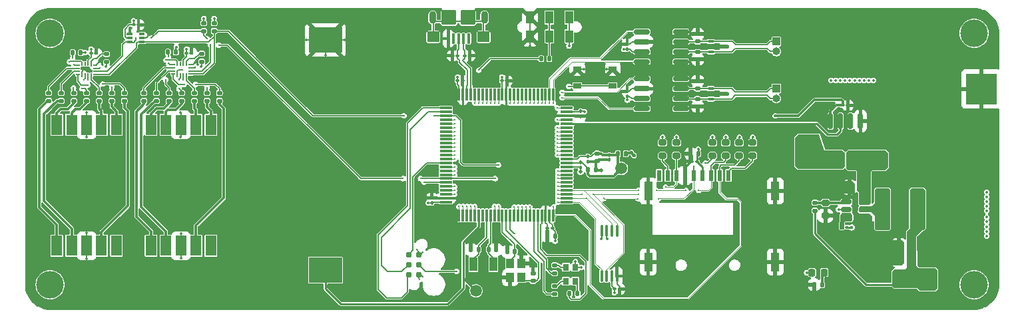
<source format=gtl>
G04 #@! TF.GenerationSoftware,KiCad,Pcbnew,7.0.10-7.0.10~ubuntu22.04.1*
G04 #@! TF.CreationDate,2024-02-08T17:20:11-05:00*
G04 #@! TF.ProjectId,daughterBoard,64617567-6874-4657-9242-6f6172642e6b,rev?*
G04 #@! TF.SameCoordinates,Original*
G04 #@! TF.FileFunction,Copper,L1,Top*
G04 #@! TF.FilePolarity,Positive*
%FSLAX46Y46*%
G04 Gerber Fmt 4.6, Leading zero omitted, Abs format (unit mm)*
G04 Created by KiCad (PCBNEW 7.0.10-7.0.10~ubuntu22.04.1) date 2024-02-08 17:20:11*
%MOMM*%
%LPD*%
G01*
G04 APERTURE LIST*
G04 Aperture macros list*
%AMRoundRect*
0 Rectangle with rounded corners*
0 $1 Rounding radius*
0 $2 $3 $4 $5 $6 $7 $8 $9 X,Y pos of 4 corners*
0 Add a 4 corners polygon primitive as box body*
4,1,4,$2,$3,$4,$5,$6,$7,$8,$9,$2,$3,0*
0 Add four circle primitives for the rounded corners*
1,1,$1+$1,$2,$3*
1,1,$1+$1,$4,$5*
1,1,$1+$1,$6,$7*
1,1,$1+$1,$8,$9*
0 Add four rect primitives between the rounded corners*
20,1,$1+$1,$2,$3,$4,$5,0*
20,1,$1+$1,$4,$5,$6,$7,0*
20,1,$1+$1,$6,$7,$8,$9,0*
20,1,$1+$1,$8,$9,$2,$3,0*%
G04 Aperture macros list end*
G04 #@! TA.AperFunction,SMDPad,CuDef*
%ADD10R,0.200000X0.600000*%
G04 #@! TD*
G04 #@! TA.AperFunction,SMDPad,CuDef*
%ADD11R,0.200000X0.500000*%
G04 #@! TD*
G04 #@! TA.AperFunction,SMDPad,CuDef*
%ADD12R,0.500000X0.200000*%
G04 #@! TD*
G04 #@! TA.AperFunction,SMDPad,CuDef*
%ADD13RoundRect,0.140000X0.140000X0.170000X-0.140000X0.170000X-0.140000X-0.170000X0.140000X-0.170000X0*%
G04 #@! TD*
G04 #@! TA.AperFunction,SMDPad,CuDef*
%ADD14RoundRect,0.135000X-0.135000X-0.185000X0.135000X-0.185000X0.135000X0.185000X-0.135000X0.185000X0*%
G04 #@! TD*
G04 #@! TA.AperFunction,SMDPad,CuDef*
%ADD15RoundRect,0.100000X-0.130000X-0.100000X0.130000X-0.100000X0.130000X0.100000X-0.130000X0.100000X0*%
G04 #@! TD*
G04 #@! TA.AperFunction,SMDPad,CuDef*
%ADD16RoundRect,0.100000X0.130000X0.100000X-0.130000X0.100000X-0.130000X-0.100000X0.130000X-0.100000X0*%
G04 #@! TD*
G04 #@! TA.AperFunction,SMDPad,CuDef*
%ADD17RoundRect,0.135000X0.185000X-0.135000X0.185000X0.135000X-0.185000X0.135000X-0.185000X-0.135000X0*%
G04 #@! TD*
G04 #@! TA.AperFunction,SMDPad,CuDef*
%ADD18R,0.700000X0.450000*%
G04 #@! TD*
G04 #@! TA.AperFunction,SMDPad,CuDef*
%ADD19RoundRect,0.200000X-0.275000X0.200000X-0.275000X-0.200000X0.275000X-0.200000X0.275000X0.200000X0*%
G04 #@! TD*
G04 #@! TA.AperFunction,ComponentPad*
%ADD20C,3.500000*%
G04 #@! TD*
G04 #@! TA.AperFunction,SMDPad,CuDef*
%ADD21RoundRect,0.135000X-0.185000X0.135000X-0.185000X-0.135000X0.185000X-0.135000X0.185000X0.135000X0*%
G04 #@! TD*
G04 #@! TA.AperFunction,SMDPad,CuDef*
%ADD22RoundRect,0.140000X0.170000X-0.140000X0.170000X0.140000X-0.170000X0.140000X-0.170000X-0.140000X0*%
G04 #@! TD*
G04 #@! TA.AperFunction,SMDPad,CuDef*
%ADD23RoundRect,0.150000X0.150000X-0.825000X0.150000X0.825000X-0.150000X0.825000X-0.150000X-0.825000X0*%
G04 #@! TD*
G04 #@! TA.AperFunction,ComponentPad*
%ADD24R,1.000000X1.000000*%
G04 #@! TD*
G04 #@! TA.AperFunction,ComponentPad*
%ADD25O,1.000000X1.000000*%
G04 #@! TD*
G04 #@! TA.AperFunction,SMDPad,CuDef*
%ADD26R,1.400000X2.600000*%
G04 #@! TD*
G04 #@! TA.AperFunction,SMDPad,CuDef*
%ADD27C,1.500000*%
G04 #@! TD*
G04 #@! TA.AperFunction,SMDPad,CuDef*
%ADD28RoundRect,0.135000X0.135000X0.185000X-0.135000X0.185000X-0.135000X-0.185000X0.135000X-0.185000X0*%
G04 #@! TD*
G04 #@! TA.AperFunction,SMDPad,CuDef*
%ADD29RoundRect,0.100000X-0.100000X0.130000X-0.100000X-0.130000X0.100000X-0.130000X0.100000X0.130000X0*%
G04 #@! TD*
G04 #@! TA.AperFunction,SMDPad,CuDef*
%ADD30R,1.000000X1.800000*%
G04 #@! TD*
G04 #@! TA.AperFunction,SMDPad,CuDef*
%ADD31R,1.000000X1.600000*%
G04 #@! TD*
G04 #@! TA.AperFunction,SMDPad,CuDef*
%ADD32RoundRect,0.225000X0.225000X0.250000X-0.225000X0.250000X-0.225000X-0.250000X0.225000X-0.250000X0*%
G04 #@! TD*
G04 #@! TA.AperFunction,SMDPad,CuDef*
%ADD33RoundRect,0.140000X-0.170000X0.140000X-0.170000X-0.140000X0.170000X-0.140000X0.170000X0.140000X0*%
G04 #@! TD*
G04 #@! TA.AperFunction,SMDPad,CuDef*
%ADD34R,4.000000X4.000000*%
G04 #@! TD*
G04 #@! TA.AperFunction,SMDPad,CuDef*
%ADD35RoundRect,0.100000X0.100000X-0.130000X0.100000X0.130000X-0.100000X0.130000X-0.100000X-0.130000X0*%
G04 #@! TD*
G04 #@! TA.AperFunction,SMDPad,CuDef*
%ADD36R,0.620000X1.400000*%
G04 #@! TD*
G04 #@! TA.AperFunction,SMDPad,CuDef*
%ADD37R,1.100000X2.400000*%
G04 #@! TD*
G04 #@! TA.AperFunction,SMDPad,CuDef*
%ADD38R,1.000000X1.150000*%
G04 #@! TD*
G04 #@! TA.AperFunction,SMDPad,CuDef*
%ADD39R,1.550000X4.900000*%
G04 #@! TD*
G04 #@! TA.AperFunction,SMDPad,CuDef*
%ADD40RoundRect,0.218750X0.218750X0.256250X-0.218750X0.256250X-0.218750X-0.256250X0.218750X-0.256250X0*%
G04 #@! TD*
G04 #@! TA.AperFunction,SMDPad,CuDef*
%ADD41R,0.700000X0.340000*%
G04 #@! TD*
G04 #@! TA.AperFunction,SMDPad,CuDef*
%ADD42R,0.800000X0.900000*%
G04 #@! TD*
G04 #@! TA.AperFunction,ConnectorPad*
%ADD43C,0.787400*%
G04 #@! TD*
G04 #@! TA.AperFunction,SMDPad,CuDef*
%ADD44RoundRect,0.150000X0.512500X0.150000X-0.512500X0.150000X-0.512500X-0.150000X0.512500X-0.150000X0*%
G04 #@! TD*
G04 #@! TA.AperFunction,SMDPad,CuDef*
%ADD45R,4.200000X3.200000*%
G04 #@! TD*
G04 #@! TA.AperFunction,SMDPad,CuDef*
%ADD46RoundRect,0.140000X-0.140000X-0.170000X0.140000X-0.170000X0.140000X0.170000X-0.140000X0.170000X0*%
G04 #@! TD*
G04 #@! TA.AperFunction,SMDPad,CuDef*
%ADD47RoundRect,0.150000X-0.825000X-0.150000X0.825000X-0.150000X0.825000X0.150000X-0.825000X0.150000X0*%
G04 #@! TD*
G04 #@! TA.AperFunction,SMDPad,CuDef*
%ADD48RoundRect,0.100000X0.100000X-0.637500X0.100000X0.637500X-0.100000X0.637500X-0.100000X-0.637500X0*%
G04 #@! TD*
G04 #@! TA.AperFunction,SMDPad,CuDef*
%ADD49RoundRect,0.100000X0.100000X0.575000X-0.100000X0.575000X-0.100000X-0.575000X0.100000X-0.575000X0*%
G04 #@! TD*
G04 #@! TA.AperFunction,ComponentPad*
%ADD50O,0.900000X1.600000*%
G04 #@! TD*
G04 #@! TA.AperFunction,SMDPad,CuDef*
%ADD51RoundRect,0.250000X0.550000X0.450000X-0.550000X0.450000X-0.550000X-0.450000X0.550000X-0.450000X0*%
G04 #@! TD*
G04 #@! TA.AperFunction,SMDPad,CuDef*
%ADD52RoundRect,0.250000X0.700000X0.700000X-0.700000X0.700000X-0.700000X-0.700000X0.700000X-0.700000X0*%
G04 #@! TD*
G04 #@! TA.AperFunction,SMDPad,CuDef*
%ADD53RoundRect,0.075000X0.075000X-0.725000X0.075000X0.725000X-0.075000X0.725000X-0.075000X-0.725000X0*%
G04 #@! TD*
G04 #@! TA.AperFunction,SMDPad,CuDef*
%ADD54RoundRect,0.075000X0.725000X-0.075000X0.725000X0.075000X-0.725000X0.075000X-0.725000X-0.075000X0*%
G04 #@! TD*
G04 #@! TA.AperFunction,SMDPad,CuDef*
%ADD55R,1.000000X0.700000*%
G04 #@! TD*
G04 #@! TA.AperFunction,ViaPad*
%ADD56C,0.300000*%
G04 #@! TD*
G04 #@! TA.AperFunction,ViaPad*
%ADD57C,0.350000*%
G04 #@! TD*
G04 #@! TA.AperFunction,ViaPad*
%ADD58C,0.500000*%
G04 #@! TD*
G04 #@! TA.AperFunction,ViaPad*
%ADD59C,0.400000*%
G04 #@! TD*
G04 #@! TA.AperFunction,Conductor*
%ADD60C,0.150000*%
G04 #@! TD*
G04 #@! TA.AperFunction,Conductor*
%ADD61C,0.200000*%
G04 #@! TD*
G04 #@! TA.AperFunction,Conductor*
%ADD62C,0.250000*%
G04 #@! TD*
G04 #@! TA.AperFunction,Conductor*
%ADD63C,0.300000*%
G04 #@! TD*
G04 #@! TA.AperFunction,Conductor*
%ADD64C,0.100000*%
G04 #@! TD*
G04 APERTURE END LIST*
D10*
X114835000Y-75925000D03*
D11*
X114435000Y-75875000D03*
X114035000Y-75875000D03*
X113635000Y-75875000D03*
D12*
X113110000Y-76000000D03*
X113110000Y-76400000D03*
X113110000Y-76800000D03*
X113110000Y-77200000D03*
D11*
X113635000Y-77325000D03*
X114035000Y-77325000D03*
X114435000Y-77325000D03*
X114835000Y-77325000D03*
D12*
X115360000Y-77200000D03*
X115360000Y-76800000D03*
X115360000Y-76400000D03*
X115360000Y-76000000D03*
D13*
X179905000Y-87350000D03*
X178945000Y-87350000D03*
D14*
X163540000Y-105125000D03*
X164560000Y-105125000D03*
D15*
X198180000Y-96700000D03*
X198820000Y-96700000D03*
D16*
X161370000Y-96825000D03*
X160730000Y-96825000D03*
D17*
X194750000Y-94575000D03*
X194750000Y-93555000D03*
D18*
X181525000Y-79055000D03*
X181525000Y-80355000D03*
X183525000Y-79705000D03*
D19*
X181725000Y-85925000D03*
X181725000Y-87575000D03*
D20*
X97500000Y-72000000D03*
D21*
X119035000Y-79590000D03*
X119035000Y-80610000D03*
D22*
X179825000Y-73035000D03*
X179825000Y-72075000D03*
D21*
X103725000Y-79580000D03*
X103725000Y-80600000D03*
D23*
X196745000Y-88125000D03*
X198015000Y-88125000D03*
X199285000Y-88125000D03*
X200555000Y-88125000D03*
X200555000Y-83175000D03*
X199285000Y-83175000D03*
X198015000Y-83175000D03*
X196745000Y-83175000D03*
D15*
X154930000Y-78050000D03*
X155570000Y-78050000D03*
D24*
X189850000Y-73055000D03*
D25*
X189850000Y-74325000D03*
D22*
X158900000Y-103500000D03*
X158900000Y-102540000D03*
D10*
X102725000Y-75975000D03*
D11*
X102325000Y-75925000D03*
X101925000Y-75925000D03*
X101525000Y-75925000D03*
D12*
X101000000Y-76050000D03*
X101000000Y-76450000D03*
X101000000Y-76850000D03*
X101000000Y-77250000D03*
D11*
X101525000Y-77375000D03*
X101925000Y-77375000D03*
X102325000Y-77375000D03*
X102725000Y-77375000D03*
D12*
X103250000Y-77250000D03*
X103250000Y-76850000D03*
X103250000Y-76450000D03*
X103250000Y-76050000D03*
D21*
X102125000Y-79590000D03*
X102125000Y-80610000D03*
D26*
X98335000Y-99050000D03*
X100235000Y-99050000D03*
X102135000Y-99050000D03*
X104035000Y-99050000D03*
X105935000Y-99050000D03*
X105935000Y-83650000D03*
X104035000Y-83650000D03*
X102135000Y-83650000D03*
X100235000Y-83650000D03*
X98335000Y-83650000D03*
D21*
X112635000Y-79590000D03*
X112635000Y-80610000D03*
D15*
X169280000Y-104550000D03*
X169920000Y-104550000D03*
D20*
X97500000Y-104000000D03*
D17*
X161650000Y-105185000D03*
X161650000Y-104165000D03*
D27*
X170150000Y-89200000D03*
D21*
X106925000Y-79580000D03*
X106925000Y-80600000D03*
D13*
X161710000Y-97850000D03*
X160750000Y-97850000D03*
D28*
X160970000Y-75250000D03*
X159950000Y-75250000D03*
D29*
X164950000Y-88430000D03*
X164950000Y-89070000D03*
X164950000Y-81930000D03*
X164950000Y-82570000D03*
D20*
X215000000Y-72000000D03*
D30*
X151350000Y-101400000D03*
X153850000Y-101400000D03*
D15*
X198305000Y-81175000D03*
X198945000Y-81175000D03*
D21*
X118355000Y-70695000D03*
X118355000Y-71715000D03*
D31*
X163500000Y-72400000D03*
X163500000Y-70000000D03*
X161000000Y-72400000D03*
X161000000Y-70000000D03*
X158500000Y-72400000D03*
X158500000Y-70000000D03*
D17*
X161650000Y-102535000D03*
X161650000Y-101515000D03*
D32*
X207000000Y-100825000D03*
X205450000Y-100825000D03*
D24*
X189850000Y-79050000D03*
D25*
X189850000Y-80320000D03*
D33*
X167050000Y-87320000D03*
X167050000Y-88280000D03*
D27*
X193950000Y-85975000D03*
D19*
X186825000Y-85925000D03*
X186825000Y-87575000D03*
D34*
X215900000Y-79100000D03*
D35*
X170875000Y-74025000D03*
X170875000Y-73385000D03*
D36*
X183730000Y-90097500D03*
X182630000Y-90097500D03*
X181530000Y-90097500D03*
X180430000Y-90097500D03*
X179330000Y-90097500D03*
X178230000Y-90097500D03*
X177130000Y-90097500D03*
X176030000Y-90097500D03*
D37*
X173550000Y-92097500D03*
X173550000Y-101097500D03*
X189700000Y-92097500D03*
X189700000Y-101097500D03*
D36*
X174930000Y-90097500D03*
D27*
X203100000Y-88125000D03*
D21*
X115835000Y-79580000D03*
X115835000Y-80600000D03*
D15*
X114815000Y-74500000D03*
X115455000Y-74500000D03*
D20*
X215000000Y-104000000D03*
D27*
X151650000Y-104800000D03*
D38*
X156000000Y-101325000D03*
X156000000Y-103075000D03*
X157400000Y-103075000D03*
X157400000Y-101325000D03*
D26*
X110335000Y-99050000D03*
X112235000Y-99050000D03*
X114135000Y-99050000D03*
X116035000Y-99050000D03*
X117935000Y-99050000D03*
X117935000Y-83650000D03*
X116035000Y-83650000D03*
X114135000Y-83650000D03*
X112235000Y-83650000D03*
X110335000Y-83650000D03*
D39*
X203350000Y-94400000D03*
X207800000Y-94400000D03*
D21*
X100525000Y-79590000D03*
X100525000Y-80610000D03*
D40*
X195937500Y-102450000D03*
X194362500Y-102450000D03*
D18*
X181525000Y-73055000D03*
X181525000Y-74355000D03*
X183525000Y-73705000D03*
D15*
X108105000Y-70925000D03*
X108745000Y-70925000D03*
D41*
X109175000Y-73125000D03*
X109175000Y-72625000D03*
X109175000Y-72125000D03*
X107675000Y-72125000D03*
X107675000Y-72625000D03*
X107675000Y-73125000D03*
D28*
X170710000Y-87350000D03*
X169690000Y-87350000D03*
D42*
X164300000Y-101775000D03*
X163100000Y-101775000D03*
X163100000Y-103575000D03*
X164300000Y-103575000D03*
D21*
X97325000Y-79580000D03*
X97325000Y-80600000D03*
D43*
X144385000Y-102700000D03*
X143115000Y-102700000D03*
X144385000Y-101430000D03*
X143115000Y-101430000D03*
X144385000Y-100160000D03*
X143115000Y-100160000D03*
D35*
X170875000Y-80025000D03*
X170875000Y-79385000D03*
D21*
X105325000Y-79580000D03*
X105325000Y-80600000D03*
D29*
X165850000Y-87680000D03*
X165850000Y-88320000D03*
D44*
X201050000Y-95350000D03*
X201050000Y-94400000D03*
X201050000Y-93450000D03*
X198775000Y-93450000D03*
X198775000Y-94400000D03*
X198775000Y-95350000D03*
D32*
X200675000Y-91600000D03*
X199125000Y-91600000D03*
D45*
X132500000Y-102150000D03*
X132500000Y-72850000D03*
D16*
X150870000Y-74840000D03*
X150230000Y-74840000D03*
D46*
X155620000Y-99750000D03*
X156580000Y-99750000D03*
D19*
X175350000Y-85925000D03*
X175350000Y-87575000D03*
D21*
X109435000Y-79590000D03*
X109435000Y-80610000D03*
D28*
X101385000Y-74450000D03*
X100365000Y-74450000D03*
D15*
X102705000Y-74550000D03*
X103345000Y-74550000D03*
D28*
X195672500Y-104000000D03*
X194652500Y-104000000D03*
X113495000Y-74400000D03*
X112475000Y-74400000D03*
D19*
X177125000Y-85925000D03*
X177125000Y-87575000D03*
D29*
X168625000Y-87480000D03*
X168625000Y-88120000D03*
D19*
X196100000Y-93575000D03*
X196100000Y-95225000D03*
D17*
X104675000Y-75660000D03*
X104675000Y-74640000D03*
D27*
X209025000Y-103325000D03*
D47*
X172750000Y-77800000D03*
X172750000Y-79070000D03*
X172750000Y-80340000D03*
X172750000Y-81610000D03*
X177700000Y-81610000D03*
X177700000Y-80340000D03*
X177700000Y-79070000D03*
X177700000Y-77800000D03*
D48*
X167625000Y-102912500D03*
X168275000Y-102912500D03*
X168925000Y-102912500D03*
X169575000Y-102912500D03*
X169575000Y-97187500D03*
X168925000Y-97187500D03*
X168275000Y-97187500D03*
X167625000Y-97187500D03*
D35*
X146050000Y-93590000D03*
X146050000Y-92950000D03*
D33*
X179825000Y-74375000D03*
X179825000Y-75335000D03*
D16*
X179740000Y-88325000D03*
X179100000Y-88325000D03*
D21*
X98925000Y-79580000D03*
X98925000Y-80600000D03*
X117050000Y-70690000D03*
X117050000Y-71710000D03*
D46*
X153270000Y-99500000D03*
X154230000Y-99500000D03*
D15*
X148665000Y-74840000D03*
X149305000Y-74840000D03*
D21*
X114235000Y-79590000D03*
X114235000Y-80610000D03*
D19*
X185125000Y-85925000D03*
X185125000Y-87575000D03*
D49*
X150725000Y-72675000D03*
X150075000Y-72675000D03*
X149425000Y-72675000D03*
X148775000Y-72675000D03*
X148125000Y-72675000D03*
D50*
X152725000Y-70000000D03*
D51*
X152625000Y-72450000D03*
D52*
X150625000Y-70000000D03*
X148225000Y-70000000D03*
D51*
X146225000Y-72450000D03*
D50*
X146125000Y-70000000D03*
D46*
X151000000Y-99500000D03*
X151960000Y-99500000D03*
D17*
X116785000Y-75610000D03*
X116785000Y-74590000D03*
D15*
X149305000Y-78050000D03*
X149945000Y-78050000D03*
D32*
X207000000Y-99025000D03*
X205450000Y-99025000D03*
D33*
X179825000Y-80375000D03*
X179825000Y-81335000D03*
D21*
X117435000Y-79590000D03*
X117435000Y-80610000D03*
D19*
X183425000Y-85925000D03*
X183425000Y-87575000D03*
D22*
X179825000Y-79035000D03*
X179825000Y-78075000D03*
D53*
X149500000Y-95175000D03*
X150000000Y-95175000D03*
X150500000Y-95175000D03*
X151000000Y-95175000D03*
X151500000Y-95175000D03*
X152000000Y-95175000D03*
X152500000Y-95175000D03*
X153000000Y-95175000D03*
X153500000Y-95175000D03*
X154000000Y-95175000D03*
X154500000Y-95175000D03*
X155000000Y-95175000D03*
X155500000Y-95175000D03*
X156000000Y-95175000D03*
X156500000Y-95175000D03*
X157000000Y-95175000D03*
X157500000Y-95175000D03*
X158000000Y-95175000D03*
X158500000Y-95175000D03*
X159000000Y-95175000D03*
X159500000Y-95175000D03*
X160000000Y-95175000D03*
X160500000Y-95175000D03*
X161000000Y-95175000D03*
X161500000Y-95175000D03*
D54*
X163175000Y-93500000D03*
X163175000Y-93000000D03*
X163175000Y-92500000D03*
X163175000Y-92000000D03*
X163175000Y-91500000D03*
X163175000Y-91000000D03*
X163175000Y-90500000D03*
X163175000Y-90000000D03*
X163175000Y-89500000D03*
X163175000Y-89000000D03*
X163175000Y-88500000D03*
X163175000Y-88000000D03*
X163175000Y-87500000D03*
X163175000Y-87000000D03*
X163175000Y-86500000D03*
X163175000Y-86000000D03*
X163175000Y-85500000D03*
X163175000Y-85000000D03*
X163175000Y-84500000D03*
X163175000Y-84000000D03*
X163175000Y-83500000D03*
X163175000Y-83000000D03*
X163175000Y-82500000D03*
X163175000Y-82000000D03*
X163175000Y-81500000D03*
D53*
X161500000Y-79825000D03*
X161000000Y-79825000D03*
X160500000Y-79825000D03*
X160000000Y-79825000D03*
X159500000Y-79825000D03*
X159000000Y-79825000D03*
X158500000Y-79825000D03*
X158000000Y-79825000D03*
X157500000Y-79825000D03*
X157000000Y-79825000D03*
X156500000Y-79825000D03*
X156000000Y-79825000D03*
X155500000Y-79825000D03*
X155000000Y-79825000D03*
X154500000Y-79825000D03*
X154000000Y-79825000D03*
X153500000Y-79825000D03*
X153000000Y-79825000D03*
X152500000Y-79825000D03*
X152000000Y-79825000D03*
X151500000Y-79825000D03*
X151000000Y-79825000D03*
X150500000Y-79825000D03*
X150000000Y-79825000D03*
X149500000Y-79825000D03*
D54*
X147825000Y-81500000D03*
X147825000Y-82000000D03*
X147825000Y-82500000D03*
X147825000Y-83000000D03*
X147825000Y-83500000D03*
X147825000Y-84000000D03*
X147825000Y-84500000D03*
X147825000Y-85000000D03*
X147825000Y-85500000D03*
X147825000Y-86000000D03*
X147825000Y-86500000D03*
X147825000Y-87000000D03*
X147825000Y-87500000D03*
X147825000Y-88000000D03*
X147825000Y-88500000D03*
X147825000Y-89000000D03*
X147825000Y-89500000D03*
X147825000Y-90000000D03*
X147825000Y-90500000D03*
X147825000Y-91000000D03*
X147825000Y-91500000D03*
X147825000Y-92000000D03*
X147825000Y-92500000D03*
X147825000Y-93000000D03*
X147825000Y-93500000D03*
D21*
X111035000Y-79590000D03*
X111035000Y-80610000D03*
D55*
X164550000Y-76575000D03*
X169050000Y-76575000D03*
X164550000Y-78725000D03*
X169050000Y-78725000D03*
D46*
X165920000Y-89400000D03*
X166880000Y-89400000D03*
D47*
X172750000Y-71800000D03*
X172750000Y-73070000D03*
X172750000Y-74340000D03*
X172750000Y-75610000D03*
X177700000Y-75610000D03*
X177700000Y-74340000D03*
X177700000Y-73070000D03*
X177700000Y-71800000D03*
D56*
X146300000Y-82500000D03*
X142500000Y-82500000D03*
D57*
X102150000Y-100700000D03*
X130050000Y-72850000D03*
X204400000Y-99000000D03*
X179850000Y-81950000D03*
X169950000Y-105000000D03*
X170450000Y-73350000D03*
X204400000Y-100200000D03*
X135000000Y-72850000D03*
X103350000Y-74000000D03*
X194100000Y-104000000D03*
X155950000Y-103950000D03*
X203800000Y-100200000D03*
X197900000Y-91100000D03*
X213550000Y-79100000D03*
X204400000Y-99600000D03*
X198600000Y-73000000D03*
X102150000Y-97400000D03*
X173550000Y-102750000D03*
D56*
X102199500Y-76700000D03*
D57*
X196900000Y-92100000D03*
X189700000Y-93650000D03*
X211600000Y-97800000D03*
X202600000Y-99600000D03*
X211600000Y-93400000D03*
X196900000Y-91100000D03*
X189700000Y-102650000D03*
X202600000Y-100800000D03*
X114150000Y-100650000D03*
X158500000Y-73600000D03*
X211600000Y-97200000D03*
X182850000Y-73700000D03*
X155650000Y-99150000D03*
X170900000Y-78900000D03*
X196800000Y-73000000D03*
X168250000Y-76600000D03*
X201600000Y-73000000D03*
X203800000Y-99600000D03*
X197400000Y-91100000D03*
X204400000Y-100800000D03*
X151400000Y-74850000D03*
X114100000Y-82050000D03*
X211600000Y-95400000D03*
X102100000Y-85250000D03*
X197400000Y-91600000D03*
X215900000Y-76650000D03*
X211600000Y-94000000D03*
X199800000Y-73000000D03*
X158150000Y-101350000D03*
X203200000Y-100200000D03*
X189700000Y-81850000D03*
X107650000Y-71650000D03*
X158900000Y-102000000D03*
X211600000Y-94600000D03*
X151000000Y-98900000D03*
X197400000Y-73000000D03*
X197900000Y-91600000D03*
X115950000Y-75700000D03*
X114100000Y-85250000D03*
X148100000Y-74150000D03*
X199200000Y-73000000D03*
X179800000Y-71500000D03*
X198950000Y-80550000D03*
D56*
X144100000Y-99550000D03*
D57*
X215900000Y-81650000D03*
X173550000Y-93800000D03*
X114150000Y-97450000D03*
X203200000Y-100800000D03*
X211600000Y-92200000D03*
D56*
X144902169Y-99852169D03*
D57*
X160750000Y-98450000D03*
X202600000Y-99000000D03*
X202600000Y-100200000D03*
X165400000Y-76600000D03*
X203800000Y-99000000D03*
X200400000Y-73000000D03*
X165450000Y-82550000D03*
X148150000Y-74850000D03*
X211600000Y-96600000D03*
X108750000Y-70400000D03*
X179850000Y-77550000D03*
X201000000Y-73000000D03*
X132500000Y-74800000D03*
X178950000Y-86750000D03*
X211600000Y-92800000D03*
X182900000Y-79750000D03*
X211600000Y-96000000D03*
X203200000Y-99600000D03*
X197400000Y-92100000D03*
X155600000Y-77550000D03*
X149950000Y-77550000D03*
X145600000Y-92950000D03*
X198000000Y-73000000D03*
X203200000Y-99000000D03*
X103750000Y-75650000D03*
X115450000Y-74000000D03*
X196900000Y-91600000D03*
X203800000Y-100800000D03*
X179800000Y-75850000D03*
X102100000Y-82050000D03*
X202200000Y-73000000D03*
X197900000Y-92100000D03*
X154300000Y-98900000D03*
X114850000Y-74000000D03*
X207400000Y-104100000D03*
X206800000Y-104100000D03*
X205600000Y-104100000D03*
X206200000Y-102300000D03*
X206200000Y-103500000D03*
D56*
X115950000Y-76350000D03*
D57*
X193700000Y-102450000D03*
X216600000Y-97800000D03*
X216600000Y-94000000D03*
X206200000Y-104100000D03*
X206800000Y-102900000D03*
X179900000Y-86750000D03*
X117050000Y-70100000D03*
X189700000Y-82500000D03*
X205600000Y-102300000D03*
X145600000Y-93600000D03*
X171750000Y-87550000D03*
X102700000Y-74000000D03*
X205600000Y-103500000D03*
X171400000Y-87179121D03*
X206800000Y-102300000D03*
X149300000Y-77550000D03*
X186850000Y-85250000D03*
D56*
X114309500Y-76650000D03*
D57*
X216600000Y-92200000D03*
X168300000Y-98200000D03*
X169250000Y-105000000D03*
X164300000Y-101050000D03*
X216600000Y-95400000D03*
D56*
X144500000Y-103300000D03*
D57*
X205000000Y-102300000D03*
X170450000Y-74050000D03*
X205600000Y-102900000D03*
X154950000Y-77550000D03*
X185150000Y-85250000D03*
X118350000Y-70100000D03*
X216600000Y-97200000D03*
X116700000Y-76200000D03*
X206800000Y-103500000D03*
X161700000Y-98450000D03*
X216600000Y-96000000D03*
X216600000Y-93400000D03*
X207400000Y-103500000D03*
X207400000Y-102900000D03*
X205000000Y-102900000D03*
X205000000Y-103500000D03*
X207400000Y-102300000D03*
X183450000Y-85250000D03*
X165050000Y-101800000D03*
D56*
X103850000Y-76375000D03*
D57*
X181750000Y-85250000D03*
X108100000Y-70400000D03*
X205000000Y-104100000D03*
X101950000Y-74450000D03*
X163500000Y-73600000D03*
X216600000Y-96600000D03*
D56*
X144906462Y-103009670D03*
D57*
X113550000Y-73750000D03*
X104550000Y-76250000D03*
X216600000Y-92800000D03*
X175400000Y-85250000D03*
X167600000Y-98200000D03*
X206200000Y-102900000D03*
X170900000Y-80500000D03*
X165450000Y-81950000D03*
X177150000Y-85250000D03*
X216600000Y-94600000D03*
D58*
X167600000Y-89450000D03*
X164950000Y-89650000D03*
D57*
X197775000Y-94400000D03*
X200775000Y-92625000D03*
D59*
X199450000Y-96700000D03*
X202100000Y-94400000D03*
D56*
X163450000Y-78750000D03*
X149200000Y-102300000D03*
X156530345Y-97494655D03*
X161500000Y-94100000D03*
X162050000Y-92000994D03*
X178350000Y-92000000D03*
X179950000Y-92000000D03*
X174600000Y-92000000D03*
X172300000Y-92000000D03*
X167900000Y-93024709D03*
X179375000Y-88900000D03*
X174850000Y-93050000D03*
X165750000Y-93000000D03*
X172250000Y-93050000D03*
X180825000Y-88525000D03*
X162050000Y-93000000D03*
X166550000Y-92500000D03*
X172300000Y-92500000D03*
X165100000Y-92500000D03*
X175750000Y-91600000D03*
X162050000Y-92500497D03*
X154500000Y-88750000D03*
X142375000Y-90500000D03*
X110350000Y-72625000D03*
X154100000Y-90500000D03*
X108425000Y-72625000D03*
X117462333Y-72687333D03*
X144600000Y-90500000D03*
X117875000Y-73475000D03*
X118950000Y-73500000D03*
X152000000Y-76700000D03*
X145050000Y-90950000D03*
X100375000Y-75125500D03*
X101775000Y-77950000D03*
X114410500Y-77900000D03*
X117435000Y-78924500D03*
X115985000Y-78500000D03*
X114535000Y-78500000D03*
X113885000Y-79050000D03*
X112585000Y-75850000D03*
X112185000Y-77900000D03*
X112235000Y-75400000D03*
X102303588Y-77951112D03*
X105325000Y-78874500D03*
X102300000Y-78575000D03*
X104175000Y-78450000D03*
X101575000Y-79050000D03*
X100525000Y-76000000D03*
X99925000Y-75650000D03*
X100475000Y-78950000D03*
D57*
X192800000Y-88800000D03*
X197400000Y-78000000D03*
X194000000Y-87600000D03*
X192800000Y-87600000D03*
X199800000Y-78000000D03*
X200400000Y-78000000D03*
X195200000Y-88200000D03*
X195200000Y-88800000D03*
X198000000Y-78000000D03*
X196800000Y-78000000D03*
X194600000Y-88800000D03*
X194600000Y-88200000D03*
X195800000Y-88200000D03*
X193400000Y-87600000D03*
X201600000Y-78000000D03*
X198600000Y-78000000D03*
X195200000Y-87600000D03*
X199200000Y-78000000D03*
X195800000Y-87600000D03*
X194000000Y-88200000D03*
X193400000Y-88800000D03*
X201000000Y-78000000D03*
X202200000Y-78000000D03*
X194600000Y-87600000D03*
X194000000Y-88800000D03*
X195800000Y-88800000D03*
X192800000Y-88200000D03*
X193400000Y-88200000D03*
D56*
X149500000Y-94050000D03*
X150000000Y-94050000D03*
X150500000Y-94050000D03*
X151000000Y-94050000D03*
X151499503Y-94050000D03*
X154000000Y-94050000D03*
X154500000Y-94050000D03*
X156500000Y-94100000D03*
X157000000Y-94100000D03*
X157500000Y-94100000D03*
X157999503Y-94100000D03*
X158500000Y-94100000D03*
X162050000Y-93500000D03*
X162050000Y-91500000D03*
X162050000Y-91000000D03*
X162050000Y-90500000D03*
X162050000Y-90000000D03*
X162050000Y-89500000D03*
X162000000Y-87500000D03*
X162000000Y-87000000D03*
X162000000Y-86500000D03*
X162000000Y-86000000D03*
X162000000Y-85500000D03*
X162000000Y-85000000D03*
X162000000Y-84500000D03*
X162000000Y-84000000D03*
X160000000Y-80900000D03*
X162000000Y-83000000D03*
X162000000Y-81500000D03*
X161500000Y-80900000D03*
X161000000Y-80900000D03*
X160500000Y-80900000D03*
X159500000Y-80900000D03*
X159000000Y-80900000D03*
X158500000Y-80900000D03*
X158000000Y-80900000D03*
X157500000Y-80900000D03*
X157000000Y-80900000D03*
X156500000Y-80900000D03*
X156000000Y-80900000D03*
X154500000Y-80900000D03*
X154000000Y-80900000D03*
X153500000Y-80900000D03*
X153000000Y-80900000D03*
X152500000Y-80900000D03*
X152000000Y-80900000D03*
X151500000Y-80900000D03*
X148950000Y-83000000D03*
X148950000Y-83500000D03*
X148950000Y-84000000D03*
X162600000Y-80200000D03*
X148950000Y-84500000D03*
X148950000Y-85000000D03*
X162600000Y-79500000D03*
X148950000Y-85500000D03*
X148950000Y-86000000D03*
X148950000Y-86500000D03*
X148950000Y-87000000D03*
X148950000Y-87500000D03*
X148950000Y-88000000D03*
X148950000Y-89000000D03*
X148950000Y-89500000D03*
X148950000Y-90000000D03*
X148950000Y-91500000D03*
X148950000Y-92000000D03*
X148950000Y-92500000D03*
X113885000Y-77950000D03*
X112525330Y-74975500D03*
D60*
X129925000Y-81500000D02*
X130925000Y-82500000D01*
X130925000Y-82500000D02*
X142500000Y-82500000D01*
X146300000Y-82500000D02*
X147825000Y-82500000D01*
X143115000Y-102700000D02*
X142929700Y-102885300D01*
X144850000Y-81500000D02*
X147825000Y-81500000D01*
X142929700Y-102885300D02*
X142929700Y-104920300D01*
X142929700Y-104920300D02*
X142150000Y-105700000D01*
X142150000Y-105700000D02*
X140300000Y-105700000D01*
X140300000Y-105700000D02*
X139200000Y-104600000D01*
X139200000Y-104600000D02*
X139200000Y-97650000D01*
X139200000Y-97650000D02*
X142950000Y-93900000D01*
X142950000Y-93900000D02*
X142950000Y-83400000D01*
X142950000Y-83400000D02*
X144850000Y-81500000D01*
D61*
X149700000Y-88400000D02*
X149700000Y-83113603D01*
X149700000Y-83113603D02*
X149086397Y-82500000D01*
X149086397Y-82500000D02*
X147825000Y-82500000D01*
D60*
X149700000Y-88400000D02*
X150050000Y-88750000D01*
X150050000Y-88750000D02*
X154500000Y-88750000D01*
D62*
X152000000Y-96600000D02*
X152000000Y-95175000D01*
X150050000Y-101500000D02*
X150050000Y-98550000D01*
X132500000Y-104500000D02*
X134450000Y-106450000D01*
X134450000Y-106450000D02*
X148050000Y-106450000D01*
X133150000Y-101500000D02*
X132500000Y-102150000D01*
X150050000Y-103200000D02*
X151650000Y-104800000D01*
X132500000Y-102150000D02*
X132500000Y-104500000D01*
X148050000Y-106450000D02*
X150050000Y-104450000D01*
X150050000Y-98550000D02*
X152000000Y-96600000D01*
X150050000Y-101500000D02*
X150050000Y-103200000D01*
X150050000Y-104450000D02*
X150050000Y-103200000D01*
D61*
X171460000Y-79070000D02*
X172750000Y-79070000D01*
X114135000Y-83650000D02*
X114135000Y-82085000D01*
X114135000Y-99050000D02*
X114135000Y-97465000D01*
X173550000Y-92097500D02*
X173550000Y-93800000D01*
X182945000Y-79705000D02*
X182900000Y-79750000D01*
D60*
X103350000Y-76050000D02*
X103750000Y-75650000D01*
D61*
X114135000Y-97465000D02*
X114150000Y-97450000D01*
X102135000Y-85215000D02*
X102100000Y-85250000D01*
X170875000Y-79385000D02*
X171105000Y-79385000D01*
X169920000Y-104257500D02*
X169920000Y-104550000D01*
X109175000Y-72625000D02*
X109675000Y-72625000D01*
X165430000Y-82570000D02*
X165450000Y-82550000D01*
X102135000Y-97415000D02*
X102150000Y-97400000D01*
X155620000Y-99750000D02*
X155620000Y-99180000D01*
D62*
X178945000Y-86755000D02*
X178950000Y-86750000D01*
D61*
X148125000Y-74125000D02*
X148100000Y-74150000D01*
X160500000Y-96100000D02*
X160730000Y-96330000D01*
X146100000Y-93000000D02*
X146050000Y-92950000D01*
X108745000Y-70405000D02*
X108750000Y-70400000D01*
X171560000Y-73070000D02*
X172750000Y-73070000D01*
D60*
X101525000Y-76875000D02*
X101700000Y-76700000D01*
D61*
X163175000Y-82500000D02*
X164880000Y-82500000D01*
X150870000Y-74840000D02*
X151390000Y-74840000D01*
X149945000Y-78050000D02*
X149945000Y-77555000D01*
X114135000Y-82085000D02*
X114100000Y-82050000D01*
D60*
X215900000Y-79100000D02*
X215900000Y-76650000D01*
D61*
X160730000Y-96330000D02*
X160730000Y-96825000D01*
X158125000Y-101325000D02*
X158150000Y-101350000D01*
X168275000Y-76575000D02*
X168250000Y-76600000D01*
D62*
X179100000Y-88325000D02*
X179100000Y-87505000D01*
D61*
X179825000Y-75335000D02*
X179825000Y-75825000D01*
X158500000Y-72800000D02*
X158500000Y-70400000D01*
D62*
X178230000Y-89020000D02*
X178230000Y-90097500D01*
D61*
X149945000Y-77555000D02*
X149950000Y-77550000D01*
X109900000Y-71400000D02*
X109425000Y-70925000D01*
X109900000Y-72400000D02*
X109900000Y-71400000D01*
X170875000Y-73385000D02*
X171245000Y-73385000D01*
X148125000Y-73180000D02*
X148125000Y-74125000D01*
X171125000Y-79405000D02*
X171460000Y-79070000D01*
X151390000Y-74840000D02*
X151400000Y-74850000D01*
X169575000Y-102912500D02*
X169575000Y-103912500D01*
X103345000Y-74005000D02*
X103350000Y-74000000D01*
X148160000Y-74840000D02*
X148150000Y-74850000D01*
X146050000Y-92950000D02*
X145600000Y-92950000D01*
X169050000Y-76575000D02*
X168275000Y-76575000D01*
X170875000Y-73385000D02*
X170485000Y-73385000D01*
X155500000Y-79825000D02*
X155500000Y-78120000D01*
X164550000Y-76575000D02*
X165375000Y-76575000D01*
X169920000Y-104550000D02*
X169920000Y-104970000D01*
D60*
X101525000Y-77375000D02*
X101525000Y-76875000D01*
D62*
X178925000Y-88325000D02*
X178230000Y-89020000D01*
D61*
X132500000Y-72850000D02*
X132500000Y-74800000D01*
D60*
X101700000Y-76700000D02*
X102199500Y-76700000D01*
D61*
X107675000Y-71675000D02*
X107650000Y-71650000D01*
X183525000Y-79705000D02*
X182945000Y-79705000D01*
X179825000Y-81335000D02*
X179825000Y-81925000D01*
X107675000Y-72125000D02*
X107675000Y-71675000D01*
D62*
X179100000Y-87505000D02*
X178945000Y-87350000D01*
D61*
X179825000Y-78075000D02*
X179825000Y-77575000D01*
X170485000Y-73385000D02*
X170450000Y-73350000D01*
X103345000Y-74550000D02*
X103345000Y-74005000D01*
X165375000Y-76575000D02*
X165400000Y-76600000D01*
D60*
X103250000Y-76050000D02*
X103350000Y-76050000D01*
D61*
X160730000Y-96825000D02*
X160730000Y-97830000D01*
X109425000Y-70925000D02*
X108745000Y-70925000D01*
X148665000Y-74840000D02*
X148160000Y-74840000D01*
X157400000Y-101325000D02*
X158125000Y-101325000D01*
X160500000Y-95175000D02*
X160500000Y-96100000D01*
X183525000Y-73705000D02*
X182855000Y-73705000D01*
X102135000Y-83650000D02*
X102135000Y-82085000D01*
D63*
X199925000Y-81175000D02*
X200555000Y-81805000D01*
X198945000Y-81175000D02*
X198945000Y-80555000D01*
D61*
X189700000Y-101097500D02*
X189700000Y-102650000D01*
X150000000Y-78105000D02*
X150000000Y-79825000D01*
X114135000Y-99050000D02*
X114135000Y-100635000D01*
X132500000Y-72850000D02*
X135000000Y-72850000D01*
X109675000Y-72625000D02*
X109900000Y-72400000D01*
X155620000Y-99180000D02*
X155650000Y-99150000D01*
X156000000Y-103900000D02*
X155950000Y-103950000D01*
D62*
X199450000Y-101200000D02*
X202400000Y-101200000D01*
D61*
X114135000Y-85215000D02*
X114100000Y-85250000D01*
X108745000Y-70925000D02*
X108745000Y-70405000D01*
D62*
X178945000Y-87350000D02*
X178945000Y-86755000D01*
D61*
X179825000Y-75825000D02*
X179800000Y-75850000D01*
X160750000Y-97850000D02*
X160750000Y-98450000D01*
X164950000Y-82570000D02*
X165430000Y-82570000D01*
X179825000Y-72075000D02*
X179825000Y-71525000D01*
X155500000Y-78120000D02*
X155570000Y-78050000D01*
X179825000Y-77575000D02*
X179850000Y-77550000D01*
D60*
X144594338Y-100160000D02*
X144385000Y-100160000D01*
D61*
X154230000Y-99500000D02*
X154230000Y-98970000D01*
X182855000Y-73705000D02*
X182850000Y-73700000D01*
X156000000Y-103075000D02*
X156000000Y-103900000D01*
D60*
X115650000Y-76000000D02*
X115950000Y-75700000D01*
X144385000Y-100160000D02*
X144385000Y-99835000D01*
D61*
X155570000Y-78050000D02*
X155570000Y-77580000D01*
X114135000Y-100635000D02*
X114150000Y-100650000D01*
D63*
X198945000Y-81175000D02*
X199925000Y-81175000D01*
D61*
X160730000Y-97830000D02*
X160750000Y-97850000D01*
D62*
X179100000Y-88325000D02*
X178925000Y-88325000D01*
D61*
X170875000Y-79385000D02*
X170875000Y-78925000D01*
X147825000Y-93000000D02*
X146100000Y-93000000D01*
D63*
X198945000Y-80555000D02*
X198950000Y-80550000D01*
D61*
X115455000Y-74005000D02*
X115450000Y-74000000D01*
X132500000Y-72850000D02*
X130050000Y-72850000D01*
X102135000Y-99050000D02*
X102135000Y-97415000D01*
X169575000Y-103912500D02*
X169920000Y-104257500D01*
D60*
X215900000Y-79100000D02*
X213550000Y-79100000D01*
D61*
X189700000Y-92097500D02*
X189700000Y-93650000D01*
X169920000Y-104970000D02*
X169950000Y-105000000D01*
X102135000Y-82085000D02*
X102100000Y-82050000D01*
X179825000Y-71525000D02*
X179800000Y-71500000D01*
X164880000Y-82500000D02*
X164950000Y-82570000D01*
X151000000Y-99500000D02*
X151000000Y-98900000D01*
X173550000Y-101097500D02*
X173550000Y-102750000D01*
X171105000Y-79385000D02*
X171125000Y-79405000D01*
D62*
X196100000Y-95225000D02*
X196100000Y-97850000D01*
D61*
X102135000Y-100685000D02*
X102150000Y-100700000D01*
X114135000Y-83650000D02*
X114135000Y-85215000D01*
X171245000Y-73385000D02*
X171560000Y-73070000D01*
X155570000Y-77580000D02*
X155600000Y-77550000D01*
D60*
X215900000Y-79100000D02*
X215900000Y-81650000D01*
D61*
X194652500Y-104000000D02*
X194100000Y-104000000D01*
D60*
X115360000Y-76000000D02*
X115650000Y-76000000D01*
D61*
X149945000Y-78050000D02*
X150000000Y-78105000D01*
X158900000Y-102540000D02*
X158900000Y-102000000D01*
X102135000Y-83650000D02*
X102135000Y-85215000D01*
X115455000Y-74500000D02*
X115455000Y-74005000D01*
D63*
X200555000Y-81805000D02*
X200555000Y-83175000D01*
D60*
X144385000Y-99835000D02*
X144100000Y-99550000D01*
D61*
X158500000Y-72400000D02*
X158500000Y-73600000D01*
D62*
X196100000Y-97850000D02*
X199450000Y-101200000D01*
D61*
X154230000Y-98970000D02*
X154300000Y-98900000D01*
X102135000Y-99050000D02*
X102135000Y-100685000D01*
X179825000Y-81925000D02*
X179850000Y-81950000D01*
X170875000Y-78925000D02*
X170900000Y-78900000D01*
D60*
X144902169Y-99852169D02*
X144594338Y-100160000D01*
D61*
X171195000Y-74025000D02*
X171525000Y-74355000D01*
D62*
X179740000Y-87515000D02*
X179905000Y-87350000D01*
D61*
X183425000Y-85925000D02*
X183425000Y-85275000D01*
X168925000Y-104195000D02*
X168925000Y-102912500D01*
X164880000Y-82000000D02*
X164950000Y-81930000D01*
D62*
X196775000Y-83145000D02*
X196745000Y-83175000D01*
D61*
X116785000Y-75610000D02*
X116785000Y-76115000D01*
X149305000Y-78050000D02*
X149305000Y-77555000D01*
X161370000Y-96920000D02*
X161710000Y-97260000D01*
D60*
X114815000Y-74970000D02*
X114435000Y-75350000D01*
D62*
X179740000Y-88340000D02*
X180430000Y-89030000D01*
D61*
X149500000Y-78725000D02*
X149500000Y-79825000D01*
X169280000Y-104550000D02*
X169280000Y-104970000D01*
X170875000Y-80025000D02*
X170875000Y-80475000D01*
D62*
X194750000Y-94575000D02*
X194750000Y-97475000D01*
D61*
X104675000Y-76125000D02*
X104550000Y-76250000D01*
D60*
X115950000Y-76350000D02*
X115900000Y-76400000D01*
D61*
X107225000Y-72625000D02*
X107000000Y-72400000D01*
X186825000Y-85925000D02*
X186825000Y-85275000D01*
D63*
X198305000Y-81175000D02*
X197500000Y-81175000D01*
D61*
X164950000Y-81930000D02*
X165430000Y-81930000D01*
X170875000Y-80025000D02*
X171145000Y-80025000D01*
X164300000Y-101775000D02*
X164300000Y-101050000D01*
D60*
X114435000Y-75350000D02*
X114435000Y-75875000D01*
X102705000Y-74550000D02*
X102705000Y-74005000D01*
D61*
X161000000Y-95175000D02*
X161000000Y-96007410D01*
D60*
X144385000Y-102700000D02*
X144596792Y-102700000D01*
D62*
X179905000Y-86755000D02*
X179900000Y-86750000D01*
D60*
X144385000Y-102700000D02*
X144385000Y-103185000D01*
X103775000Y-76450000D02*
X103250000Y-76450000D01*
D61*
X161710000Y-97850000D02*
X161710000Y-98440000D01*
X154930000Y-78050000D02*
X154930000Y-77570000D01*
X185125000Y-85925000D02*
X185125000Y-85275000D01*
X168275000Y-98175000D02*
X168300000Y-98200000D01*
X161370000Y-96825000D02*
X161370000Y-96920000D01*
X170875000Y-80475000D02*
X170900000Y-80500000D01*
X167625000Y-98175000D02*
X167600000Y-98200000D01*
D60*
X114815000Y-74500000D02*
X114815000Y-74035000D01*
D61*
X175350000Y-85300000D02*
X175400000Y-85250000D01*
D62*
X201275000Y-104000000D02*
X204600000Y-104000000D01*
D61*
X165430000Y-81930000D02*
X165450000Y-81950000D01*
X104675000Y-75660000D02*
X104675000Y-76125000D01*
D60*
X102325000Y-75425000D02*
X102705000Y-75045000D01*
X144596792Y-102700000D02*
X144906462Y-103009670D01*
X102325000Y-75925000D02*
X102325000Y-75425000D01*
D61*
X183425000Y-85275000D02*
X183450000Y-85250000D01*
D60*
X113635000Y-76825000D02*
X113810000Y-76650000D01*
D61*
X165025000Y-101775000D02*
X165050000Y-101800000D01*
X171540000Y-74340000D02*
X172750000Y-74340000D01*
D63*
X192650000Y-82500000D02*
X189700000Y-82500000D01*
D61*
X149305000Y-78530000D02*
X149500000Y-78725000D01*
X147825000Y-93500000D02*
X146140000Y-93500000D01*
X108105000Y-70405000D02*
X108100000Y-70400000D01*
X177125000Y-85275000D02*
X177150000Y-85250000D01*
D60*
X103850000Y-76375000D02*
X103775000Y-76450000D01*
X114815000Y-74035000D02*
X114850000Y-74000000D01*
D61*
X108105000Y-70925000D02*
X108105000Y-70405000D01*
D60*
X102705000Y-74005000D02*
X102700000Y-74000000D01*
X113810000Y-76650000D02*
X114309500Y-76650000D01*
D61*
X181725000Y-85275000D02*
X181750000Y-85250000D01*
X181725000Y-85925000D02*
X181725000Y-85275000D01*
X107675000Y-72625000D02*
X107225000Y-72625000D01*
X118355000Y-70105000D02*
X118350000Y-70100000D01*
X171525000Y-74355000D02*
X171540000Y-74340000D01*
D62*
X180430000Y-89030000D02*
X180430000Y-90097500D01*
D61*
X107000000Y-71500000D02*
X107575000Y-70925000D01*
X170875000Y-74025000D02*
X171195000Y-74025000D01*
X163175000Y-82000000D02*
X164880000Y-82000000D01*
X113495000Y-73805000D02*
X113550000Y-73750000D01*
X155000000Y-78120000D02*
X154930000Y-78050000D01*
X107575000Y-70925000D02*
X108105000Y-70925000D01*
D60*
X144385000Y-103185000D02*
X144500000Y-103300000D01*
D61*
X101385000Y-74450000D02*
X101950000Y-74450000D01*
D63*
X196745000Y-81930000D02*
X196745000Y-83175000D01*
D60*
X113635000Y-77325000D02*
X113635000Y-76825000D01*
D61*
X171145000Y-80025000D02*
X171460000Y-80340000D01*
X117050000Y-70690000D02*
X117050000Y-70100000D01*
X167625000Y-97187500D02*
X167625000Y-98175000D01*
X154930000Y-77570000D02*
X154950000Y-77550000D01*
X161000000Y-96007410D02*
X161370000Y-96377410D01*
X146140000Y-93500000D02*
X146050000Y-93590000D01*
D63*
X198150000Y-80500000D02*
X194650000Y-80500000D01*
D61*
X116785000Y-76115000D02*
X116700000Y-76200000D01*
X186825000Y-85275000D02*
X186850000Y-85250000D01*
X185125000Y-85275000D02*
X185150000Y-85250000D01*
D60*
X114815000Y-74500000D02*
X114815000Y-74970000D01*
D61*
X118355000Y-70695000D02*
X118355000Y-70105000D01*
X161710000Y-98440000D02*
X161700000Y-98450000D01*
D62*
X194750000Y-97475000D02*
X201275000Y-104000000D01*
D61*
X169280000Y-104550000D02*
X168925000Y-104195000D01*
D63*
X194650000Y-80500000D02*
X193300000Y-81850000D01*
D61*
X145610000Y-93590000D02*
X145600000Y-93600000D01*
X155000000Y-79825000D02*
X155000000Y-78120000D01*
X177125000Y-85925000D02*
X177125000Y-85275000D01*
X168275000Y-97187500D02*
X168275000Y-98175000D01*
D63*
X197500000Y-81175000D02*
X196745000Y-81930000D01*
D61*
X161370000Y-96377410D02*
X161370000Y-96825000D01*
X175350000Y-85925000D02*
X175350000Y-85300000D01*
X113495000Y-74400000D02*
X113495000Y-73805000D01*
X171460000Y-80340000D02*
X172750000Y-80340000D01*
X107000000Y-72400000D02*
X107000000Y-71500000D01*
X194362500Y-102450000D02*
X193700000Y-102450000D01*
D63*
X198305000Y-81175000D02*
X198305000Y-80655000D01*
D62*
X179740000Y-88325000D02*
X179740000Y-88340000D01*
D61*
X163500000Y-72800000D02*
X163500000Y-70400000D01*
X149305000Y-78050000D02*
X149305000Y-78530000D01*
X169280000Y-104970000D02*
X169250000Y-105000000D01*
X146050000Y-93590000D02*
X145610000Y-93590000D01*
X164300000Y-101775000D02*
X165025000Y-101775000D01*
D63*
X180530000Y-89997500D02*
X180430000Y-90097500D01*
D61*
X161710000Y-97260000D02*
X161710000Y-97850000D01*
D63*
X198305000Y-80655000D02*
X198150000Y-80500000D01*
D61*
X163500000Y-72400000D02*
X163500000Y-73600000D01*
D62*
X179740000Y-88325000D02*
X179740000Y-87515000D01*
D60*
X102705000Y-75045000D02*
X102705000Y-74550000D01*
D62*
X179905000Y-87350000D02*
X179905000Y-86755000D01*
D60*
X115900000Y-76400000D02*
X115360000Y-76400000D01*
D61*
X170475000Y-74025000D02*
X170450000Y-74050000D01*
X170875000Y-74025000D02*
X170475000Y-74025000D01*
X149305000Y-77555000D02*
X149300000Y-77550000D01*
D63*
X193300000Y-81850000D02*
X192650000Y-82500000D01*
D61*
X165920000Y-89400000D02*
X165920000Y-89200001D01*
D63*
X165920000Y-89400000D02*
X165920000Y-89970000D01*
X169560000Y-87480000D02*
X169690000Y-87350000D01*
D61*
X164880000Y-88500000D02*
X164950000Y-88430000D01*
D63*
X168625000Y-87480000D02*
X168395832Y-87480000D01*
X166125000Y-90175000D02*
X169175000Y-90175000D01*
X168625000Y-87480000D02*
X167755000Y-87480000D01*
X167595000Y-87320000D02*
X167050000Y-87320000D01*
D61*
X164870000Y-87680000D02*
X164550000Y-88000000D01*
X165149999Y-88430000D02*
X164950000Y-88430000D01*
X166320000Y-87680000D02*
X166680000Y-87320000D01*
D63*
X165920000Y-89970000D02*
X166125000Y-90175000D01*
D61*
X164550000Y-88000000D02*
X163175000Y-88000000D01*
X165850000Y-87680000D02*
X166320000Y-87680000D01*
X167050000Y-87320000D02*
X166680000Y-87320000D01*
D63*
X169175000Y-90175000D02*
X170150000Y-89200000D01*
D61*
X163175000Y-88500000D02*
X164880000Y-88500000D01*
D63*
X167755000Y-87480000D02*
X167595000Y-87320000D01*
D61*
X165850000Y-87680000D02*
X164870000Y-87680000D01*
X165920000Y-89200001D02*
X165149999Y-88430000D01*
D63*
X168625000Y-87480000D02*
X169560000Y-87480000D01*
X169690000Y-87350000D02*
X169690000Y-88740000D01*
X169690000Y-88740000D02*
X170175000Y-89225000D01*
X167600000Y-89450000D02*
X166930000Y-89450000D01*
X167010000Y-88320000D02*
X167050000Y-88280000D01*
X168625000Y-88120000D02*
X167210000Y-88120000D01*
X167210000Y-88120000D02*
X167050000Y-88280000D01*
D61*
X166930000Y-89450000D02*
X166880000Y-89400000D01*
X164950000Y-89070000D02*
X164950000Y-89650000D01*
D63*
X165850000Y-88320000D02*
X167010000Y-88320000D01*
D61*
X164950000Y-89070000D02*
X164880000Y-89000000D01*
D63*
X166880000Y-88450000D02*
X167050000Y-88280000D01*
X166880000Y-89400000D02*
X166880000Y-88450000D01*
D61*
X164880000Y-89000000D02*
X163175000Y-89000000D01*
X198775000Y-94400000D02*
X197775000Y-94400000D01*
D62*
X198820000Y-96700000D02*
X199450000Y-96700000D01*
D61*
X156580000Y-99750000D02*
X156580000Y-98880000D01*
X156580000Y-100370000D02*
X156580000Y-99750000D01*
X156000000Y-101325000D02*
X156000000Y-100950000D01*
X155000000Y-97300000D02*
X155000000Y-95175000D01*
X156000000Y-100950000D02*
X156580000Y-100370000D01*
X156580000Y-98880000D02*
X155000000Y-97300000D01*
X151350000Y-101400000D02*
X151350000Y-100700000D01*
X151960000Y-99500000D02*
X151960000Y-99015000D01*
X151960000Y-99015000D02*
X153000000Y-97975000D01*
X151350000Y-100700000D02*
X151960000Y-100090000D01*
X151960000Y-100090000D02*
X151960000Y-99500000D01*
X153000000Y-97975000D02*
X153000000Y-95175000D01*
X158900000Y-103500000D02*
X157825000Y-103500000D01*
X159350000Y-103500000D02*
X158900000Y-103500000D01*
X155500000Y-97100000D02*
X159650000Y-101250000D01*
X159650000Y-101250000D02*
X159650000Y-103200000D01*
X157825000Y-103500000D02*
X157400000Y-103075000D01*
X155500000Y-95175000D02*
X155500000Y-97100000D01*
X159650000Y-103200000D02*
X159350000Y-103500000D01*
X153270000Y-99500000D02*
X153270000Y-98980000D01*
X153850000Y-100600000D02*
X153270000Y-100020000D01*
X153270000Y-98980000D02*
X153500000Y-98750000D01*
X153270000Y-100020000D02*
X153270000Y-99500000D01*
X153500000Y-98750000D02*
X153500000Y-95175000D01*
X153850000Y-101400000D02*
X153850000Y-100600000D01*
X179825000Y-74375000D02*
X179845000Y-74355000D01*
X177700000Y-74340000D02*
X179790000Y-74340000D01*
X179790000Y-74340000D02*
X179825000Y-74375000D01*
X184635000Y-73915000D02*
X188689999Y-73915000D01*
X179845000Y-74355000D02*
X181525000Y-74355000D01*
X181525000Y-74355000D02*
X184195000Y-74355000D01*
X184195000Y-74355000D02*
X184635000Y-73915000D01*
X188689999Y-73915000D02*
X189099999Y-74325000D01*
X189099999Y-74325000D02*
X189850000Y-74325000D01*
X179845000Y-80355000D02*
X181525000Y-80355000D01*
X181525000Y-80355000D02*
X184170000Y-80355000D01*
X184635000Y-79910000D02*
X188689999Y-79910000D01*
X177700000Y-80340000D02*
X177735000Y-80375000D01*
X189099999Y-80320000D02*
X189850000Y-80320000D01*
X184170000Y-80355000D02*
X184625000Y-79900000D01*
X188689999Y-79910000D02*
X189099999Y-80320000D01*
X179825000Y-80375000D02*
X179845000Y-80355000D01*
X177735000Y-80375000D02*
X179825000Y-80375000D01*
X184625000Y-79900000D02*
X184635000Y-79910000D01*
X179790000Y-73070000D02*
X179825000Y-73035000D01*
X177700000Y-73070000D02*
X179790000Y-73070000D01*
X179845000Y-73055000D02*
X181525000Y-73055000D01*
X179825000Y-73035000D02*
X179845000Y-73055000D01*
X184640000Y-73465000D02*
X188689999Y-73465000D01*
X184230000Y-73055000D02*
X184640000Y-73465000D01*
X181525000Y-73055000D02*
X184230000Y-73055000D01*
X188689999Y-73465000D02*
X189099999Y-73055000D01*
X189099999Y-73055000D02*
X189850000Y-73055000D01*
X181520000Y-79050000D02*
X181525000Y-79055000D01*
X189099999Y-79050000D02*
X189850000Y-79050000D01*
X179825000Y-79035000D02*
X179840000Y-79050000D01*
X178375000Y-79070000D02*
X178410000Y-79035000D01*
X181525000Y-79055000D02*
X184205000Y-79055000D01*
X177700000Y-79070000D02*
X178375000Y-79070000D01*
X184205000Y-79055000D02*
X184625000Y-79475000D01*
X184625000Y-79475000D02*
X188674999Y-79475000D01*
X188674999Y-79475000D02*
X189099999Y-79050000D01*
X179840000Y-79050000D02*
X181520000Y-79050000D01*
X178410000Y-79035000D02*
X179825000Y-79035000D01*
D63*
X195672500Y-102715000D02*
X195937500Y-102450000D01*
X195672500Y-104000000D02*
X195672500Y-102715000D01*
D61*
X161650000Y-101515000D02*
X162190000Y-101515000D01*
X162450000Y-101775000D02*
X163100000Y-101775000D01*
X162190000Y-101515000D02*
X162450000Y-101775000D01*
X161910000Y-104165000D02*
X162500000Y-103575000D01*
X161650000Y-104165000D02*
X161910000Y-104165000D01*
X162500000Y-103575000D02*
X163100000Y-103575000D01*
X164560000Y-105125000D02*
X164560000Y-103835000D01*
X164560000Y-103835000D02*
X164300000Y-103575000D01*
X149992500Y-75499300D02*
X150975000Y-76481800D01*
X150975000Y-78599999D02*
X151000000Y-78624999D01*
X150075000Y-74050000D02*
X150230000Y-74205000D01*
X150975000Y-76481800D02*
X150975000Y-78599999D01*
X150230000Y-74840000D02*
X150230000Y-75185001D01*
X150230000Y-74205000D02*
X150230000Y-74840000D01*
X151000000Y-78624999D02*
X151000000Y-79825000D01*
X150075000Y-73180000D02*
X150075000Y-74050000D01*
X150230000Y-75185001D02*
X149992500Y-75422501D01*
X149992500Y-75422501D02*
X149992500Y-75499300D01*
X150525000Y-78599999D02*
X150500000Y-78624999D01*
X149425000Y-73180000D02*
X149425000Y-74075000D01*
X149542500Y-75685700D02*
X150525000Y-76668200D01*
X150525000Y-76668200D02*
X150525000Y-78599999D01*
X149425000Y-74075000D02*
X149300000Y-74200000D01*
X149542500Y-75422501D02*
X149542500Y-75685700D01*
X150500000Y-78624999D02*
X150500000Y-79825000D01*
X149305000Y-74205000D02*
X149305000Y-74840000D01*
X149305000Y-74840000D02*
X149305000Y-75185001D01*
X149300000Y-74200000D02*
X149305000Y-74205000D01*
X149305000Y-75185001D02*
X149542500Y-75422501D01*
D60*
X156519655Y-97494655D02*
X156000000Y-96975000D01*
X149200000Y-102300000D02*
X149192550Y-102307450D01*
X145262450Y-102307450D02*
X144385000Y-101430000D01*
X163450000Y-78750000D02*
X164525000Y-78750000D01*
X156000000Y-96975000D02*
X156000000Y-95175000D01*
X164525000Y-78750000D02*
X164550000Y-78725000D01*
X156530345Y-97494655D02*
X156519655Y-97494655D01*
X164550000Y-78725000D02*
X169050000Y-78725000D01*
X149192550Y-102307450D02*
X145262450Y-102307450D01*
X142195000Y-102350000D02*
X143115000Y-101430000D01*
X143300000Y-94300000D02*
X139600000Y-98000000D01*
X139600000Y-98000000D02*
X139600000Y-101550000D01*
X145550000Y-82000000D02*
X143300000Y-84250000D01*
X147825000Y-82000000D02*
X145550000Y-82000000D01*
X139600000Y-101550000D02*
X140400000Y-102350000D01*
X140400000Y-102350000D02*
X142195000Y-102350000D01*
X143300000Y-84250000D02*
X143300000Y-94300000D01*
X143650000Y-99625000D02*
X143650000Y-90250000D01*
X143115000Y-100160000D02*
X143650000Y-99625000D01*
X143650000Y-90250000D02*
X145400000Y-88500000D01*
X145400000Y-88500000D02*
X147825000Y-88500000D01*
D61*
X150625000Y-70505000D02*
X152725000Y-70505000D01*
X146225000Y-70605000D02*
X146125000Y-70505000D01*
X152625000Y-72955000D02*
X152625000Y-70605000D01*
X146225000Y-72955000D02*
X146225000Y-70605000D01*
X148225000Y-70505000D02*
X150625000Y-70505000D01*
X148225000Y-70505000D02*
X146125000Y-70505000D01*
X152625000Y-70605000D02*
X152725000Y-70505000D01*
D60*
X184175000Y-89150000D02*
X183730000Y-89595000D01*
X185900000Y-89150000D02*
X184175000Y-89150000D01*
X186825000Y-88225000D02*
X185900000Y-89150000D01*
X186825000Y-87575000D02*
X186825000Y-88225000D01*
X183730000Y-89595000D02*
X183730000Y-90097500D01*
X184525000Y-88800000D02*
X182850000Y-88800000D01*
D64*
X166150000Y-104000000D02*
X167900000Y-105750000D01*
D60*
X182850000Y-88800000D02*
X182630000Y-89020000D01*
D64*
X184900000Y-93100000D02*
X183500000Y-93100000D01*
X185325000Y-99050000D02*
X185325000Y-93525000D01*
D60*
X182630000Y-89020000D02*
X182630000Y-90097500D01*
D64*
X167900000Y-105750000D02*
X178625000Y-105750000D01*
X182630000Y-92230000D02*
X182630000Y-90097500D01*
D60*
X185125000Y-87575000D02*
X185125000Y-88200000D01*
D64*
X183500000Y-93100000D02*
X182630000Y-92230000D01*
X161500000Y-95175000D02*
X161500000Y-94100000D01*
X161500000Y-95175000D02*
X164250000Y-95175000D01*
D60*
X185125000Y-88200000D02*
X184525000Y-88800000D01*
D64*
X185325000Y-93525000D02*
X184900000Y-93100000D01*
X178625000Y-105750000D02*
X185325000Y-99050000D01*
X164250000Y-95175000D02*
X166150000Y-97075000D01*
X166150000Y-97075000D02*
X166150000Y-104000000D01*
X162050994Y-92000000D02*
X162050000Y-92000994D01*
X181200000Y-92000000D02*
X181530000Y-91670000D01*
D60*
X181530000Y-88870000D02*
X181530000Y-90097500D01*
D64*
X169575000Y-96175000D02*
X169575000Y-97187500D01*
D60*
X183125000Y-88450000D02*
X181950000Y-88450000D01*
X183425000Y-88150000D02*
X183125000Y-88450000D01*
X183425000Y-87575000D02*
X183425000Y-88150000D01*
X181950000Y-88450000D02*
X181530000Y-88870000D01*
D64*
X179950000Y-92000000D02*
X181200000Y-92000000D01*
X163175000Y-92000000D02*
X172275000Y-92000000D01*
X165400000Y-92000000D02*
X169575000Y-96175000D01*
X181530000Y-91670000D02*
X181530000Y-90097500D01*
X163175000Y-92000000D02*
X162050994Y-92000000D01*
X174600000Y-92000000D02*
X178300000Y-92000000D01*
X163175000Y-92000000D02*
X165400000Y-92000000D01*
X167900000Y-93024709D02*
X167925291Y-93050000D01*
X178100000Y-93025000D02*
X179330000Y-91795000D01*
X172272688Y-93022688D02*
X172275000Y-93025000D01*
X174825000Y-93025000D02*
X174850000Y-93050000D01*
D60*
X179375000Y-90052500D02*
X179330000Y-90097500D01*
X181100000Y-88525000D02*
X180825000Y-88525000D01*
X181725000Y-87900000D02*
X181100000Y-88525000D01*
D64*
X172250000Y-93050000D02*
X172272688Y-93022688D01*
X165750000Y-93000000D02*
X168925000Y-96175000D01*
X167925291Y-93050000D02*
X172250000Y-93050000D01*
D61*
X179325000Y-90092500D02*
X179330000Y-90097500D01*
D64*
X179330000Y-91795000D02*
X179330000Y-90097500D01*
X165600000Y-93000000D02*
X163175000Y-93000000D01*
D60*
X181725000Y-87575000D02*
X181725000Y-87900000D01*
D64*
X165600000Y-93000000D02*
X165750000Y-93000000D01*
D60*
X179375000Y-88900000D02*
X179375000Y-90052500D01*
D64*
X174875000Y-93025000D02*
X178100000Y-93025000D01*
X168925000Y-96175000D02*
X168925000Y-97187500D01*
X174775000Y-93025000D02*
X174825000Y-93025000D01*
X174850000Y-93050000D02*
X174875000Y-93025000D01*
X163175000Y-93000000D02*
X162050000Y-93000000D01*
D60*
X177125000Y-87575000D02*
X177125000Y-90092500D01*
D64*
X162050497Y-92500000D02*
X162050000Y-92500497D01*
X166525000Y-92525000D02*
X170375000Y-96375000D01*
X170375000Y-96375000D02*
X170375000Y-99950000D01*
X163175000Y-92500000D02*
X162050497Y-92500000D01*
X168275000Y-102050000D02*
X168275000Y-102912500D01*
X176750000Y-91575000D02*
X177130000Y-91195000D01*
X175750000Y-91600000D02*
X176750000Y-91575000D01*
X175725000Y-91575000D02*
X175750000Y-91600000D01*
X166525000Y-92525000D02*
X166550000Y-92500000D01*
X165025000Y-92500000D02*
X165050000Y-92525000D01*
X166600000Y-92525000D02*
X166525000Y-92525000D01*
X166550000Y-92500000D02*
X172250000Y-92525000D01*
X177130000Y-91195000D02*
X177130000Y-90097500D01*
X163175000Y-92500000D02*
X165025000Y-92500000D01*
D60*
X177125000Y-90092500D02*
X177130000Y-90097500D01*
D64*
X170375000Y-99950000D02*
X168275000Y-102050000D01*
D60*
X175350000Y-88275000D02*
X175350000Y-87575000D01*
X176030000Y-88955000D02*
X175350000Y-88275000D01*
X176030000Y-90097500D02*
X176030000Y-88955000D01*
D63*
X194750000Y-93555000D02*
X196080000Y-93555000D01*
X198650000Y-93575000D02*
X198775000Y-93450000D01*
X196100000Y-93575000D02*
X198650000Y-93575000D01*
X196080000Y-93555000D02*
X196100000Y-93575000D01*
D60*
X118355000Y-72395000D02*
X118355000Y-71715000D01*
X118355000Y-75770000D02*
X116925000Y-77200000D01*
X105050000Y-77250000D02*
X108475000Y-73825000D01*
X109175000Y-73125000D02*
X117625000Y-73125000D01*
X120140000Y-71715000D02*
X129925000Y-81500000D01*
X108475000Y-73300000D02*
X108650000Y-73125000D01*
X103250000Y-77250000D02*
X105050000Y-77250000D01*
X108650000Y-73125000D02*
X109175000Y-73125000D01*
X117625000Y-73125000D02*
X118355000Y-72395000D01*
X118355000Y-71715000D02*
X120140000Y-71715000D01*
X118355000Y-71715000D02*
X118355000Y-75770000D01*
X108475000Y-73825000D02*
X108475000Y-73300000D01*
X116925000Y-77200000D02*
X115360000Y-77200000D01*
X107705025Y-73155025D02*
X108125000Y-73155026D01*
X108315013Y-72965013D02*
X108425000Y-72855026D01*
X108425000Y-72855026D02*
X108425000Y-72625000D01*
X147825000Y-90500000D02*
X154100000Y-90500000D01*
X107000000Y-73125000D02*
X107675000Y-73125000D01*
X111265000Y-71710000D02*
X117050000Y-71710000D01*
X106725000Y-74850000D02*
X106725000Y-73400000D01*
X110350000Y-72625000D02*
X111265000Y-71710000D01*
X117875000Y-75700000D02*
X117875000Y-73775000D01*
X108125000Y-73155026D02*
X108315013Y-72965013D01*
X120025000Y-73500000D02*
X118950000Y-73500000D01*
X117462333Y-72687333D02*
X117050000Y-72275000D01*
X142375000Y-90500000D02*
X137025000Y-90500000D01*
X117600000Y-75975000D02*
X117875000Y-75700000D01*
X144600000Y-90500000D02*
X147825000Y-90500000D01*
X117875000Y-73775000D02*
X117875000Y-73475000D01*
X107675000Y-73125000D02*
X107705025Y-73155025D01*
X117050000Y-72275000D02*
X117050000Y-71710000D01*
X115360000Y-76800000D02*
X116775000Y-76800000D01*
X116775000Y-76800000D02*
X117600000Y-75975000D01*
X104725000Y-76850000D02*
X106725000Y-74850000D01*
X137025000Y-90500000D02*
X120025000Y-73500000D01*
X106725000Y-73400000D02*
X107000000Y-73125000D01*
X103250000Y-76850000D02*
X104725000Y-76850000D01*
X160970000Y-73155000D02*
X160975000Y-73150000D01*
D61*
X160975000Y-70750000D02*
X160975000Y-73150000D01*
D60*
X160970000Y-75250000D02*
X160970000Y-73155000D01*
X145100000Y-91000000D02*
X147825000Y-91000000D01*
X145050000Y-90950000D02*
X145100000Y-91000000D01*
X159950000Y-75250000D02*
X153450000Y-75250000D01*
X153450000Y-75250000D02*
X152000000Y-76700000D01*
X101925000Y-77728659D02*
X101775000Y-77878659D01*
X100375000Y-75125500D02*
X100375000Y-74460000D01*
X100375000Y-74460000D02*
X100365000Y-74450000D01*
X101925000Y-77375000D02*
X101925000Y-77728659D01*
X101775000Y-77878659D02*
X101775000Y-77950000D01*
X115885000Y-75200000D02*
X116495000Y-74590000D01*
X114835000Y-75925000D02*
X114835000Y-75550000D01*
X116495000Y-74590000D02*
X116785000Y-74590000D01*
X115185000Y-75200000D02*
X115885000Y-75200000D01*
X114835000Y-75550000D02*
X115185000Y-75200000D01*
X102725000Y-75975000D02*
X102725000Y-75550000D01*
X104035000Y-74640000D02*
X104675000Y-74640000D01*
X102725000Y-75550000D02*
X103025000Y-75250000D01*
X103025000Y-75250000D02*
X103425000Y-75250000D01*
X103425000Y-75250000D02*
X104035000Y-74640000D01*
X114835000Y-78000000D02*
X115835000Y-79000000D01*
X115835000Y-79000000D02*
X115835000Y-79580000D01*
X114835000Y-77325000D02*
X114835000Y-78000000D01*
D63*
X116035000Y-81750000D02*
X116035000Y-83650000D01*
X115835000Y-81550000D02*
X116035000Y-81750000D01*
X115835000Y-80600000D02*
X115835000Y-81550000D01*
D60*
X117435000Y-78924500D02*
X117435000Y-79590000D01*
X114410500Y-77900000D02*
X114435000Y-77875500D01*
X114435000Y-77875500D02*
X114435000Y-77325000D01*
D63*
X117435000Y-80610000D02*
X117435000Y-81400000D01*
X117435000Y-81400000D02*
X117935000Y-81900000D01*
X117935000Y-81900000D02*
X117935000Y-83650000D01*
D60*
X113110000Y-77825000D02*
X113110000Y-77200000D01*
X113785000Y-78500000D02*
X113110000Y-77825000D01*
X115985000Y-78500000D02*
X118485000Y-78500000D01*
X118485000Y-78500000D02*
X119035000Y-79050000D01*
X114535000Y-78500000D02*
X113785000Y-78500000D01*
X119035000Y-79050000D02*
X119035000Y-79590000D01*
D63*
X119035000Y-80610000D02*
X119035000Y-81050000D01*
X119035000Y-81050000D02*
X119585000Y-81600000D01*
X119585000Y-92950000D02*
X116035000Y-96500000D01*
X116035000Y-96500000D02*
X116035000Y-99050000D01*
X119585000Y-81600000D02*
X119585000Y-92950000D01*
D60*
X111035000Y-79590000D02*
X111035000Y-78300000D01*
X111035000Y-78300000D02*
X112535000Y-76800000D01*
X112535000Y-76800000D02*
X113110000Y-76800000D01*
D63*
X110825000Y-80610000D02*
X109085000Y-82350000D01*
X109085000Y-94100000D02*
X112235000Y-97250000D01*
X109085000Y-82350000D02*
X109085000Y-94100000D01*
X112235000Y-97250000D02*
X112235000Y-99050000D01*
X111035000Y-80610000D02*
X110825000Y-80610000D01*
D60*
X109435000Y-78950000D02*
X109435000Y-79590000D01*
X111985000Y-76400000D02*
X109435000Y-78950000D01*
X113110000Y-76400000D02*
X111985000Y-76400000D01*
D63*
X110335000Y-97200000D02*
X110335000Y-99050000D01*
X108485000Y-95350000D02*
X110335000Y-97200000D01*
X109435000Y-80610000D02*
X109435000Y-81000000D01*
X108485000Y-81950000D02*
X108485000Y-95350000D01*
X109435000Y-81000000D02*
X108485000Y-81950000D01*
D60*
X114235000Y-79400000D02*
X114235000Y-79590000D01*
X112735000Y-76000000D02*
X112585000Y-75850000D01*
X113885000Y-79050000D02*
X114235000Y-79400000D01*
X113110000Y-76000000D02*
X112735000Y-76000000D01*
D63*
X112235000Y-82007106D02*
X112235000Y-83650000D01*
X114235000Y-80610000D02*
X114235000Y-81000000D01*
X113485000Y-81750000D02*
X112492106Y-81750000D01*
X112492106Y-81750000D02*
X112235000Y-82007106D01*
X114235000Y-81000000D02*
X113485000Y-81750000D01*
D60*
X112185000Y-77900000D02*
X112185000Y-78500000D01*
X112185000Y-78500000D02*
X112635000Y-78950000D01*
X113635000Y-75550000D02*
X113485000Y-75400000D01*
X113635000Y-75875000D02*
X113635000Y-75550000D01*
X112635000Y-78950000D02*
X112635000Y-79590000D01*
X113485000Y-75400000D02*
X112235000Y-75400000D01*
D63*
X110985000Y-81600000D02*
X110335000Y-82250000D01*
X111935000Y-81600000D02*
X110985000Y-81600000D01*
X112635000Y-80900000D02*
X111935000Y-81600000D01*
X110335000Y-82250000D02*
X110335000Y-83650000D01*
X112635000Y-80610000D02*
X112635000Y-80900000D01*
D60*
X102725000Y-77900000D02*
X103725000Y-78900000D01*
X103725000Y-78900000D02*
X103725000Y-79580000D01*
X102725000Y-77375000D02*
X102725000Y-77900000D01*
D63*
X103725000Y-81600000D02*
X104035000Y-81910000D01*
X104035000Y-81910000D02*
X104035000Y-83650000D01*
X103725000Y-80600000D02*
X103725000Y-81600000D01*
D60*
X105325000Y-78874500D02*
X105325000Y-79580000D01*
X102325000Y-77375000D02*
X102325000Y-77929700D01*
X102325000Y-77929700D02*
X102303588Y-77951112D01*
D63*
X105325000Y-80600000D02*
X105325000Y-81350000D01*
X105935000Y-81960000D02*
X105935000Y-83650000D01*
X105325000Y-81350000D02*
X105935000Y-81960000D01*
D60*
X101450000Y-78575000D02*
X101000000Y-78125000D01*
X104175000Y-78450000D02*
X106375000Y-78450000D01*
X106925000Y-79000000D02*
X106925000Y-79580000D01*
X102300000Y-78575000D02*
X101450000Y-78575000D01*
X106375000Y-78450000D02*
X106925000Y-79000000D01*
X101000000Y-78125000D02*
X101000000Y-77250000D01*
D63*
X106925000Y-80600000D02*
X106925000Y-81450000D01*
X107375000Y-93950000D02*
X104035000Y-97290000D01*
X104035000Y-97290000D02*
X104035000Y-99050000D01*
X107375000Y-81900000D02*
X107375000Y-93950000D01*
X106925000Y-81450000D02*
X107375000Y-81900000D01*
D60*
X101000000Y-76850000D02*
X100500000Y-76850000D01*
X98925000Y-78425000D02*
X98925000Y-79580000D01*
X100500000Y-76850000D02*
X98925000Y-78425000D01*
D63*
X98925000Y-80600000D02*
X98375000Y-80600000D01*
X100235000Y-96860000D02*
X100235000Y-99050000D01*
X98375000Y-80600000D02*
X96725000Y-82250000D01*
X96725000Y-93350000D02*
X100235000Y-96860000D01*
X96725000Y-82250000D02*
X96725000Y-93350000D01*
D60*
X97325000Y-79580000D02*
X97325000Y-78750000D01*
X99625000Y-76450000D02*
X101000000Y-76450000D01*
X97325000Y-78750000D02*
X99625000Y-76450000D01*
D63*
X98335000Y-99050000D02*
X98335000Y-96360000D01*
X96125000Y-94150000D02*
X96125000Y-81650000D01*
X96125000Y-81650000D02*
X97175000Y-80600000D01*
X98335000Y-96360000D02*
X96125000Y-94150000D01*
X97175000Y-80600000D02*
X97325000Y-80600000D01*
D60*
X101925000Y-79050000D02*
X102125000Y-79250000D01*
X101000000Y-76050000D02*
X100575000Y-76050000D01*
X102125000Y-79250000D02*
X102125000Y-79590000D01*
X100575000Y-76050000D02*
X100525000Y-76000000D01*
X101575000Y-79050000D02*
X101925000Y-79050000D01*
D63*
X100732106Y-81650000D02*
X100235000Y-82147106D01*
X102125000Y-80610000D02*
X102125000Y-80800000D01*
X100235000Y-82147106D02*
X100235000Y-83650000D01*
X101275000Y-81650000D02*
X100732106Y-81650000D01*
X102125000Y-80800000D02*
X101275000Y-81650000D01*
D60*
X100025000Y-75550000D02*
X99925000Y-75650000D01*
X101400000Y-75550000D02*
X100025000Y-75550000D01*
X101525000Y-75675000D02*
X101400000Y-75550000D01*
X100475000Y-79540000D02*
X100525000Y-79590000D01*
X101525000Y-75925000D02*
X101525000Y-75675000D01*
X100475000Y-78950000D02*
X100475000Y-79540000D01*
D63*
X100525000Y-80850000D02*
X99725000Y-81650000D01*
X100525000Y-80610000D02*
X100525000Y-80850000D01*
X98825000Y-81650000D02*
X98335000Y-82140000D01*
X99725000Y-81650000D02*
X98825000Y-81650000D01*
X98335000Y-82140000D02*
X98335000Y-83650000D01*
D60*
X159000000Y-95175000D02*
X159000000Y-99750000D01*
X160275000Y-101025000D02*
X160275000Y-104800000D01*
X159000000Y-99750000D02*
X160275000Y-101025000D01*
X160660000Y-105185000D02*
X161650000Y-105185000D01*
X160275000Y-104800000D02*
X160660000Y-105185000D01*
X160625000Y-100825000D02*
X159500000Y-99700000D01*
X161235000Y-102535000D02*
X160625000Y-101925000D01*
X161650000Y-102535000D02*
X161235000Y-102535000D01*
X159500000Y-99700000D02*
X159500000Y-95175000D01*
X160625000Y-101925000D02*
X160625000Y-100825000D01*
X160000000Y-96175000D02*
X159850000Y-96325000D01*
X160000000Y-95175000D02*
X160000000Y-96175000D01*
X160650000Y-100250000D02*
X164850000Y-100250000D01*
X164850000Y-100250000D02*
X165625000Y-101025000D01*
X163540000Y-105640000D02*
X163540000Y-105125000D01*
X159850000Y-99450000D02*
X160650000Y-100250000D01*
X165625000Y-105075000D02*
X164850000Y-105850000D01*
X164850000Y-105850000D02*
X163750000Y-105850000D01*
X163750000Y-105850000D02*
X163540000Y-105640000D01*
X159850000Y-96325000D02*
X159850000Y-99450000D01*
X165625000Y-101025000D02*
X165625000Y-105075000D01*
D62*
X197550000Y-84900000D02*
X196400000Y-84900000D01*
X196400000Y-84900000D02*
X195000000Y-83500000D01*
X195000000Y-83500000D02*
X163175000Y-83500000D01*
X198015000Y-84435000D02*
X197550000Y-84900000D01*
X198015000Y-83175000D02*
X198015000Y-84435000D01*
D64*
X149500000Y-95175000D02*
X149500000Y-94050000D01*
X150000000Y-95175000D02*
X150000000Y-94050000D01*
X150500000Y-95175000D02*
X150500000Y-94050000D01*
X151000000Y-95175000D02*
X151000000Y-94050000D01*
X151500000Y-95175000D02*
X151500000Y-94050497D01*
X151500000Y-94050497D02*
X151499503Y-94050000D01*
X154000000Y-95175000D02*
X154000000Y-94050000D01*
X154500000Y-95175000D02*
X154500000Y-94050000D01*
X156500000Y-95175000D02*
X156500000Y-94100000D01*
X157000000Y-95175000D02*
X157000000Y-94100000D01*
X157500000Y-95175000D02*
X157500000Y-94100000D01*
X158000000Y-94100497D02*
X157999503Y-94100000D01*
X158000000Y-95175000D02*
X158000000Y-94100497D01*
X158500000Y-95175000D02*
X158500000Y-94100000D01*
X166850000Y-95525000D02*
X166850000Y-101300000D01*
X166850000Y-101300000D02*
X167625000Y-102075000D01*
X163175000Y-93500000D02*
X164825000Y-93500000D01*
X167625000Y-102075000D02*
X167625000Y-102912500D01*
X164825000Y-93500000D02*
X166850000Y-95525000D01*
X163175000Y-93500000D02*
X162050000Y-93500000D01*
X163175000Y-91500000D02*
X162050000Y-91500000D01*
X163175000Y-91000000D02*
X162050000Y-91000000D01*
X163175000Y-90500000D02*
X162050000Y-90500000D01*
X163175000Y-90000000D02*
X162050000Y-90000000D01*
X163175000Y-89500000D02*
X162050000Y-89500000D01*
X163175000Y-87500000D02*
X162000000Y-87500000D01*
X163175000Y-87000000D02*
X162000000Y-87000000D01*
X163175000Y-86500000D02*
X162000000Y-86500000D01*
X163175000Y-86000000D02*
X162000000Y-86000000D01*
X163175000Y-85500000D02*
X162000000Y-85500000D01*
X163175000Y-85000000D02*
X162000000Y-85000000D01*
X163175000Y-84500000D02*
X162000000Y-84500000D01*
X163175000Y-84000000D02*
X162000000Y-84000000D01*
X160000000Y-79825000D02*
X160000000Y-80900000D01*
X163175000Y-83000000D02*
X162000000Y-83000000D01*
X163175000Y-81500000D02*
X162000000Y-81500000D01*
X161500000Y-79825000D02*
X161500000Y-77925000D01*
X161500000Y-79825000D02*
X161500000Y-80900000D01*
X163815000Y-75610000D02*
X172750000Y-75610000D01*
X161500000Y-77925000D02*
X163815000Y-75610000D01*
X161000000Y-79825000D02*
X161000000Y-80900000D01*
X161000000Y-77825000D02*
X163650000Y-75175000D01*
X167475000Y-75175000D02*
X170850000Y-71800000D01*
X163650000Y-75175000D02*
X167475000Y-75175000D01*
X161000000Y-79825000D02*
X161000000Y-77825000D01*
X170850000Y-71800000D02*
X172750000Y-71800000D01*
X160500000Y-79825000D02*
X160500000Y-80900000D01*
X159500000Y-79825000D02*
X159500000Y-80900000D01*
X159000000Y-79825000D02*
X159000000Y-80900000D01*
X158500000Y-79825000D02*
X158500000Y-80900000D01*
X158000000Y-79825000D02*
X158000000Y-80900000D01*
X157500000Y-79825000D02*
X157500000Y-80900000D01*
X157000000Y-79825000D02*
X157000000Y-80900000D01*
X156500000Y-79825000D02*
X156500000Y-80900000D01*
X156000000Y-79825000D02*
X156000000Y-80900000D01*
X154500000Y-79825000D02*
X154500000Y-80900000D01*
X154000000Y-79825000D02*
X154000000Y-80900000D01*
X153500000Y-79825000D02*
X153500000Y-80900000D01*
X153000000Y-79825000D02*
X153000000Y-80900000D01*
X152500000Y-79825000D02*
X152500000Y-80900000D01*
X152000000Y-79825000D02*
X152000000Y-80900000D01*
X151500000Y-79825000D02*
X151500000Y-80900000D01*
X147825000Y-83000000D02*
X148950000Y-83000000D01*
X147825000Y-83500000D02*
X148950000Y-83500000D01*
X147825000Y-84000000D02*
X148950000Y-84000000D01*
X162600000Y-80200000D02*
X167150000Y-80200000D01*
X147825000Y-84500000D02*
X148950000Y-84500000D01*
X168560000Y-81610000D02*
X172750000Y-81610000D01*
X167150000Y-80200000D02*
X168560000Y-81610000D01*
X171200000Y-77800000D02*
X172750000Y-77800000D01*
X169500000Y-79500000D02*
X171200000Y-77800000D01*
X162600000Y-79500000D02*
X169500000Y-79500000D01*
X147825000Y-85000000D02*
X148950000Y-85000000D01*
X147825000Y-85500000D02*
X148950000Y-85500000D01*
X147825000Y-86000000D02*
X148950000Y-86000000D01*
X148600000Y-86500000D02*
X148950000Y-86500000D01*
X147825000Y-86500000D02*
X148600000Y-86500000D01*
X147825000Y-87000000D02*
X148950000Y-87000000D01*
X147825000Y-87500000D02*
X148950000Y-87500000D01*
X147825000Y-88000000D02*
X148950000Y-88000000D01*
X147825000Y-89000000D02*
X148950000Y-89000000D01*
X147825000Y-89500000D02*
X148950000Y-89500000D01*
X147825000Y-90000000D02*
X148950000Y-90000000D01*
X147825000Y-91500000D02*
X148950000Y-91500000D01*
X147825000Y-92000000D02*
X148950000Y-92000000D01*
X147825000Y-92500000D02*
X148950000Y-92500000D01*
D60*
X114035000Y-77325000D02*
X114035000Y-77674459D01*
X114035000Y-77674459D02*
X113885000Y-77824459D01*
X112525330Y-74450330D02*
X112475000Y-74400000D01*
X113885000Y-77824459D02*
X113885000Y-77950000D01*
X112525330Y-74975500D02*
X112525330Y-74450330D01*
G04 #@! TA.AperFunction,Conductor*
G36*
X171541507Y-86976252D02*
G01*
X171544180Y-86977614D01*
X171547088Y-86979726D01*
X171561861Y-86994499D01*
X171599386Y-87032023D01*
X171601501Y-87034934D01*
X171635088Y-87100850D01*
X171636199Y-87104272D01*
X171639298Y-87123846D01*
X171640412Y-87129770D01*
X171643420Y-87143600D01*
X171643423Y-87143608D01*
X171656162Y-87175000D01*
X171656950Y-87176940D01*
X171681434Y-87216265D01*
X171693878Y-87236253D01*
X171693881Y-87236256D01*
X171738239Y-87275820D01*
X171738246Y-87275824D01*
X171801367Y-87305750D01*
X171801368Y-87305750D01*
X171801376Y-87305754D01*
X171823130Y-87312480D01*
X171824945Y-87313216D01*
X171870114Y-87336231D01*
X171894180Y-87348493D01*
X171897091Y-87350608D01*
X171949386Y-87402902D01*
X171951501Y-87405813D01*
X171985088Y-87471729D01*
X171986199Y-87475151D01*
X171997769Y-87548198D01*
X171997769Y-87551796D01*
X171986199Y-87624847D01*
X171985088Y-87628269D01*
X171951505Y-87694179D01*
X171949390Y-87697090D01*
X171901227Y-87745255D01*
X171899850Y-87746632D01*
X171891718Y-87750000D01*
X171608281Y-87750000D01*
X171600149Y-87746632D01*
X171550612Y-87697095D01*
X171548498Y-87694184D01*
X171514912Y-87628271D01*
X171513801Y-87624856D01*
X171510698Y-87605259D01*
X171509586Y-87599341D01*
X171506576Y-87585504D01*
X171493042Y-87552160D01*
X171456108Y-87492850D01*
X171456106Y-87492848D01*
X171456104Y-87492845D01*
X171411744Y-87453288D01*
X171411743Y-87453287D01*
X171381815Y-87439100D01*
X171348608Y-87423359D01*
X171326866Y-87416638D01*
X171325042Y-87415898D01*
X171305249Y-87405813D01*
X171301157Y-87403728D01*
X171301152Y-87403726D01*
X171301139Y-87403719D01*
X171294871Y-87400781D01*
X171279821Y-87394325D01*
X171243882Y-87385934D01*
X171243878Y-87385933D01*
X171174108Y-87382194D01*
X171116257Y-87395864D01*
X171062946Y-87426222D01*
X171055541Y-87430439D01*
X171055540Y-87430439D01*
X171055540Y-87430440D01*
X171014265Y-87473216D01*
X171014259Y-87473223D01*
X170981880Y-87535127D01*
X170981879Y-87535129D01*
X170971889Y-87563445D01*
X170971887Y-87563453D01*
X170967903Y-87583479D01*
X170966186Y-87587624D01*
X170939994Y-87626821D01*
X170936821Y-87629994D01*
X170897624Y-87656186D01*
X170893479Y-87657903D01*
X170858916Y-87664779D01*
X170856672Y-87665000D01*
X170563329Y-87665000D01*
X170561085Y-87664779D01*
X170526520Y-87657903D01*
X170522375Y-87656186D01*
X170483177Y-87629995D01*
X170480004Y-87626822D01*
X170458316Y-87594364D01*
X170453810Y-87587621D01*
X170452094Y-87583476D01*
X170451780Y-87581898D01*
X170448110Y-87563445D01*
X170445220Y-87548916D01*
X170444999Y-87546673D01*
X170444999Y-87153323D01*
X170445220Y-87151080D01*
X170446708Y-87143600D01*
X170452094Y-87116519D01*
X170453808Y-87112380D01*
X170480004Y-87073176D01*
X170483177Y-87070004D01*
X170522377Y-87043810D01*
X170526516Y-87042096D01*
X170561084Y-87035221D01*
X170563327Y-87035000D01*
X170856674Y-87035000D01*
X170858917Y-87035221D01*
X170893478Y-87042094D01*
X170897621Y-87043810D01*
X170915591Y-87055817D01*
X170915595Y-87055819D01*
X170915596Y-87055820D01*
X170926136Y-87062011D01*
X170951680Y-87075084D01*
X170951684Y-87075085D01*
X170951688Y-87075087D01*
X170992224Y-87086402D01*
X171061915Y-87091387D01*
X171120001Y-87078752D01*
X171120005Y-87078749D01*
X171120007Y-87078749D01*
X171181313Y-87045275D01*
X171181316Y-87045272D01*
X171181325Y-87045268D01*
X171205366Y-87027271D01*
X171252911Y-86979724D01*
X171255815Y-86977615D01*
X171258493Y-86976251D01*
X171263709Y-86975000D01*
X171536290Y-86975000D01*
X171541507Y-86976252D01*
G37*
G04 #@! TD.AperFunction*
G04 #@! TA.AperFunction,Conductor*
G36*
X204128368Y-91753368D02*
G01*
X204321632Y-91946632D01*
X204325000Y-91954764D01*
X204325000Y-96845236D01*
X204321632Y-96853368D01*
X204128368Y-97046632D01*
X204120236Y-97050000D01*
X202579764Y-97050000D01*
X202571632Y-97046632D01*
X202378368Y-96853368D01*
X202375000Y-96845236D01*
X202375000Y-95250001D01*
X202375000Y-95250000D01*
X201925000Y-94800000D01*
X201924999Y-94799999D01*
X200480168Y-94775089D01*
X200472095Y-94771581D01*
X200471647Y-94771088D01*
X200327769Y-94603230D01*
X200325000Y-94595746D01*
X200325000Y-94203833D01*
X200327300Y-94196933D01*
X200471550Y-94004600D01*
X200479124Y-94000116D01*
X200480750Y-94000000D01*
X201924998Y-94000000D01*
X201925000Y-94000000D01*
X202375000Y-93550000D01*
X202375000Y-91954764D01*
X202378368Y-91946632D01*
X202571632Y-91753368D01*
X202579764Y-91750000D01*
X204120236Y-91750000D01*
X204128368Y-91753368D01*
G37*
G04 #@! TD.AperFunction*
G04 #@! TA.AperFunction,Conductor*
G36*
X203753368Y-86903368D02*
G01*
X204071632Y-87221632D01*
X204075000Y-87229764D01*
X204075000Y-89020236D01*
X204071632Y-89028368D01*
X203678368Y-89421632D01*
X203670236Y-89425000D01*
X202000000Y-89425000D01*
X201850000Y-89575000D01*
X201850000Y-93620236D01*
X201846632Y-93628368D01*
X201603368Y-93871632D01*
X201595236Y-93875000D01*
X200480387Y-93875000D01*
X200472255Y-93871632D01*
X200471552Y-93870862D01*
X200352665Y-93728198D01*
X200350000Y-93720836D01*
X200350000Y-92275000D01*
X200349999Y-92274999D01*
X200128860Y-92078431D01*
X200125020Y-92070511D01*
X200125000Y-92069836D01*
X200125000Y-89575001D01*
X200125000Y-89575000D01*
X199975000Y-89425000D01*
X199974999Y-89425000D01*
X199029764Y-89425000D01*
X199021632Y-89421632D01*
X198753368Y-89153368D01*
X198750000Y-89145236D01*
X198750000Y-87179764D01*
X198753368Y-87171632D01*
X199021632Y-86903368D01*
X199029764Y-86900000D01*
X203745236Y-86900000D01*
X203753368Y-86903368D01*
G37*
G04 #@! TD.AperFunction*
G04 #@! TA.AperFunction,Conductor*
G36*
X208578368Y-91753368D02*
G01*
X208771632Y-91946632D01*
X208775000Y-91954764D01*
X208775000Y-96845236D01*
X208771632Y-96853368D01*
X208578368Y-97046632D01*
X208570236Y-97050000D01*
X208375000Y-97050000D01*
X207625000Y-97800000D01*
X207649999Y-101549998D01*
X207650000Y-101550000D01*
X207975000Y-101875000D01*
X210020236Y-101875000D01*
X210028368Y-101878368D01*
X210321632Y-102171632D01*
X210325000Y-102179764D01*
X210325000Y-104445236D01*
X210321632Y-104453368D01*
X210028368Y-104746632D01*
X210020236Y-104750000D01*
X208079764Y-104750000D01*
X208071632Y-104746632D01*
X207775000Y-104450000D01*
X207774999Y-104450000D01*
X204879764Y-104450000D01*
X204871632Y-104446632D01*
X204578368Y-104153368D01*
X204575000Y-104145236D01*
X204575000Y-102329764D01*
X204578368Y-102321632D01*
X204871632Y-102028368D01*
X204879764Y-102025000D01*
X206250000Y-102025000D01*
X206450000Y-101800000D01*
X206450000Y-97254547D01*
X206453109Y-97246683D01*
X206825000Y-96850000D01*
X206825000Y-91954764D01*
X206828368Y-91946632D01*
X207021632Y-91753368D01*
X207029764Y-91750000D01*
X208570236Y-91750000D01*
X208578368Y-91753368D01*
G37*
G04 #@! TD.AperFunction*
G04 #@! TA.AperFunction,Conductor*
G36*
X195299745Y-84878368D02*
G01*
X195302563Y-84882985D01*
X195950000Y-86900000D01*
X198245236Y-86900000D01*
X198253368Y-86903368D01*
X198521632Y-87171632D01*
X198525000Y-87179764D01*
X198525000Y-88995236D01*
X198521632Y-89003368D01*
X198253368Y-89271632D01*
X198245236Y-89275000D01*
X192654764Y-89275000D01*
X192646632Y-89271632D01*
X192203368Y-88828368D01*
X192200000Y-88820236D01*
X192200000Y-85329764D01*
X192203368Y-85321632D01*
X192646632Y-84878368D01*
X192654764Y-84875000D01*
X195291613Y-84875000D01*
X195299745Y-84878368D01*
G37*
G04 #@! TD.AperFunction*
G04 #@! TA.AperFunction,Conductor*
G36*
X199352913Y-94903368D02*
G01*
X199353436Y-94903927D01*
X199522155Y-95096749D01*
X199525000Y-95104321D01*
X199525000Y-95794711D01*
X199521632Y-95802843D01*
X199520984Y-95803442D01*
X199353230Y-95947231D01*
X199345746Y-95950000D01*
X198600000Y-95950000D01*
X198531818Y-96006817D01*
X198450000Y-96074999D01*
X198450000Y-96871166D01*
X198447700Y-96878066D01*
X198378450Y-96970400D01*
X198370876Y-96974884D01*
X198369250Y-96975000D01*
X197957108Y-96975000D01*
X197948976Y-96971632D01*
X197946822Y-96968643D01*
X197901214Y-96877428D01*
X197900000Y-96872285D01*
X197900000Y-96078185D01*
X197901639Y-96072268D01*
X197975000Y-95950000D01*
X197975000Y-95129371D01*
X197977904Y-95121732D01*
X198171569Y-94903860D01*
X198179489Y-94900020D01*
X198180164Y-94900000D01*
X199344781Y-94900000D01*
X199352913Y-94903368D01*
G37*
G04 #@! TD.AperFunction*
G04 #@! TA.AperFunction,Conductor*
G36*
X199875000Y-91125000D02*
G01*
X199875000Y-92250000D01*
X200175000Y-92675000D01*
X200175000Y-94750000D01*
X200450000Y-94975000D01*
X201725000Y-94975000D01*
X202025000Y-95275000D01*
X202025000Y-96775000D01*
X203575000Y-98325000D01*
X205775000Y-98325000D01*
X206075000Y-98600000D01*
X206075000Y-101275000D01*
X205750000Y-101575000D01*
X202550000Y-101575000D01*
X202250000Y-101275000D01*
X202250000Y-98875000D01*
X199650000Y-96250000D01*
X199650000Y-92675000D01*
X199425000Y-92425000D01*
X196875000Y-92400000D01*
X196575000Y-92100000D01*
X196575000Y-91075000D01*
X196875000Y-90775000D01*
X199525000Y-90775000D01*
X199875000Y-91125000D01*
G37*
G04 #@! TD.AperFunction*
G04 #@! TA.AperFunction,Conductor*
G36*
X156985703Y-98869698D02*
G01*
X156992181Y-98875730D01*
X158187191Y-100070740D01*
X158220676Y-100132063D01*
X158215692Y-100201755D01*
X158173820Y-100257688D01*
X158108356Y-100282105D01*
X158056178Y-100274603D01*
X158007382Y-100256403D01*
X158007372Y-100256401D01*
X157947844Y-100250000D01*
X157650000Y-100250000D01*
X157650000Y-101075000D01*
X158400000Y-101075000D01*
X158400000Y-100702172D01*
X158399999Y-100702155D01*
X158393598Y-100642627D01*
X158393597Y-100642623D01*
X158375396Y-100593823D01*
X158370412Y-100524131D01*
X158403897Y-100462808D01*
X158465220Y-100429323D01*
X158534912Y-100434307D01*
X158579259Y-100462808D01*
X159413181Y-101296730D01*
X159446666Y-101358053D01*
X159449500Y-101384411D01*
X159449500Y-101678639D01*
X159429815Y-101745678D01*
X159377011Y-101791433D01*
X159307853Y-101801377D01*
X159290905Y-101797715D01*
X159170918Y-101762855D01*
X159170912Y-101762854D01*
X159150000Y-101761209D01*
X159150000Y-102666000D01*
X159130315Y-102733039D01*
X159077511Y-102778794D01*
X159026000Y-102790000D01*
X158774000Y-102790000D01*
X158706961Y-102770315D01*
X158661206Y-102717511D01*
X158650000Y-102666000D01*
X158650000Y-101761210D01*
X158649999Y-101761209D01*
X158629087Y-101762854D01*
X158629081Y-101762855D01*
X158558595Y-101783334D01*
X158488725Y-101783135D01*
X158430055Y-101745193D01*
X158401212Y-101681554D01*
X158400000Y-101664258D01*
X158400000Y-101575000D01*
X157274000Y-101575000D01*
X157206961Y-101555315D01*
X157161206Y-101502511D01*
X157150000Y-101451000D01*
X157150000Y-100250000D01*
X157020736Y-100250000D01*
X156953697Y-100230315D01*
X156907942Y-100177511D01*
X156897998Y-100108353D01*
X156917633Y-100057110D01*
X156917777Y-100056895D01*
X156946546Y-100013839D01*
X156960500Y-99943688D01*
X156960500Y-99556312D01*
X156960500Y-99556309D01*
X156960499Y-99556307D01*
X156946547Y-99486165D01*
X156946546Y-99486164D01*
X156946546Y-99486161D01*
X156893391Y-99406609D01*
X156835609Y-99368000D01*
X156790804Y-99314387D01*
X156780500Y-99264898D01*
X156780500Y-98963411D01*
X156800185Y-98896372D01*
X156852989Y-98850617D01*
X156922147Y-98840673D01*
X156985703Y-98869698D01*
G37*
G04 #@! TD.AperFunction*
G04 #@! TA.AperFunction,Conductor*
G36*
X164203338Y-95345185D02*
G01*
X164223980Y-95361819D01*
X165963181Y-97101020D01*
X165996666Y-97162343D01*
X165999500Y-97188701D01*
X165999500Y-100851943D01*
X165979815Y-100918982D01*
X165927011Y-100964737D01*
X165857853Y-100974681D01*
X165794297Y-100945656D01*
X165787819Y-100939624D01*
X165755490Y-100907295D01*
X165750371Y-100901858D01*
X165727679Y-100876244D01*
X165727678Y-100876243D01*
X165726489Y-100875423D01*
X165709250Y-100861055D01*
X164993344Y-100145149D01*
X164978977Y-100127911D01*
X164969860Y-100114704D01*
X164939566Y-100098804D01*
X164933046Y-100095127D01*
X164903772Y-100077430D01*
X164902377Y-100076996D01*
X164900578Y-100076251D01*
X164896606Y-100075144D01*
X164894682Y-100074851D01*
X164893257Y-100074500D01*
X164859046Y-100074500D01*
X164851560Y-100074274D01*
X164817418Y-100072208D01*
X164816005Y-100072468D01*
X164793650Y-100074500D01*
X160774057Y-100074500D01*
X160707018Y-100054815D01*
X160686376Y-100038181D01*
X160061819Y-99413624D01*
X160028334Y-99352301D01*
X160025500Y-99325943D01*
X160025500Y-98635267D01*
X160045185Y-98568228D01*
X160097989Y-98522473D01*
X160167147Y-98512529D01*
X160212622Y-98528535D01*
X160353806Y-98612032D01*
X160500000Y-98654504D01*
X160500000Y-97078362D01*
X160519685Y-97011323D01*
X160530000Y-96998522D01*
X160530000Y-96749000D01*
X160549685Y-96681961D01*
X160602489Y-96636206D01*
X160654000Y-96625000D01*
X160806000Y-96625000D01*
X160873039Y-96644685D01*
X160918794Y-96697489D01*
X160930000Y-96749000D01*
X160930000Y-96997000D01*
X160963681Y-97030681D01*
X160997166Y-97092004D01*
X161000000Y-97118362D01*
X161000000Y-98654503D01*
X161146195Y-98612031D01*
X161219260Y-98568821D01*
X161286984Y-98551638D01*
X161353246Y-98573798D01*
X161392865Y-98619257D01*
X161412904Y-98658585D01*
X161412909Y-98658592D01*
X161491407Y-98737090D01*
X161491410Y-98737092D01*
X161491413Y-98737095D01*
X161565806Y-98775000D01*
X161590341Y-98787501D01*
X161699998Y-98804869D01*
X161700000Y-98804869D01*
X161700002Y-98804869D01*
X161809658Y-98787501D01*
X161809659Y-98787500D01*
X161809661Y-98787500D01*
X161908587Y-98737095D01*
X161987095Y-98658587D01*
X162037500Y-98559661D01*
X162037500Y-98559659D01*
X162037501Y-98559658D01*
X162054869Y-98450002D01*
X162054869Y-98449997D01*
X162037501Y-98340341D01*
X162021910Y-98309742D01*
X162009014Y-98241073D01*
X162029292Y-98184559D01*
X162076546Y-98113839D01*
X162090500Y-98043688D01*
X162090500Y-97656312D01*
X162090500Y-97656309D01*
X162090499Y-97656307D01*
X162076547Y-97586165D01*
X162076546Y-97586164D01*
X162076546Y-97586161D01*
X162023391Y-97506609D01*
X161981948Y-97478918D01*
X161965609Y-97468000D01*
X161920804Y-97414387D01*
X161910500Y-97364898D01*
X161910500Y-97315135D01*
X161913582Y-97296996D01*
X161912799Y-97296908D01*
X161914363Y-97283026D01*
X161911280Y-97255664D01*
X161910500Y-97241779D01*
X161910500Y-97237410D01*
X161910380Y-97236885D01*
X161909527Y-97233149D01*
X161907200Y-97219457D01*
X161904116Y-97192076D01*
X161904114Y-97192072D01*
X161900303Y-97181180D01*
X161895291Y-97170771D01*
X161895290Y-97170770D01*
X161895290Y-97170769D01*
X161878113Y-97149230D01*
X161870075Y-97137901D01*
X161867749Y-97134199D01*
X161867747Y-97134197D01*
X161867745Y-97134194D01*
X161864653Y-97131102D01*
X161855388Y-97120735D01*
X161840607Y-97102201D01*
X161838224Y-97099212D01*
X161838223Y-97099211D01*
X161827299Y-97090499D01*
X161827789Y-97089883D01*
X161812790Y-97079240D01*
X161736819Y-97003269D01*
X161703334Y-96941946D01*
X161700500Y-96915588D01*
X161700500Y-96705249D01*
X161700499Y-96705247D01*
X161688868Y-96646770D01*
X161688867Y-96646769D01*
X161644553Y-96580448D01*
X161625608Y-96567790D01*
X161580804Y-96514177D01*
X161570500Y-96464688D01*
X161570500Y-96432542D01*
X161573581Y-96414406D01*
X161572798Y-96414318D01*
X161574362Y-96400437D01*
X161574256Y-96399500D01*
X161571279Y-96373068D01*
X161570500Y-96359187D01*
X161570500Y-96354824D01*
X161570500Y-96354820D01*
X161569526Y-96350555D01*
X161567198Y-96336851D01*
X161565232Y-96319399D01*
X161564116Y-96309486D01*
X161560302Y-96298587D01*
X161555291Y-96288181D01*
X161555290Y-96288180D01*
X161555290Y-96288179D01*
X161540929Y-96270171D01*
X161514522Y-96205487D01*
X161527277Y-96136791D01*
X161575148Y-96085897D01*
X161613683Y-96071243D01*
X161643477Y-96065317D01*
X161701528Y-96026528D01*
X161740317Y-95968477D01*
X161740317Y-95968475D01*
X161740318Y-95968475D01*
X161750499Y-95917288D01*
X161750500Y-95917286D01*
X161750500Y-95449500D01*
X161770185Y-95382461D01*
X161822989Y-95336706D01*
X161874500Y-95325500D01*
X164136299Y-95325500D01*
X164203338Y-95345185D01*
G37*
G04 #@! TD.AperFunction*
G04 #@! TA.AperFunction,Conductor*
G36*
X154315166Y-96037778D02*
G01*
X154318891Y-96040172D01*
X154356523Y-96065317D01*
X154356524Y-96065318D01*
X154407711Y-96075499D01*
X154407714Y-96075500D01*
X154407716Y-96075500D01*
X154592285Y-96075500D01*
X154613690Y-96071242D01*
X154643477Y-96065317D01*
X154643477Y-96065316D01*
X154651307Y-96063759D01*
X154720899Y-96069986D01*
X154776077Y-96112848D01*
X154799322Y-96178737D01*
X154799500Y-96185376D01*
X154799500Y-97244870D01*
X154796419Y-97263002D01*
X154797202Y-97263091D01*
X154795638Y-97276971D01*
X154795638Y-97276973D01*
X154795638Y-97276974D01*
X154797564Y-97294067D01*
X154798721Y-97304341D01*
X154799500Y-97318220D01*
X154799500Y-97322590D01*
X154800473Y-97326855D01*
X154802800Y-97340555D01*
X154805543Y-97364898D01*
X154805884Y-97367924D01*
X154805886Y-97367927D01*
X154809702Y-97378833D01*
X154814709Y-97389230D01*
X154831887Y-97410771D01*
X154839928Y-97422104D01*
X154842251Y-97425801D01*
X154845337Y-97428887D01*
X154854602Y-97439254D01*
X154871775Y-97460787D01*
X154882698Y-97469498D01*
X154882206Y-97470114D01*
X154897213Y-97480762D01*
X156272256Y-98855805D01*
X156305741Y-98917128D01*
X156300757Y-98986820D01*
X156258885Y-99042753D01*
X156193421Y-99067170D01*
X156125148Y-99052318D01*
X156121454Y-99050218D01*
X156016193Y-98987967D01*
X156016190Y-98987965D01*
X155870001Y-98945493D01*
X155870000Y-98945494D01*
X155870000Y-99876000D01*
X155850315Y-99943039D01*
X155797511Y-99988794D01*
X155746000Y-100000000D01*
X155494000Y-100000000D01*
X155426961Y-99980315D01*
X155381206Y-99927511D01*
X155370000Y-99876000D01*
X155370000Y-98945494D01*
X155369998Y-98945493D01*
X155223809Y-98987965D01*
X155223806Y-98987967D01*
X155098985Y-99061786D01*
X155031261Y-99078969D01*
X154964998Y-99056809D01*
X154929132Y-99018175D01*
X154879720Y-98934624D01*
X154879714Y-98934616D01*
X154765383Y-98820285D01*
X154765374Y-98820278D01*
X154626193Y-98737967D01*
X154626190Y-98737965D01*
X154480001Y-98695493D01*
X154480000Y-98695494D01*
X154480000Y-99626000D01*
X154460315Y-99693039D01*
X154407511Y-99738794D01*
X154356000Y-99750000D01*
X154104000Y-99750000D01*
X154036961Y-99730315D01*
X153991206Y-99677511D01*
X153980000Y-99626000D01*
X153980000Y-98695494D01*
X153979998Y-98695493D01*
X153859095Y-98730619D01*
X153789225Y-98730420D01*
X153730555Y-98692478D01*
X153701712Y-98628839D01*
X153700500Y-98611543D01*
X153700500Y-96185376D01*
X153720185Y-96118337D01*
X153772989Y-96072582D01*
X153842147Y-96062638D01*
X153848693Y-96063759D01*
X153856522Y-96065316D01*
X153856523Y-96065317D01*
X153886310Y-96071242D01*
X153907715Y-96075500D01*
X153907716Y-96075500D01*
X154092286Y-96075500D01*
X154092287Y-96075499D01*
X154106954Y-96072582D01*
X154143475Y-96065318D01*
X154143475Y-96065317D01*
X154143477Y-96065317D01*
X154181109Y-96040172D01*
X154247786Y-96019294D01*
X154315166Y-96037778D01*
G37*
G04 #@! TD.AperFunction*
G04 #@! TA.AperFunction,Conductor*
G36*
X152720899Y-96069986D02*
G01*
X152776077Y-96112848D01*
X152799322Y-96178737D01*
X152799500Y-96185376D01*
X152799500Y-97840588D01*
X152779815Y-97907627D01*
X152763181Y-97928269D01*
X151857208Y-98834241D01*
X151842204Y-98844888D01*
X151842696Y-98845504D01*
X151831772Y-98854214D01*
X151814596Y-98875751D01*
X151805352Y-98886097D01*
X151802255Y-98889195D01*
X151800936Y-98890849D01*
X151799816Y-98891635D01*
X151797343Y-98894109D01*
X151796909Y-98893675D01*
X151743746Y-98930987D01*
X151673934Y-98933834D01*
X151616311Y-98901213D01*
X151535383Y-98820285D01*
X151535374Y-98820278D01*
X151396193Y-98737967D01*
X151396190Y-98737965D01*
X151250001Y-98695493D01*
X151250000Y-98695494D01*
X151250000Y-99626000D01*
X151230315Y-99693039D01*
X151177511Y-99738794D01*
X151126000Y-99750000D01*
X150874000Y-99750000D01*
X150806961Y-99730315D01*
X150761206Y-99677511D01*
X150750000Y-99626000D01*
X150750000Y-98695494D01*
X150749998Y-98695493D01*
X150603809Y-98737965D01*
X150603806Y-98737967D01*
X150462621Y-98821464D01*
X150394897Y-98838647D01*
X150328635Y-98816487D01*
X150284871Y-98762021D01*
X150275500Y-98714732D01*
X150275500Y-98694766D01*
X150295185Y-98627727D01*
X150311814Y-98607090D01*
X152152989Y-96765914D01*
X152157682Y-96761462D01*
X152186507Y-96735509D01*
X152186507Y-96735508D01*
X152186509Y-96735507D01*
X152194818Y-96716841D01*
X152204103Y-96699743D01*
X152207021Y-96695250D01*
X152215225Y-96682618D01*
X152215524Y-96680728D01*
X152224721Y-96649680D01*
X152225500Y-96647932D01*
X152225500Y-96627505D01*
X152227027Y-96608106D01*
X152227715Y-96603760D01*
X152230222Y-96587935D01*
X152229725Y-96586079D01*
X152225500Y-96553987D01*
X152225500Y-96190349D01*
X152245185Y-96123310D01*
X152297989Y-96077555D01*
X152367147Y-96067611D01*
X152373680Y-96068729D01*
X152395428Y-96073055D01*
X152407715Y-96075500D01*
X152407716Y-96075500D01*
X152592285Y-96075500D01*
X152613690Y-96071242D01*
X152643477Y-96065317D01*
X152643477Y-96065316D01*
X152651307Y-96063759D01*
X152720899Y-96069986D01*
G37*
G04 #@! TD.AperFunction*
G04 #@! TA.AperFunction,Conductor*
G36*
X102173244Y-76268043D02*
G01*
X102174507Y-76264996D01*
X102185784Y-76269667D01*
X102185787Y-76269669D01*
X102185790Y-76269669D01*
X102185791Y-76269670D01*
X102195647Y-76271630D01*
X102215101Y-76275500D01*
X102427065Y-76275499D01*
X102494105Y-76295183D01*
X102539860Y-76347987D01*
X102543248Y-76356166D01*
X102556645Y-76392086D01*
X102556649Y-76392093D01*
X102642809Y-76507187D01*
X102642812Y-76507190D01*
X102757906Y-76593350D01*
X102757915Y-76593355D01*
X102818998Y-76616137D01*
X102874932Y-76658007D01*
X102899350Y-76723471D01*
X102899211Y-76734010D01*
X102899500Y-76734010D01*
X102899500Y-76900500D01*
X102879815Y-76967539D01*
X102827011Y-77013294D01*
X102775501Y-77024500D01*
X102615105Y-77024500D01*
X102615097Y-77024501D01*
X102585787Y-77030330D01*
X102574504Y-77035004D01*
X102573032Y-77031452D01*
X102527166Y-77045795D01*
X102476759Y-77031946D01*
X102475493Y-77035004D01*
X102464208Y-77030329D01*
X102434901Y-77024500D01*
X102434899Y-77024500D01*
X102434826Y-77024500D01*
X102209012Y-77024501D01*
X102209011Y-77022093D01*
X102150793Y-77011033D01*
X102100098Y-76962952D01*
X102091138Y-76944000D01*
X102068354Y-76882913D01*
X102068350Y-76882906D01*
X101982190Y-76767812D01*
X101982187Y-76767809D01*
X101867093Y-76681649D01*
X101867086Y-76681645D01*
X101732379Y-76631403D01*
X101732372Y-76631401D01*
X101672844Y-76625000D01*
X101474500Y-76625000D01*
X101407461Y-76605315D01*
X101361706Y-76552511D01*
X101350500Y-76501001D01*
X101350499Y-76399500D01*
X101370183Y-76332461D01*
X101422986Y-76286705D01*
X101474495Y-76275499D01*
X101634898Y-76275499D01*
X101664213Y-76269669D01*
X101664214Y-76269667D01*
X101675496Y-76264996D01*
X101676969Y-76268553D01*
X101722763Y-76254205D01*
X101773244Y-76268043D01*
X101774507Y-76264996D01*
X101785784Y-76269667D01*
X101785787Y-76269669D01*
X101785790Y-76269669D01*
X101785791Y-76269670D01*
X101795647Y-76271630D01*
X101815101Y-76275500D01*
X102034898Y-76275499D01*
X102064213Y-76269669D01*
X102064214Y-76269667D01*
X102075496Y-76264996D01*
X102076969Y-76268553D01*
X102122763Y-76254205D01*
X102173244Y-76268043D01*
G37*
G04 #@! TD.AperFunction*
G04 #@! TA.AperFunction,Conductor*
G36*
X107802072Y-71145185D02*
G01*
X107822714Y-71161819D01*
X107830446Y-71169551D01*
X107879241Y-71202155D01*
X107896769Y-71213867D01*
X107896772Y-71213867D01*
X107902979Y-71216439D01*
X107957382Y-71260281D01*
X107979446Y-71326575D01*
X107962166Y-71394274D01*
X107911029Y-71441884D01*
X107855525Y-71455000D01*
X107845000Y-71455000D01*
X107845000Y-72171000D01*
X107825315Y-72238039D01*
X107772511Y-72283794D01*
X107721000Y-72295000D01*
X107324500Y-72295000D01*
X107257461Y-72275315D01*
X107211706Y-72222511D01*
X107200500Y-72171000D01*
X107200500Y-72079000D01*
X107220185Y-72011961D01*
X107272989Y-71966206D01*
X107324500Y-71955000D01*
X107505000Y-71955000D01*
X107505000Y-71455000D01*
X107504455Y-71454455D01*
X107470970Y-71393132D01*
X107475954Y-71323440D01*
X107504453Y-71279096D01*
X107621732Y-71161818D01*
X107683055Y-71128334D01*
X107709412Y-71125500D01*
X107735033Y-71125500D01*
X107802072Y-71145185D01*
G37*
G04 #@! TD.AperFunction*
G04 #@! TA.AperFunction,Conductor*
G36*
X200136206Y-92226195D02*
G01*
X200139111Y-92228697D01*
X200202880Y-92285380D01*
X200239908Y-92344631D01*
X200244499Y-92378059D01*
X200244499Y-93720835D01*
X200248762Y-93745131D01*
X200250800Y-93756746D01*
X200253465Y-93764108D01*
X200253466Y-93764110D01*
X200253467Y-93764112D01*
X200271617Y-93795737D01*
X200327105Y-93862323D01*
X200354900Y-93926426D01*
X200343626Y-93995380D01*
X200331045Y-94016104D01*
X200242902Y-94133627D01*
X200242898Y-94133634D01*
X200227216Y-94163565D01*
X200227212Y-94163574D01*
X200224913Y-94170470D01*
X200219500Y-94203831D01*
X200219500Y-94562173D01*
X200199815Y-94629212D01*
X200175000Y-94653123D01*
X200175000Y-92675000D01*
X199916505Y-92308798D01*
X199922573Y-92302731D01*
X199951213Y-92256299D01*
X200003161Y-92209574D01*
X200072123Y-92198351D01*
X200136206Y-92226195D01*
G37*
G04 #@! TD.AperFunction*
G04 #@! TA.AperFunction,Conductor*
G36*
X147296495Y-68820185D02*
G01*
X147342250Y-68872989D01*
X147352194Y-68942147D01*
X147323169Y-69005703D01*
X147317137Y-69012181D01*
X147235803Y-69093514D01*
X147184426Y-69198608D01*
X147174500Y-69266739D01*
X147174500Y-70180500D01*
X147154815Y-70247539D01*
X147102011Y-70293294D01*
X147050500Y-70304500D01*
X146799500Y-70304500D01*
X146732461Y-70284815D01*
X146686706Y-70232011D01*
X146675500Y-70180500D01*
X146675500Y-69612341D01*
X146660070Y-69500082D01*
X146660070Y-69500080D01*
X146620077Y-69408008D01*
X146599782Y-69361283D01*
X146599780Y-69361280D01*
X146504278Y-69243892D01*
X146504276Y-69243891D01*
X146504275Y-69243889D01*
X146380647Y-69156623D01*
X146380644Y-69156621D01*
X146238058Y-69105946D01*
X146087081Y-69095619D01*
X146087074Y-69095619D01*
X145938921Y-69126405D01*
X145938915Y-69126408D01*
X145804553Y-69196029D01*
X145804552Y-69196030D01*
X145804548Y-69196032D01*
X145693956Y-69299318D01*
X145615329Y-69428615D01*
X145574500Y-69574336D01*
X145574500Y-70387658D01*
X145589929Y-70499917D01*
X145589930Y-70499920D01*
X145650217Y-70638716D01*
X145650219Y-70638719D01*
X145650220Y-70638720D01*
X145745721Y-70756107D01*
X145745724Y-70756110D01*
X145869351Y-70843376D01*
X145869352Y-70843376D01*
X145869353Y-70843377D01*
X145942027Y-70869205D01*
X145998601Y-70910201D01*
X146024032Y-70975278D01*
X146024500Y-70986044D01*
X146024500Y-71525500D01*
X146004815Y-71592539D01*
X145952011Y-71638294D01*
X145900500Y-71649500D01*
X145641739Y-71649500D01*
X145573608Y-71659426D01*
X145468514Y-71710803D01*
X145385803Y-71793514D01*
X145334426Y-71898608D01*
X145324500Y-71966739D01*
X145324500Y-72933260D01*
X145334426Y-73001391D01*
X145385803Y-73106485D01*
X145468514Y-73189196D01*
X145468515Y-73189196D01*
X145468517Y-73189198D01*
X145573607Y-73240573D01*
X145601754Y-73244674D01*
X145641739Y-73250500D01*
X145641740Y-73250500D01*
X146808261Y-73250500D01*
X146837594Y-73246226D01*
X146876393Y-73240573D01*
X146981483Y-73189198D01*
X147064198Y-73106483D01*
X147115573Y-73001393D01*
X147125500Y-72933260D01*
X147125500Y-72875000D01*
X147425001Y-72875000D01*
X147425001Y-73289324D01*
X147440442Y-73406628D01*
X147440444Y-73406633D01*
X147500899Y-73552585D01*
X147597075Y-73677924D01*
X147722414Y-73774100D01*
X147868366Y-73834555D01*
X147868372Y-73834557D01*
X147924998Y-73842011D01*
X147925000Y-73842010D01*
X147925000Y-72875000D01*
X147425001Y-72875000D01*
X147125500Y-72875000D01*
X147125500Y-72475000D01*
X147425000Y-72475000D01*
X147925000Y-72475000D01*
X147925000Y-71507987D01*
X148325000Y-71507987D01*
X148325000Y-73842010D01*
X148325001Y-73842011D01*
X148381627Y-73834557D01*
X148381633Y-73834555D01*
X148527585Y-73774100D01*
X148652924Y-73677924D01*
X148749098Y-73552588D01*
X148759677Y-73527049D01*
X148803517Y-73472645D01*
X148869811Y-73450579D01*
X148874239Y-73450500D01*
X148894750Y-73450500D01*
X148894751Y-73450499D01*
X148913279Y-73446814D01*
X148953229Y-73438868D01*
X148953229Y-73438867D01*
X148953231Y-73438867D01*
X149001479Y-73406628D01*
X149029707Y-73387767D01*
X149031921Y-73391081D01*
X149073642Y-73368301D01*
X149143334Y-73373285D01*
X149187681Y-73401786D01*
X149188181Y-73402286D01*
X149221666Y-73463609D01*
X149224500Y-73489967D01*
X149224500Y-73940588D01*
X149204815Y-74007627D01*
X149188181Y-74028269D01*
X149125867Y-74090582D01*
X149118434Y-74102413D01*
X149116668Y-74101303D01*
X149086572Y-74143254D01*
X149021616Y-74168993D01*
X148962812Y-74160076D01*
X148951628Y-74155443D01*
X148865000Y-74144038D01*
X148865000Y-75535959D01*
X148865001Y-75535960D01*
X148951627Y-75524557D01*
X148951633Y-75524555D01*
X149097586Y-75464100D01*
X149126154Y-75442179D01*
X149191323Y-75416984D01*
X149259768Y-75431022D01*
X149289323Y-75452873D01*
X149305681Y-75469231D01*
X149339166Y-75530554D01*
X149342000Y-75556912D01*
X149342000Y-75630570D01*
X149338919Y-75648702D01*
X149339702Y-75648791D01*
X149338138Y-75662671D01*
X149338138Y-75662673D01*
X149338138Y-75662674D01*
X149339020Y-75670500D01*
X149341221Y-75690041D01*
X149342000Y-75703920D01*
X149342000Y-75708290D01*
X149342973Y-75712555D01*
X149345300Y-75726255D01*
X149348383Y-75753618D01*
X149348384Y-75753624D01*
X149348386Y-75753627D01*
X149352202Y-75764533D01*
X149357209Y-75774930D01*
X149374387Y-75796471D01*
X149382428Y-75807804D01*
X149384751Y-75811501D01*
X149387837Y-75814587D01*
X149397102Y-75824954D01*
X149414275Y-75846487D01*
X149425198Y-75855198D01*
X149424706Y-75855814D01*
X149439713Y-75866462D01*
X150288181Y-76714930D01*
X150321666Y-76776253D01*
X150324500Y-76802611D01*
X150324500Y-77236275D01*
X150304815Y-77303314D01*
X150252011Y-77349069D01*
X150184314Y-77359214D01*
X150145000Y-77354037D01*
X150145000Y-78508037D01*
X150147166Y-78512004D01*
X150150000Y-78538362D01*
X150150000Y-81120086D01*
X150150001Y-81120087D01*
X150225098Y-81110201D01*
X150225103Y-81110200D01*
X150364978Y-81052263D01*
X150485094Y-80960094D01*
X150577262Y-80839979D01*
X150608924Y-80763538D01*
X150652764Y-80709134D01*
X150654534Y-80707928D01*
X150681110Y-80690171D01*
X150747784Y-80669293D01*
X150815164Y-80687777D01*
X150818891Y-80690172D01*
X150856522Y-80715317D01*
X150856524Y-80715318D01*
X150907711Y-80725499D01*
X150907714Y-80725500D01*
X151027584Y-80725500D01*
X151094623Y-80745185D01*
X151140378Y-80797989D01*
X151150322Y-80867147D01*
X151150057Y-80868899D01*
X151145131Y-80899999D01*
X151145131Y-80900002D01*
X151162498Y-81009658D01*
X151200887Y-81085000D01*
X151212904Y-81108586D01*
X151212909Y-81108592D01*
X151291407Y-81187090D01*
X151291410Y-81187092D01*
X151291413Y-81187095D01*
X151376699Y-81230550D01*
X151390341Y-81237501D01*
X151499998Y-81254869D01*
X151500000Y-81254869D01*
X151500002Y-81254869D01*
X151609656Y-81237501D01*
X151609656Y-81237500D01*
X151609661Y-81237500D01*
X151693710Y-81194675D01*
X151762374Y-81181780D01*
X151806287Y-81194673D01*
X151890339Y-81237500D01*
X151890341Y-81237500D01*
X151890343Y-81237501D01*
X151999998Y-81254869D01*
X152000000Y-81254869D01*
X152000002Y-81254869D01*
X152109656Y-81237501D01*
X152109656Y-81237500D01*
X152109661Y-81237500D01*
X152193710Y-81194675D01*
X152262374Y-81181780D01*
X152306287Y-81194673D01*
X152390339Y-81237500D01*
X152390341Y-81237500D01*
X152390343Y-81237501D01*
X152499998Y-81254869D01*
X152500000Y-81254869D01*
X152500002Y-81254869D01*
X152609656Y-81237501D01*
X152609656Y-81237500D01*
X152609661Y-81237500D01*
X152693710Y-81194675D01*
X152762374Y-81181780D01*
X152806287Y-81194673D01*
X152890339Y-81237500D01*
X152890341Y-81237500D01*
X152890343Y-81237501D01*
X152999998Y-81254869D01*
X153000000Y-81254869D01*
X153000002Y-81254869D01*
X153109656Y-81237501D01*
X153109656Y-81237500D01*
X153109661Y-81237500D01*
X153193710Y-81194675D01*
X153262374Y-81181780D01*
X153306287Y-81194673D01*
X153390339Y-81237500D01*
X153390341Y-81237500D01*
X153390343Y-81237501D01*
X153499998Y-81254869D01*
X153500000Y-81254869D01*
X153500002Y-81254869D01*
X153609656Y-81237501D01*
X153609656Y-81237500D01*
X153609661Y-81237500D01*
X153693710Y-81194675D01*
X153762374Y-81181780D01*
X153806287Y-81194673D01*
X153890339Y-81237500D01*
X153890341Y-81237500D01*
X153890343Y-81237501D01*
X153999998Y-81254869D01*
X154000000Y-81254869D01*
X154000002Y-81254869D01*
X154109656Y-81237501D01*
X154109656Y-81237500D01*
X154109661Y-81237500D01*
X154193710Y-81194675D01*
X154262374Y-81181780D01*
X154306287Y-81194673D01*
X154390339Y-81237500D01*
X154390341Y-81237500D01*
X154390343Y-81237501D01*
X154499998Y-81254869D01*
X154500000Y-81254869D01*
X154500002Y-81254869D01*
X154609658Y-81237501D01*
X154609659Y-81237500D01*
X154609661Y-81237500D01*
X154708587Y-81187095D01*
X154787095Y-81108587D01*
X154837500Y-81009661D01*
X154837500Y-81009657D01*
X154837833Y-81009005D01*
X154885806Y-80958209D01*
X154953627Y-80941413D01*
X155019762Y-80963950D01*
X155023805Y-80966923D01*
X155135021Y-81052263D01*
X155274896Y-81110200D01*
X155274901Y-81110201D01*
X155349998Y-81120087D01*
X155350000Y-81120086D01*
X155350000Y-80900000D01*
X155645131Y-80900000D01*
X155648040Y-80918368D01*
X155648473Y-80921098D01*
X155650000Y-80940498D01*
X155650000Y-81120086D01*
X155655119Y-81119412D01*
X155724155Y-81130177D01*
X155758989Y-81154671D01*
X155791408Y-81187091D01*
X155791411Y-81187093D01*
X155791413Y-81187095D01*
X155876699Y-81230550D01*
X155890341Y-81237501D01*
X155999998Y-81254869D01*
X156000000Y-81254869D01*
X156000002Y-81254869D01*
X156109656Y-81237501D01*
X156109656Y-81237500D01*
X156109661Y-81237500D01*
X156193710Y-81194675D01*
X156262374Y-81181780D01*
X156306287Y-81194673D01*
X156390339Y-81237500D01*
X156390341Y-81237500D01*
X156390343Y-81237501D01*
X156499998Y-81254869D01*
X156500000Y-81254869D01*
X156500002Y-81254869D01*
X156609656Y-81237501D01*
X156609656Y-81237500D01*
X156609661Y-81237500D01*
X156693710Y-81194675D01*
X156762374Y-81181780D01*
X156806287Y-81194673D01*
X156890339Y-81237500D01*
X156890341Y-81237500D01*
X156890343Y-81237501D01*
X156999998Y-81254869D01*
X157000000Y-81254869D01*
X157000002Y-81254869D01*
X157109656Y-81237501D01*
X157109656Y-81237500D01*
X157109661Y-81237500D01*
X157193710Y-81194675D01*
X157262374Y-81181780D01*
X157306287Y-81194673D01*
X157390339Y-81237500D01*
X157390341Y-81237500D01*
X157390343Y-81237501D01*
X157499998Y-81254869D01*
X157500000Y-81254869D01*
X157500002Y-81254869D01*
X157609656Y-81237501D01*
X157609656Y-81237500D01*
X157609661Y-81237500D01*
X157693710Y-81194675D01*
X157762374Y-81181780D01*
X157806287Y-81194673D01*
X157890339Y-81237500D01*
X157890341Y-81237500D01*
X157890343Y-81237501D01*
X157999998Y-81254869D01*
X158000000Y-81254869D01*
X158000002Y-81254869D01*
X158109656Y-81237501D01*
X158109656Y-81237500D01*
X158109661Y-81237500D01*
X158193710Y-81194675D01*
X158262374Y-81181780D01*
X158306287Y-81194673D01*
X158390339Y-81237500D01*
X158390341Y-81237500D01*
X158390343Y-81237501D01*
X158499998Y-81254869D01*
X158500000Y-81254869D01*
X158500002Y-81254869D01*
X158609656Y-81237501D01*
X158609656Y-81237500D01*
X158609661Y-81237500D01*
X158693710Y-81194675D01*
X158762374Y-81181780D01*
X158806287Y-81194673D01*
X158890339Y-81237500D01*
X158890341Y-81237500D01*
X158890343Y-81237501D01*
X158999998Y-81254869D01*
X159000000Y-81254869D01*
X159000002Y-81254869D01*
X159109656Y-81237501D01*
X159109656Y-81237500D01*
X159109661Y-81237500D01*
X159193710Y-81194675D01*
X159262374Y-81181780D01*
X159306287Y-81194673D01*
X159390339Y-81237500D01*
X159390341Y-81237500D01*
X159390343Y-81237501D01*
X159499998Y-81254869D01*
X159500000Y-81254869D01*
X159500002Y-81254869D01*
X159609656Y-81237501D01*
X159609656Y-81237500D01*
X159609661Y-81237500D01*
X159693710Y-81194675D01*
X159762374Y-81181780D01*
X159806287Y-81194673D01*
X159890339Y-81237500D01*
X159890341Y-81237500D01*
X159890343Y-81237501D01*
X159999998Y-81254869D01*
X160000000Y-81254869D01*
X160000002Y-81254869D01*
X160109656Y-81237501D01*
X160109656Y-81237500D01*
X160109661Y-81237500D01*
X160193710Y-81194675D01*
X160262374Y-81181780D01*
X160306287Y-81194673D01*
X160390339Y-81237500D01*
X160390341Y-81237500D01*
X160390343Y-81237501D01*
X160499998Y-81254869D01*
X160500000Y-81254869D01*
X160500002Y-81254869D01*
X160609656Y-81237501D01*
X160609656Y-81237500D01*
X160609661Y-81237500D01*
X160693710Y-81194675D01*
X160762374Y-81181780D01*
X160806287Y-81194673D01*
X160890339Y-81237500D01*
X160890341Y-81237500D01*
X160890343Y-81237501D01*
X160999998Y-81254869D01*
X161000000Y-81254869D01*
X161000002Y-81254869D01*
X161109656Y-81237501D01*
X161109656Y-81237500D01*
X161109661Y-81237500D01*
X161193710Y-81194675D01*
X161262374Y-81181780D01*
X161306287Y-81194673D01*
X161390339Y-81237500D01*
X161390341Y-81237500D01*
X161390343Y-81237501D01*
X161435033Y-81244579D01*
X161500000Y-81254869D01*
X161520119Y-81251682D01*
X161589410Y-81260635D01*
X161642863Y-81305630D01*
X161663504Y-81372381D01*
X161661990Y-81393553D01*
X161645131Y-81499997D01*
X161645131Y-81500002D01*
X161662498Y-81609658D01*
X161712904Y-81708585D01*
X161712909Y-81708592D01*
X161791407Y-81787090D01*
X161791410Y-81787092D01*
X161791413Y-81787095D01*
X161890339Y-81837500D01*
X161939214Y-81845241D01*
X162002348Y-81875169D01*
X162039279Y-81934480D01*
X162038283Y-82004343D01*
X162018192Y-82043200D01*
X161947738Y-82135018D01*
X161947736Y-82135020D01*
X161889801Y-82274891D01*
X161889800Y-82274896D01*
X161879911Y-82349999D01*
X161879912Y-82350000D01*
X164446638Y-82350000D01*
X164513677Y-82369685D01*
X164514068Y-82370000D01*
X165645959Y-82370000D01*
X165645959Y-82369999D01*
X165639949Y-82324339D01*
X165650715Y-82255304D01*
X165675203Y-82220478D01*
X165737095Y-82158587D01*
X165787500Y-82059661D01*
X165787500Y-82059659D01*
X165787501Y-82059658D01*
X165804869Y-81950002D01*
X165804869Y-81949997D01*
X165787501Y-81840341D01*
X165782538Y-81830601D01*
X165737095Y-81741413D01*
X165737092Y-81741410D01*
X165737090Y-81741407D01*
X165658592Y-81662909D01*
X165658588Y-81662906D01*
X165658587Y-81662905D01*
X165637693Y-81652259D01*
X165559658Y-81612498D01*
X165450002Y-81595131D01*
X165449998Y-81595131D01*
X165340341Y-81612498D01*
X165285911Y-81640231D01*
X165217242Y-81653126D01*
X165160728Y-81632847D01*
X165128231Y-81611133D01*
X165128229Y-81611132D01*
X165128227Y-81611131D01*
X165128229Y-81611131D01*
X165069752Y-81599500D01*
X165069748Y-81599500D01*
X164830252Y-81599500D01*
X164830247Y-81599500D01*
X164771770Y-81611131D01*
X164771769Y-81611132D01*
X164705447Y-81655447D01*
X164661131Y-81721771D01*
X164660640Y-81722957D01*
X164658878Y-81725142D01*
X164654348Y-81731923D01*
X164653741Y-81731517D01*
X164616797Y-81777359D01*
X164550502Y-81799421D01*
X164546081Y-81799500D01*
X164185377Y-81799500D01*
X164118338Y-81779815D01*
X164072583Y-81727011D01*
X164062639Y-81657853D01*
X164063760Y-81651309D01*
X164075043Y-81594579D01*
X164075500Y-81592284D01*
X164075500Y-81407716D01*
X164075500Y-81407713D01*
X164075499Y-81407711D01*
X164065318Y-81356524D01*
X164065317Y-81356523D01*
X164026528Y-81298471D01*
X163968476Y-81259682D01*
X163968475Y-81259681D01*
X163917288Y-81249500D01*
X163917284Y-81249500D01*
X162432716Y-81249500D01*
X162432711Y-81249500D01*
X162381524Y-81259681D01*
X162370241Y-81264356D01*
X162368654Y-81260525D01*
X162323776Y-81274556D01*
X162256404Y-81256041D01*
X162233940Y-81238258D01*
X162208587Y-81212905D01*
X162189569Y-81203215D01*
X162109658Y-81162498D01*
X162000002Y-81145131D01*
X162000001Y-81145131D01*
X162000000Y-81145131D01*
X161986949Y-81147198D01*
X161979878Y-81148318D01*
X161910585Y-81139362D01*
X161857134Y-81094365D01*
X161836495Y-81027613D01*
X161838009Y-81006445D01*
X161839351Y-80997977D01*
X161854869Y-80900000D01*
X161854869Y-80899997D01*
X161837501Y-80790341D01*
X161816071Y-80748282D01*
X161787095Y-80691413D01*
X161787092Y-80691410D01*
X161787090Y-80691407D01*
X161782844Y-80687161D01*
X161749359Y-80625838D01*
X161748908Y-80575285D01*
X161750500Y-80567282D01*
X161750500Y-80200002D01*
X162245131Y-80200002D01*
X162262498Y-80309658D01*
X162312904Y-80408585D01*
X162312909Y-80408592D01*
X162391407Y-80487090D01*
X162391410Y-80487092D01*
X162391413Y-80487095D01*
X162471482Y-80527892D01*
X162490341Y-80537501D01*
X162599998Y-80554869D01*
X162600000Y-80554869D01*
X162600002Y-80554869D01*
X162709658Y-80537501D01*
X162709659Y-80537500D01*
X162709661Y-80537500D01*
X162808587Y-80487095D01*
X162887095Y-80408587D01*
X162887097Y-80408581D01*
X162892156Y-80401620D01*
X162947484Y-80358951D01*
X162992478Y-80350500D01*
X167036299Y-80350500D01*
X167103338Y-80370185D01*
X167123980Y-80386819D01*
X168425065Y-81687904D01*
X168482096Y-81744935D01*
X168486135Y-81746017D01*
X168516049Y-81758408D01*
X168518258Y-81759683D01*
X168519673Y-81760500D01*
X168600326Y-81760501D01*
X168600328Y-81760500D01*
X171567927Y-81760500D01*
X171634966Y-81780185D01*
X171680721Y-81832989D01*
X171687586Y-81854244D01*
X171689033Y-81857739D01*
X171703619Y-81879569D01*
X171744399Y-81940601D01*
X171812294Y-81985966D01*
X171827260Y-81995966D01*
X171827264Y-81995967D01*
X171900321Y-82010499D01*
X171900324Y-82010500D01*
X171900326Y-82010500D01*
X173599676Y-82010500D01*
X173599677Y-82010499D01*
X173672740Y-81995966D01*
X173755601Y-81940601D01*
X173810966Y-81857740D01*
X173825499Y-81784678D01*
X176624500Y-81784678D01*
X176639032Y-81857735D01*
X176639033Y-81857739D01*
X176653619Y-81879569D01*
X176694399Y-81940601D01*
X176762294Y-81985966D01*
X176777260Y-81995966D01*
X176777264Y-81995967D01*
X176850321Y-82010499D01*
X176850324Y-82010500D01*
X176850326Y-82010500D01*
X178549676Y-82010500D01*
X178549677Y-82010499D01*
X178622740Y-81995966D01*
X178705601Y-81940601D01*
X178760966Y-81857740D01*
X178775500Y-81784674D01*
X178775500Y-81612989D01*
X178783718Y-81585000D01*
X179020496Y-81585000D01*
X179062968Y-81731195D01*
X179145278Y-81870374D01*
X179145285Y-81870383D01*
X179259616Y-81984714D01*
X179259625Y-81984721D01*
X179398804Y-82067031D01*
X179554089Y-82112145D01*
X179575000Y-82113789D01*
X179575000Y-81585000D01*
X180075000Y-81585000D01*
X180075000Y-82113789D01*
X180095910Y-82112145D01*
X180251195Y-82067031D01*
X180390374Y-81984721D01*
X180390383Y-81984714D01*
X180504714Y-81870383D01*
X180504721Y-81870374D01*
X180587031Y-81731195D01*
X180629504Y-81585000D01*
X180075000Y-81585000D01*
X179575000Y-81585000D01*
X179020496Y-81585000D01*
X178783718Y-81585000D01*
X178785477Y-81579009D01*
X178778296Y-81565813D01*
X178775500Y-81539628D01*
X178775500Y-81435323D01*
X178775499Y-81435321D01*
X178760967Y-81362264D01*
X178760966Y-81362260D01*
X178754933Y-81353231D01*
X178705601Y-81279399D01*
X178634198Y-81231690D01*
X178622739Y-81224033D01*
X178622735Y-81224032D01*
X178549677Y-81209500D01*
X178549674Y-81209500D01*
X176850326Y-81209500D01*
X176850323Y-81209500D01*
X176777264Y-81224032D01*
X176777260Y-81224033D01*
X176694399Y-81279399D01*
X176639033Y-81362260D01*
X176639032Y-81362264D01*
X176624500Y-81435321D01*
X176624500Y-81784678D01*
X173825499Y-81784678D01*
X173825500Y-81784674D01*
X173825500Y-81435326D01*
X173825500Y-81435323D01*
X173825499Y-81435321D01*
X173810967Y-81362264D01*
X173810966Y-81362260D01*
X173804933Y-81353231D01*
X173755601Y-81279399D01*
X173684198Y-81231690D01*
X173672739Y-81224033D01*
X173672735Y-81224032D01*
X173599677Y-81209500D01*
X173599674Y-81209500D01*
X171900326Y-81209500D01*
X171900323Y-81209500D01*
X171827264Y-81224032D01*
X171827260Y-81224033D01*
X171744399Y-81279399D01*
X171689033Y-81362260D01*
X171684360Y-81373544D01*
X171682665Y-81372842D01*
X171657157Y-81421604D01*
X171596441Y-81456177D01*
X171567927Y-81459500D01*
X168673701Y-81459500D01*
X168606662Y-81439815D01*
X168586020Y-81423181D01*
X167242409Y-80079570D01*
X167227904Y-80065065D01*
X167227903Y-80065064D01*
X167223859Y-80063981D01*
X167193950Y-80051591D01*
X167190327Y-80049499D01*
X167095241Y-80049499D01*
X167095233Y-80049500D01*
X162992478Y-80049500D01*
X162925439Y-80029815D01*
X162892156Y-79998380D01*
X162887095Y-79991414D01*
X162887095Y-79991413D01*
X162887093Y-79991411D01*
X162887091Y-79991408D01*
X162833364Y-79937681D01*
X162799879Y-79876358D01*
X162804863Y-79806666D01*
X162833364Y-79762319D01*
X162887091Y-79708591D01*
X162887095Y-79708587D01*
X162887097Y-79708581D01*
X162892156Y-79701620D01*
X162947484Y-79658951D01*
X162992478Y-79650500D01*
X169540326Y-79650500D01*
X169540327Y-79650500D01*
X169543943Y-79648411D01*
X169573862Y-79636017D01*
X169577904Y-79634935D01*
X169634935Y-79577905D01*
X169634935Y-79577904D01*
X169652371Y-79560469D01*
X169652375Y-79560462D01*
X170014780Y-79198057D01*
X170076099Y-79164575D01*
X170145790Y-79169559D01*
X170168171Y-79185000D01*
X170675000Y-79185000D01*
X170675000Y-78639998D01*
X170670437Y-78632805D01*
X170670853Y-78562936D01*
X170701935Y-78510903D01*
X171226020Y-77986819D01*
X171287343Y-77953334D01*
X171313701Y-77950500D01*
X171567927Y-77950500D01*
X171634966Y-77970185D01*
X171680721Y-78022989D01*
X171687586Y-78044244D01*
X171689034Y-78047739D01*
X171689034Y-78047740D01*
X171742680Y-78128029D01*
X171763558Y-78194705D01*
X171745073Y-78262085D01*
X171693094Y-78308775D01*
X171674178Y-78315993D01*
X171664805Y-78318716D01*
X171664803Y-78318717D01*
X171523447Y-78402314D01*
X171523438Y-78402321D01*
X171407321Y-78518438D01*
X171407314Y-78518447D01*
X171335640Y-78639642D01*
X171284571Y-78687326D01*
X171215829Y-78699829D01*
X171181455Y-78691082D01*
X171131630Y-78670443D01*
X171075000Y-78662987D01*
X171075000Y-79461000D01*
X171055315Y-79528039D01*
X171002511Y-79573794D01*
X170951000Y-79585000D01*
X170179041Y-79585000D01*
X170179039Y-79585001D01*
X170190442Y-79671627D01*
X170190444Y-79671633D01*
X170250899Y-79817585D01*
X170347075Y-79942924D01*
X170472411Y-80039098D01*
X170497951Y-80049677D01*
X170552355Y-80093517D01*
X170574421Y-80159811D01*
X170574500Y-80164239D01*
X170574500Y-80174752D01*
X170586131Y-80233227D01*
X170589555Y-80241492D01*
X170597024Y-80310962D01*
X170585479Y-80345240D01*
X170562498Y-80390341D01*
X170545131Y-80499997D01*
X170545131Y-80500002D01*
X170562498Y-80609658D01*
X170612904Y-80708585D01*
X170612909Y-80708592D01*
X170691407Y-80787090D01*
X170691410Y-80787092D01*
X170691413Y-80787095D01*
X170769088Y-80826672D01*
X170790341Y-80837501D01*
X170899998Y-80854869D01*
X170900000Y-80854869D01*
X170900002Y-80854869D01*
X171009658Y-80837501D01*
X171009659Y-80837500D01*
X171009661Y-80837500D01*
X171108587Y-80787095D01*
X171187095Y-80708587D01*
X171237500Y-80609661D01*
X171237500Y-80609659D01*
X171241930Y-80600966D01*
X171244174Y-80602109D01*
X171275558Y-80556201D01*
X171339914Y-80528996D01*
X171378112Y-80533258D01*
X171378192Y-80532551D01*
X171419438Y-80537198D01*
X171433148Y-80539527D01*
X171437410Y-80540500D01*
X171441787Y-80540500D01*
X171455670Y-80541279D01*
X171468958Y-80542777D01*
X171483025Y-80544362D01*
X171483025Y-80544361D01*
X171483026Y-80544362D01*
X171483026Y-80544361D01*
X171496907Y-80542798D01*
X171496995Y-80543581D01*
X171515131Y-80540500D01*
X171591189Y-80540500D01*
X171658228Y-80560185D01*
X171694291Y-80595609D01*
X171739693Y-80663558D01*
X171744399Y-80670601D01*
X171800204Y-80707888D01*
X171827260Y-80725966D01*
X171827264Y-80725967D01*
X171900321Y-80740499D01*
X171900324Y-80740500D01*
X171900326Y-80740500D01*
X173599676Y-80740500D01*
X173599677Y-80740499D01*
X173672740Y-80725966D01*
X173755601Y-80670601D01*
X173810966Y-80587740D01*
X173825499Y-80514678D01*
X176624500Y-80514678D01*
X176639032Y-80587735D01*
X176639033Y-80587739D01*
X176644292Y-80595609D01*
X176694399Y-80670601D01*
X176761324Y-80715318D01*
X176777260Y-80725966D01*
X176777264Y-80725967D01*
X176850321Y-80740499D01*
X176850324Y-80740500D01*
X176850326Y-80740500D01*
X178549676Y-80740500D01*
X178549677Y-80740499D01*
X178622740Y-80725966D01*
X178705601Y-80670601D01*
X178732322Y-80630608D01*
X178785933Y-80585805D01*
X178835424Y-80575500D01*
X179070040Y-80575500D01*
X179137079Y-80595185D01*
X179182834Y-80647989D01*
X179192778Y-80717147D01*
X179163753Y-80780703D01*
X179157721Y-80787181D01*
X179145285Y-80799616D01*
X179145278Y-80799625D01*
X179062968Y-80938804D01*
X179020496Y-81085000D01*
X180629504Y-81085000D01*
X180587031Y-80938804D01*
X180504721Y-80799625D01*
X180504714Y-80799616D01*
X180472279Y-80767181D01*
X180438794Y-80705858D01*
X180443778Y-80636166D01*
X180485650Y-80580233D01*
X180551114Y-80555816D01*
X180559960Y-80555500D01*
X180971480Y-80555500D01*
X181038519Y-80575185D01*
X181074584Y-80610612D01*
X181102542Y-80652457D01*
X181119158Y-80663558D01*
X181135787Y-80674669D01*
X181135790Y-80674669D01*
X181135791Y-80674670D01*
X181145133Y-80676528D01*
X181165101Y-80680500D01*
X181884898Y-80680499D01*
X181914213Y-80674669D01*
X181947457Y-80652457D01*
X181969669Y-80619213D01*
X181969669Y-80619210D01*
X181975414Y-80610613D01*
X182029025Y-80565806D01*
X182078519Y-80555500D01*
X184114868Y-80555500D01*
X184133003Y-80558581D01*
X184133092Y-80557798D01*
X184146972Y-80559362D01*
X184146973Y-80559361D01*
X184146974Y-80559362D01*
X184174341Y-80556278D01*
X184188222Y-80555500D01*
X184192588Y-80555500D01*
X184192590Y-80555500D01*
X184196847Y-80554528D01*
X184210556Y-80552198D01*
X184233167Y-80549651D01*
X184237925Y-80549116D01*
X184248821Y-80545302D01*
X184259226Y-80540292D01*
X184259227Y-80540290D01*
X184259231Y-80540290D01*
X184280778Y-80523106D01*
X184292093Y-80515077D01*
X184295801Y-80512748D01*
X184298889Y-80509658D01*
X184309259Y-80500393D01*
X184330785Y-80483226D01*
X184330788Y-80483224D01*
X184330790Y-80483219D01*
X184339500Y-80472298D01*
X184340117Y-80472790D01*
X184350757Y-80457791D01*
X184661731Y-80146816D01*
X184723053Y-80113334D01*
X184749411Y-80110500D01*
X188555588Y-80110500D01*
X188622627Y-80130185D01*
X188643268Y-80146818D01*
X188787862Y-80291413D01*
X188919239Y-80422790D01*
X188929882Y-80437789D01*
X188930498Y-80437299D01*
X188939210Y-80448223D01*
X188939211Y-80448224D01*
X188943696Y-80451801D01*
X188960734Y-80465388D01*
X188971101Y-80474653D01*
X188974193Y-80477745D01*
X188974196Y-80477747D01*
X188974198Y-80477749D01*
X188977900Y-80480075D01*
X188989229Y-80488113D01*
X189010768Y-80505290D01*
X189010769Y-80505290D01*
X189010770Y-80505291D01*
X189021179Y-80510303D01*
X189032071Y-80514114D01*
X189032075Y-80514116D01*
X189059456Y-80517200D01*
X189073148Y-80519527D01*
X189077409Y-80520500D01*
X189081778Y-80520500D01*
X189095661Y-80521279D01*
X189108770Y-80522756D01*
X189123025Y-80524363D01*
X189123025Y-80524362D01*
X189123026Y-80524363D01*
X189123026Y-80524362D01*
X189136908Y-80522799D01*
X189136996Y-80523581D01*
X189155134Y-80520500D01*
X189200219Y-80520500D01*
X189267258Y-80540185D01*
X189313013Y-80592989D01*
X189314780Y-80597048D01*
X189325462Y-80622838D01*
X189325463Y-80622839D01*
X189325464Y-80622841D01*
X189421718Y-80748282D01*
X189547159Y-80844536D01*
X189693238Y-80905044D01*
X189764122Y-80914376D01*
X189849999Y-80925682D01*
X189850000Y-80925682D01*
X189850001Y-80925682D01*
X189905571Y-80918366D01*
X190006762Y-80905044D01*
X190152841Y-80844536D01*
X190278282Y-80748282D01*
X190374536Y-80622841D01*
X190435044Y-80476762D01*
X190455682Y-80320000D01*
X190455603Y-80319403D01*
X190435044Y-80163239D01*
X190435044Y-80163238D01*
X190374536Y-80017159D01*
X190278282Y-79891718D01*
X190278280Y-79891717D01*
X190278280Y-79891716D01*
X190253725Y-79872875D01*
X190212522Y-79816447D01*
X190208367Y-79746701D01*
X190242579Y-79685781D01*
X190304297Y-79653028D01*
X190329210Y-79650499D01*
X190359898Y-79650499D01*
X190389213Y-79644669D01*
X190422457Y-79622457D01*
X190444669Y-79589213D01*
X190450500Y-79559899D01*
X190450500Y-79350000D01*
X213400000Y-79350000D01*
X213400000Y-81147844D01*
X213406401Y-81207372D01*
X213406403Y-81207379D01*
X213456645Y-81342086D01*
X213456649Y-81342093D01*
X213542809Y-81457187D01*
X213542812Y-81457190D01*
X213657906Y-81543350D01*
X213657913Y-81543354D01*
X213792620Y-81593596D01*
X213792627Y-81593598D01*
X213852155Y-81599999D01*
X213852172Y-81600000D01*
X215650000Y-81600000D01*
X215650000Y-79350000D01*
X213400000Y-79350000D01*
X190450500Y-79350000D01*
X190450499Y-78850000D01*
X213400000Y-78850000D01*
X215650000Y-78850000D01*
X215650000Y-76600000D01*
X213852155Y-76600000D01*
X213792627Y-76606401D01*
X213792620Y-76606403D01*
X213657913Y-76656645D01*
X213657906Y-76656649D01*
X213542812Y-76742809D01*
X213542809Y-76742812D01*
X213456649Y-76857906D01*
X213456645Y-76857913D01*
X213406403Y-76992620D01*
X213406401Y-76992627D01*
X213400000Y-77052155D01*
X213400000Y-78850000D01*
X190450499Y-78850000D01*
X190450499Y-78540102D01*
X190444669Y-78510787D01*
X190442119Y-78506971D01*
X190422457Y-78477542D01*
X190394697Y-78458995D01*
X190389213Y-78455331D01*
X190389211Y-78455330D01*
X190389208Y-78455329D01*
X190359901Y-78449500D01*
X189340105Y-78449500D01*
X189340097Y-78449501D01*
X189310787Y-78455330D01*
X189277542Y-78477542D01*
X189255332Y-78510785D01*
X189255329Y-78510791D01*
X189249500Y-78540098D01*
X189249500Y-78721130D01*
X189229815Y-78788169D01*
X189177011Y-78833924D01*
X189136495Y-78840390D01*
X189136910Y-78844072D01*
X189101533Y-78848058D01*
X189095660Y-78848720D01*
X189081777Y-78849500D01*
X189077407Y-78849500D01*
X189073141Y-78850473D01*
X189059453Y-78852798D01*
X189032073Y-78855883D01*
X189021180Y-78859695D01*
X189010767Y-78864710D01*
X188989233Y-78881882D01*
X188977914Y-78889915D01*
X188974196Y-78892251D01*
X188971097Y-78895350D01*
X188960744Y-78904602D01*
X188939211Y-78921775D01*
X188930503Y-78932695D01*
X188929888Y-78932204D01*
X188919241Y-78947206D01*
X188628267Y-79238182D01*
X188566947Y-79271666D01*
X188540588Y-79274500D01*
X184759412Y-79274500D01*
X184692373Y-79254815D01*
X184671731Y-79238181D01*
X184385762Y-78952213D01*
X184375114Y-78937206D01*
X184374498Y-78937698D01*
X184365787Y-78926775D01*
X184344254Y-78909602D01*
X184333887Y-78900337D01*
X184330801Y-78897251D01*
X184327104Y-78894928D01*
X184315771Y-78886887D01*
X184294230Y-78869709D01*
X184283833Y-78864702D01*
X184272927Y-78860886D01*
X184272924Y-78860884D01*
X184272919Y-78860883D01*
X184272918Y-78860883D01*
X184245555Y-78857800D01*
X184231855Y-78855473D01*
X184227591Y-78854500D01*
X184227590Y-78854500D01*
X184223222Y-78854500D01*
X184209341Y-78853721D01*
X184181972Y-78850637D01*
X184168092Y-78852202D01*
X184168003Y-78851418D01*
X184149868Y-78854500D01*
X182078520Y-78854500D01*
X182011481Y-78834815D01*
X181975416Y-78799388D01*
X181947457Y-78757542D01*
X181916853Y-78737095D01*
X181914213Y-78735331D01*
X181914211Y-78735330D01*
X181914208Y-78735329D01*
X181884901Y-78729500D01*
X181165105Y-78729500D01*
X181165097Y-78729501D01*
X181135787Y-78735330D01*
X181102542Y-78757542D01*
X181077925Y-78794388D01*
X181024314Y-78839195D01*
X180974821Y-78849500D01*
X180564960Y-78849500D01*
X180497921Y-78829815D01*
X180452166Y-78777011D01*
X180442222Y-78707853D01*
X180471247Y-78644297D01*
X180477279Y-78637819D01*
X180504714Y-78610383D01*
X180504721Y-78610374D01*
X180587031Y-78471195D01*
X180629504Y-78325000D01*
X179020496Y-78325000D01*
X179062968Y-78471195D01*
X179145278Y-78610374D01*
X179145285Y-78610383D01*
X179157721Y-78622819D01*
X179191206Y-78684142D01*
X179186222Y-78753834D01*
X179144350Y-78809767D01*
X179078886Y-78834184D01*
X179070040Y-78834500D01*
X178835424Y-78834500D01*
X178768385Y-78814815D01*
X178732322Y-78779391D01*
X178705601Y-78739399D01*
X178644797Y-78698772D01*
X178622739Y-78684033D01*
X178622735Y-78684032D01*
X178549677Y-78669500D01*
X178549674Y-78669500D01*
X176850326Y-78669500D01*
X176850323Y-78669500D01*
X176777264Y-78684032D01*
X176777260Y-78684033D01*
X176694399Y-78739399D01*
X176639033Y-78822260D01*
X176639032Y-78822264D01*
X176624500Y-78895321D01*
X176624500Y-79244678D01*
X176639032Y-79317735D01*
X176639033Y-79317739D01*
X176642205Y-79322486D01*
X176694399Y-79400601D01*
X176741624Y-79432155D01*
X176777260Y-79455966D01*
X176777264Y-79455967D01*
X176850321Y-79470499D01*
X176850324Y-79470500D01*
X176850326Y-79470500D01*
X178549676Y-79470500D01*
X178549677Y-79470499D01*
X178622740Y-79455966D01*
X178705601Y-79400601D01*
X178760966Y-79317740D01*
X178760967Y-79317733D01*
X178763323Y-79312049D01*
X178807164Y-79257645D01*
X178873457Y-79235579D01*
X178877885Y-79235500D01*
X179339899Y-79235500D01*
X179406938Y-79255185D01*
X179442998Y-79290606D01*
X179481609Y-79348391D01*
X179561161Y-79401546D01*
X179561164Y-79401546D01*
X179561165Y-79401547D01*
X179631307Y-79415499D01*
X179631310Y-79415500D01*
X179631312Y-79415500D01*
X180018690Y-79415500D01*
X180018691Y-79415499D01*
X180088839Y-79401546D01*
X180168391Y-79348391D01*
X180196977Y-79305608D01*
X180250589Y-79260804D01*
X180300079Y-79250500D01*
X180969015Y-79250500D01*
X181036054Y-79270185D01*
X181071134Y-79310669D01*
X181073546Y-79309058D01*
X181102542Y-79352457D01*
X181117189Y-79362243D01*
X181135787Y-79374669D01*
X181135790Y-79374669D01*
X181135791Y-79374670D01*
X181145647Y-79376630D01*
X181165101Y-79380500D01*
X181884898Y-79380499D01*
X181914213Y-79374669D01*
X181947457Y-79352457D01*
X181969669Y-79319213D01*
X181969669Y-79319210D01*
X181975414Y-79310613D01*
X182029025Y-79265806D01*
X182078519Y-79255500D01*
X182555948Y-79255500D01*
X182622987Y-79275185D01*
X182668742Y-79327989D01*
X182679237Y-79392756D01*
X182675000Y-79432155D01*
X182675000Y-79480000D01*
X183626000Y-79480000D01*
X183693039Y-79499685D01*
X183738794Y-79552489D01*
X183750000Y-79604000D01*
X183750000Y-79806000D01*
X183730315Y-79873039D01*
X183677511Y-79918794D01*
X183626000Y-79930000D01*
X182675000Y-79930000D01*
X182675000Y-79977844D01*
X182679237Y-80017244D01*
X182666832Y-80086004D01*
X182619222Y-80137141D01*
X182555948Y-80154500D01*
X182078520Y-80154500D01*
X182011481Y-80134815D01*
X181975416Y-80099388D01*
X181947457Y-80057542D01*
X181914214Y-80035332D01*
X181914215Y-80035332D01*
X181914213Y-80035331D01*
X181914211Y-80035330D01*
X181914208Y-80035329D01*
X181884901Y-80029500D01*
X181165105Y-80029500D01*
X181165097Y-80029501D01*
X181135787Y-80035330D01*
X181102543Y-80057542D01*
X181097517Y-80065065D01*
X181080331Y-80090787D01*
X181080330Y-80090788D01*
X181074586Y-80099387D01*
X181020975Y-80144194D01*
X180971481Y-80154500D01*
X180296738Y-80154500D01*
X180229699Y-80134815D01*
X180193636Y-80099391D01*
X180192674Y-80097951D01*
X180168391Y-80061609D01*
X180088839Y-80008454D01*
X180088837Y-80008453D01*
X180088834Y-80008452D01*
X180018691Y-79994500D01*
X180018688Y-79994500D01*
X179631312Y-79994500D01*
X179631309Y-79994500D01*
X179561165Y-80008452D01*
X179561161Y-80008454D01*
X179481609Y-80061608D01*
X179469608Y-80079569D01*
X179442999Y-80119392D01*
X179389389Y-80164196D01*
X179339899Y-80174500D01*
X178877885Y-80174500D01*
X178810846Y-80154815D01*
X178765091Y-80102011D01*
X178763323Y-80097951D01*
X178760966Y-80092264D01*
X178760966Y-80092260D01*
X178705601Y-80009399D01*
X178650235Y-79972405D01*
X178622739Y-79954033D01*
X178622735Y-79954032D01*
X178549677Y-79939500D01*
X178549674Y-79939500D01*
X176850326Y-79939500D01*
X176850323Y-79939500D01*
X176777264Y-79954032D01*
X176777260Y-79954033D01*
X176694399Y-80009399D01*
X176639033Y-80092260D01*
X176639032Y-80092264D01*
X176624500Y-80165321D01*
X176624500Y-80514678D01*
X173825499Y-80514678D01*
X173825500Y-80514674D01*
X173825500Y-80165326D01*
X173825500Y-80165323D01*
X173825499Y-80165321D01*
X173810967Y-80092264D01*
X173810966Y-80092262D01*
X173810966Y-80092260D01*
X173757317Y-80011968D01*
X173736441Y-79945295D01*
X173754925Y-79877914D01*
X173806904Y-79831224D01*
X173825829Y-79824004D01*
X173835195Y-79821282D01*
X173835196Y-79821282D01*
X173976552Y-79737685D01*
X173976561Y-79737678D01*
X174092678Y-79621561D01*
X174092685Y-79621552D01*
X174176281Y-79480198D01*
X174222100Y-79322486D01*
X174222295Y-79320001D01*
X174222295Y-79320000D01*
X172624000Y-79320000D01*
X172556961Y-79300315D01*
X172511206Y-79247511D01*
X172500000Y-79196000D01*
X172500000Y-78944000D01*
X172519685Y-78876961D01*
X172572489Y-78831206D01*
X172624000Y-78820000D01*
X174222295Y-78820000D01*
X174222295Y-78819998D01*
X174222100Y-78817513D01*
X174176281Y-78659801D01*
X174092685Y-78518447D01*
X174092678Y-78518438D01*
X173976561Y-78402321D01*
X173976552Y-78402314D01*
X173835196Y-78318717D01*
X173835192Y-78318715D01*
X173825822Y-78315993D01*
X173766938Y-78278385D01*
X173737733Y-78214912D01*
X173747482Y-78145725D01*
X173757309Y-78128043D01*
X173810966Y-78047740D01*
X173825499Y-77974678D01*
X176624500Y-77974678D01*
X176639032Y-78047735D01*
X176639033Y-78047739D01*
X176639034Y-78047740D01*
X176694399Y-78130601D01*
X176764093Y-78177168D01*
X176777260Y-78185966D01*
X176777264Y-78185967D01*
X176850321Y-78200499D01*
X176850324Y-78200500D01*
X176850326Y-78200500D01*
X178549676Y-78200500D01*
X178549677Y-78200499D01*
X178622740Y-78185966D01*
X178705601Y-78130601D01*
X178760966Y-78047740D01*
X178770462Y-78000002D01*
X196445131Y-78000002D01*
X196462498Y-78109658D01*
X196512904Y-78208585D01*
X196512909Y-78208592D01*
X196591407Y-78287090D01*
X196591410Y-78287092D01*
X196591413Y-78287095D01*
X196671514Y-78327908D01*
X196690341Y-78337501D01*
X196799998Y-78354869D01*
X196800000Y-78354869D01*
X196800002Y-78354869D01*
X196909658Y-78337501D01*
X196909659Y-78337500D01*
X196909661Y-78337500D01*
X197008587Y-78287095D01*
X197012315Y-78283367D01*
X197073636Y-78249879D01*
X197143328Y-78254860D01*
X197187685Y-78283367D01*
X197191413Y-78287095D01*
X197271514Y-78327908D01*
X197290341Y-78337501D01*
X197399998Y-78354869D01*
X197400000Y-78354869D01*
X197400002Y-78354869D01*
X197509658Y-78337501D01*
X197509659Y-78337500D01*
X197509661Y-78337500D01*
X197608587Y-78287095D01*
X197612315Y-78283367D01*
X197673636Y-78249879D01*
X197743328Y-78254860D01*
X197787685Y-78283367D01*
X197791413Y-78287095D01*
X197871514Y-78327908D01*
X197890341Y-78337501D01*
X197999998Y-78354869D01*
X198000000Y-78354869D01*
X198000002Y-78354869D01*
X198109658Y-78337501D01*
X198109659Y-78337500D01*
X198109661Y-78337500D01*
X198208587Y-78287095D01*
X198212315Y-78283367D01*
X198273636Y-78249879D01*
X198343328Y-78254860D01*
X198387685Y-78283367D01*
X198391413Y-78287095D01*
X198471514Y-78327908D01*
X198490341Y-78337501D01*
X198599998Y-78354869D01*
X198600000Y-78354869D01*
X198600002Y-78354869D01*
X198709658Y-78337501D01*
X198709659Y-78337500D01*
X198709661Y-78337500D01*
X198808587Y-78287095D01*
X198812315Y-78283367D01*
X198873636Y-78249879D01*
X198943328Y-78254860D01*
X198987685Y-78283367D01*
X198991413Y-78287095D01*
X199071514Y-78327908D01*
X199090341Y-78337501D01*
X199199998Y-78354869D01*
X199200000Y-78354869D01*
X199200002Y-78354869D01*
X199309658Y-78337501D01*
X199309659Y-78337500D01*
X199309661Y-78337500D01*
X199408587Y-78287095D01*
X199412315Y-78283367D01*
X199473636Y-78249879D01*
X199543328Y-78254860D01*
X199587685Y-78283367D01*
X199591413Y-78287095D01*
X199671514Y-78327908D01*
X199690341Y-78337501D01*
X199799998Y-78354869D01*
X199800000Y-78354869D01*
X199800002Y-78354869D01*
X199909658Y-78337501D01*
X199909659Y-78337500D01*
X199909661Y-78337500D01*
X200008587Y-78287095D01*
X200012315Y-78283367D01*
X200073636Y-78249879D01*
X200143328Y-78254860D01*
X200187685Y-78283367D01*
X200191413Y-78287095D01*
X200271514Y-78327908D01*
X200290341Y-78337501D01*
X200399998Y-78354869D01*
X200400000Y-78354869D01*
X200400002Y-78354869D01*
X200509658Y-78337501D01*
X200509659Y-78337500D01*
X200509661Y-78337500D01*
X200608587Y-78287095D01*
X200612315Y-78283367D01*
X200673636Y-78249879D01*
X200743328Y-78254860D01*
X200787685Y-78283367D01*
X200791413Y-78287095D01*
X200871514Y-78327908D01*
X200890341Y-78337501D01*
X200999998Y-78354869D01*
X201000000Y-78354869D01*
X201000002Y-78354869D01*
X201109658Y-78337501D01*
X201109659Y-78337500D01*
X201109661Y-78337500D01*
X201208587Y-78287095D01*
X201212315Y-78283367D01*
X201273636Y-78249879D01*
X201343328Y-78254860D01*
X201387685Y-78283367D01*
X201391413Y-78287095D01*
X201471514Y-78327908D01*
X201490341Y-78337501D01*
X201599998Y-78354869D01*
X201600000Y-78354869D01*
X201600002Y-78354869D01*
X201709658Y-78337501D01*
X201709659Y-78337500D01*
X201709661Y-78337500D01*
X201808587Y-78287095D01*
X201812315Y-78283367D01*
X201873636Y-78249879D01*
X201943328Y-78254860D01*
X201987685Y-78283367D01*
X201991413Y-78287095D01*
X202071514Y-78327908D01*
X202090341Y-78337501D01*
X202199998Y-78354869D01*
X202200000Y-78354869D01*
X202200002Y-78354869D01*
X202309658Y-78337501D01*
X202309659Y-78337500D01*
X202309661Y-78337500D01*
X202408587Y-78287095D01*
X202487095Y-78208587D01*
X202537500Y-78109661D01*
X202537500Y-78109659D01*
X202537501Y-78109658D01*
X202554869Y-78000002D01*
X202554869Y-77999997D01*
X202537501Y-77890341D01*
X202516945Y-77849998D01*
X202487095Y-77791413D01*
X202487092Y-77791410D01*
X202487090Y-77791407D01*
X202408592Y-77712909D01*
X202408588Y-77712906D01*
X202408587Y-77712905D01*
X202369329Y-77692902D01*
X202309658Y-77662498D01*
X202200002Y-77645131D01*
X202199998Y-77645131D01*
X202090341Y-77662498D01*
X201991414Y-77712904D01*
X201991407Y-77712909D01*
X201987681Y-77716636D01*
X201926358Y-77750121D01*
X201856666Y-77745137D01*
X201812319Y-77716636D01*
X201808592Y-77712909D01*
X201808588Y-77712906D01*
X201808587Y-77712905D01*
X201769329Y-77692902D01*
X201709658Y-77662498D01*
X201600002Y-77645131D01*
X201599998Y-77645131D01*
X201490341Y-77662498D01*
X201391414Y-77712904D01*
X201391407Y-77712909D01*
X201387681Y-77716636D01*
X201326358Y-77750121D01*
X201256666Y-77745137D01*
X201212319Y-77716636D01*
X201208592Y-77712909D01*
X201208588Y-77712906D01*
X201208587Y-77712905D01*
X201169329Y-77692902D01*
X201109658Y-77662498D01*
X201000002Y-77645131D01*
X200999998Y-77645131D01*
X200890341Y-77662498D01*
X200791414Y-77712904D01*
X200791407Y-77712909D01*
X200787681Y-77716636D01*
X200726358Y-77750121D01*
X200656666Y-77745137D01*
X200612319Y-77716636D01*
X200608592Y-77712909D01*
X200608588Y-77712906D01*
X200608587Y-77712905D01*
X200569329Y-77692902D01*
X200509658Y-77662498D01*
X200400002Y-77645131D01*
X200399998Y-77645131D01*
X200290341Y-77662498D01*
X200191414Y-77712904D01*
X200191407Y-77712909D01*
X200187681Y-77716636D01*
X200126358Y-77750121D01*
X200056666Y-77745137D01*
X200012319Y-77716636D01*
X200008592Y-77712909D01*
X200008588Y-77712906D01*
X200008587Y-77712905D01*
X199969329Y-77692902D01*
X199909658Y-77662498D01*
X199800002Y-77645131D01*
X199799998Y-77645131D01*
X199690341Y-77662498D01*
X199591414Y-77712904D01*
X199591407Y-77712909D01*
X199587681Y-77716636D01*
X199526358Y-77750121D01*
X199456666Y-77745137D01*
X199412319Y-77716636D01*
X199408592Y-77712909D01*
X199408588Y-77712906D01*
X199408587Y-77712905D01*
X199369329Y-77692902D01*
X199309658Y-77662498D01*
X199200002Y-77645131D01*
X199199998Y-77645131D01*
X199090341Y-77662498D01*
X198991414Y-77712904D01*
X198991407Y-77712909D01*
X198987681Y-77716636D01*
X198926358Y-77750121D01*
X198856666Y-77745137D01*
X198812319Y-77716636D01*
X198808592Y-77712909D01*
X198808588Y-77712906D01*
X198808587Y-77712905D01*
X198769329Y-77692902D01*
X198709658Y-77662498D01*
X198600002Y-77645131D01*
X198599998Y-77645131D01*
X198490341Y-77662498D01*
X198391414Y-77712904D01*
X198391407Y-77712909D01*
X198387681Y-77716636D01*
X198326358Y-77750121D01*
X198256666Y-77745137D01*
X198212319Y-77716636D01*
X198208592Y-77712909D01*
X198208588Y-77712906D01*
X198208587Y-77712905D01*
X198169329Y-77692902D01*
X198109658Y-77662498D01*
X198000002Y-77645131D01*
X197999998Y-77645131D01*
X197890341Y-77662498D01*
X197791414Y-77712904D01*
X197791407Y-77712909D01*
X197787681Y-77716636D01*
X197726358Y-77750121D01*
X197656666Y-77745137D01*
X197612319Y-77716636D01*
X197608592Y-77712909D01*
X197608588Y-77712906D01*
X197608587Y-77712905D01*
X197569329Y-77692902D01*
X197509658Y-77662498D01*
X197400002Y-77645131D01*
X197399998Y-77645131D01*
X197290341Y-77662498D01*
X197191414Y-77712904D01*
X197191407Y-77712909D01*
X197187681Y-77716636D01*
X197126358Y-77750121D01*
X197056666Y-77745137D01*
X197012319Y-77716636D01*
X197008592Y-77712909D01*
X197008588Y-77712906D01*
X197008587Y-77712905D01*
X196969329Y-77692902D01*
X196909658Y-77662498D01*
X196800002Y-77645131D01*
X196799998Y-77645131D01*
X196690341Y-77662498D01*
X196591414Y-77712904D01*
X196591407Y-77712909D01*
X196512909Y-77791407D01*
X196512904Y-77791414D01*
X196462498Y-77890341D01*
X196445131Y-77999997D01*
X196445131Y-78000002D01*
X178770462Y-78000002D01*
X178775500Y-77974674D01*
X178775500Y-77870371D01*
X178786275Y-77833674D01*
X178783701Y-77825000D01*
X179020495Y-77825000D01*
X179575000Y-77825000D01*
X179575000Y-77296210D01*
X179574999Y-77296209D01*
X180075000Y-77296209D01*
X180075000Y-77825000D01*
X180629504Y-77825000D01*
X180587031Y-77678804D01*
X180504721Y-77539625D01*
X180504714Y-77539616D01*
X180390383Y-77425285D01*
X180390374Y-77425278D01*
X180251195Y-77342968D01*
X180251190Y-77342966D01*
X180095918Y-77297855D01*
X180095912Y-77297854D01*
X180075000Y-77296209D01*
X179574999Y-77296209D01*
X179554087Y-77297854D01*
X179554081Y-77297855D01*
X179398809Y-77342966D01*
X179398804Y-77342968D01*
X179259625Y-77425278D01*
X179259616Y-77425285D01*
X179145285Y-77539616D01*
X179145278Y-77539625D01*
X179062968Y-77678804D01*
X179020495Y-77825000D01*
X178783701Y-77825000D01*
X178775501Y-77797365D01*
X178775500Y-77797010D01*
X178775500Y-77625323D01*
X178775499Y-77625321D01*
X178760967Y-77552264D01*
X178760966Y-77552260D01*
X178752518Y-77539616D01*
X178705601Y-77469399D01*
X178639930Y-77425520D01*
X178622739Y-77414033D01*
X178622735Y-77414032D01*
X178549677Y-77399500D01*
X178549674Y-77399500D01*
X176850326Y-77399500D01*
X176850323Y-77399500D01*
X176777264Y-77414032D01*
X176777260Y-77414033D01*
X176694399Y-77469399D01*
X176639033Y-77552260D01*
X176639032Y-77552264D01*
X176624500Y-77625321D01*
X176624500Y-77974678D01*
X173825499Y-77974678D01*
X173825500Y-77974674D01*
X173825500Y-77625326D01*
X173825500Y-77625323D01*
X173825499Y-77625321D01*
X173810967Y-77552264D01*
X173810966Y-77552260D01*
X173802518Y-77539616D01*
X173755601Y-77469399D01*
X173689930Y-77425520D01*
X173672739Y-77414033D01*
X173672735Y-77414032D01*
X173599677Y-77399500D01*
X173599674Y-77399500D01*
X171900326Y-77399500D01*
X171900323Y-77399500D01*
X171827264Y-77414032D01*
X171827260Y-77414033D01*
X171744399Y-77469399D01*
X171689033Y-77552260D01*
X171684360Y-77563544D01*
X171682665Y-77562842D01*
X171657157Y-77611604D01*
X171596441Y-77646177D01*
X171567927Y-77649500D01*
X171159672Y-77649500D01*
X171156043Y-77651595D01*
X171126147Y-77663979D01*
X171122097Y-77665064D01*
X171065064Y-77722096D01*
X169862180Y-78924980D01*
X169800857Y-78958465D01*
X169731165Y-78953481D01*
X169675232Y-78911609D01*
X169650815Y-78846145D01*
X169650499Y-78837317D01*
X169650499Y-78365102D01*
X169644669Y-78335787D01*
X169633263Y-78318716D01*
X169622457Y-78302542D01*
X169593757Y-78283367D01*
X169589213Y-78280331D01*
X169589211Y-78280330D01*
X169589208Y-78280329D01*
X169559901Y-78274500D01*
X168540105Y-78274500D01*
X168540097Y-78274501D01*
X168510787Y-78280330D01*
X168477542Y-78302542D01*
X168455332Y-78335785D01*
X168455329Y-78335791D01*
X168449500Y-78365098D01*
X168449500Y-78425500D01*
X168429815Y-78492539D01*
X168377011Y-78538294D01*
X168325500Y-78549500D01*
X165274499Y-78549500D01*
X165207460Y-78529815D01*
X165161705Y-78477011D01*
X165150499Y-78425500D01*
X165150499Y-78365105D01*
X165150498Y-78365097D01*
X165144669Y-78335787D01*
X165122457Y-78302542D01*
X165093757Y-78283367D01*
X165089213Y-78280331D01*
X165089211Y-78280330D01*
X165089208Y-78280329D01*
X165059901Y-78274500D01*
X164040105Y-78274500D01*
X164040097Y-78274501D01*
X164010787Y-78280330D01*
X163977542Y-78302542D01*
X163955332Y-78335785D01*
X163955329Y-78335791D01*
X163949500Y-78365098D01*
X163949500Y-78450500D01*
X163929815Y-78517539D01*
X163877011Y-78563294D01*
X163825500Y-78574500D01*
X163821545Y-78574500D01*
X163754506Y-78554815D01*
X163733864Y-78538181D01*
X163658592Y-78462909D01*
X163658588Y-78462906D01*
X163658587Y-78462905D01*
X163634241Y-78450500D01*
X163559658Y-78412498D01*
X163450002Y-78395131D01*
X163449998Y-78395131D01*
X163340341Y-78412498D01*
X163241414Y-78462904D01*
X163241407Y-78462909D01*
X163162909Y-78541407D01*
X163162904Y-78541414D01*
X163112498Y-78640341D01*
X163095131Y-78749997D01*
X163095131Y-78750002D01*
X163112498Y-78859658D01*
X163162904Y-78958585D01*
X163162909Y-78958592D01*
X163241407Y-79037090D01*
X163241410Y-79037092D01*
X163241413Y-79037095D01*
X163321406Y-79077853D01*
X163340341Y-79087501D01*
X163438368Y-79103027D01*
X163445945Y-79106619D01*
X163446095Y-79106523D01*
X163461632Y-79103027D01*
X163559658Y-79087501D01*
X163559659Y-79087500D01*
X163559661Y-79087500D01*
X163658587Y-79037095D01*
X163694326Y-79001356D01*
X163733864Y-78961819D01*
X163795187Y-78928334D01*
X163821545Y-78925500D01*
X163825501Y-78925500D01*
X163892540Y-78945185D01*
X163938295Y-78997989D01*
X163949501Y-79049500D01*
X163949501Y-79084902D01*
X163954738Y-79111232D01*
X163955331Y-79114213D01*
X163977543Y-79147457D01*
X163977544Y-79147457D01*
X163983660Y-79156611D01*
X164004536Y-79223289D01*
X163986050Y-79290669D01*
X163934070Y-79337358D01*
X163880556Y-79349500D01*
X163481030Y-79349500D01*
X163451957Y-79340963D01*
X163434863Y-79348477D01*
X163418970Y-79349500D01*
X162992478Y-79349500D01*
X162925439Y-79329815D01*
X162892156Y-79298380D01*
X162887095Y-79291414D01*
X162887095Y-79291413D01*
X162887093Y-79291411D01*
X162887091Y-79291408D01*
X162808592Y-79212909D01*
X162808588Y-79212906D01*
X162808587Y-79212905D01*
X162764542Y-79190463D01*
X162709658Y-79162498D01*
X162600002Y-79145131D01*
X162599998Y-79145131D01*
X162490341Y-79162498D01*
X162391414Y-79212904D01*
X162391407Y-79212909D01*
X162312909Y-79291407D01*
X162312904Y-79291414D01*
X162262498Y-79390341D01*
X162245131Y-79499997D01*
X162245131Y-79500002D01*
X162262498Y-79609658D01*
X162312904Y-79708585D01*
X162312909Y-79708592D01*
X162366636Y-79762319D01*
X162400121Y-79823642D01*
X162395137Y-79893334D01*
X162366636Y-79937681D01*
X162312909Y-79991407D01*
X162312904Y-79991414D01*
X162262498Y-80090341D01*
X162245131Y-80199997D01*
X162245131Y-80200002D01*
X161750500Y-80200002D01*
X161750500Y-79082713D01*
X161750499Y-79082711D01*
X161740318Y-79031525D01*
X161734418Y-79022695D01*
X161701528Y-78973472D01*
X161701526Y-78973470D01*
X161701525Y-78973469D01*
X161692893Y-78964837D01*
X161694646Y-78963083D01*
X161660801Y-78922581D01*
X161650500Y-78873097D01*
X161650500Y-78038700D01*
X161670185Y-77971661D01*
X161686814Y-77951024D01*
X162212839Y-77424999D01*
X164053552Y-77424999D01*
X164053553Y-77425000D01*
X165046447Y-77425000D01*
X165046447Y-77424999D01*
X168553552Y-77424999D01*
X168553553Y-77425000D01*
X169546447Y-77425000D01*
X169546447Y-77424999D01*
X169050000Y-76928553D01*
X168553552Y-77424999D01*
X165046447Y-77424999D01*
X164550000Y-76928553D01*
X164053552Y-77424999D01*
X162212839Y-77424999D01*
X163338321Y-76299517D01*
X163399642Y-76266034D01*
X163469334Y-76271018D01*
X163525267Y-76312890D01*
X163549684Y-76378354D01*
X163550000Y-76387200D01*
X163550000Y-76972844D01*
X163556401Y-77032372D01*
X163556403Y-77032379D01*
X163606025Y-77165421D01*
X164462318Y-76309128D01*
X164523641Y-76275643D01*
X164593332Y-76280627D01*
X164637680Y-76309128D01*
X165493973Y-77165421D01*
X165543598Y-77032371D01*
X165549999Y-76972844D01*
X165550000Y-76972827D01*
X165550000Y-76177172D01*
X165549999Y-76177155D01*
X165543598Y-76117627D01*
X165543596Y-76117620D01*
X165493354Y-75982913D01*
X165493352Y-75982910D01*
X165475312Y-75958812D01*
X165450894Y-75893349D01*
X165465745Y-75825075D01*
X165515149Y-75775669D01*
X165574578Y-75760500D01*
X168025422Y-75760500D01*
X168092461Y-75780185D01*
X168138216Y-75832989D01*
X168148160Y-75902147D01*
X168124688Y-75958812D01*
X168106647Y-75982910D01*
X168106645Y-75982913D01*
X168056403Y-76117620D01*
X168056401Y-76117627D01*
X168050000Y-76177155D01*
X168050000Y-76972844D01*
X168056401Y-77032372D01*
X168056403Y-77032379D01*
X168106025Y-77165421D01*
X168962318Y-76309128D01*
X169023641Y-76275643D01*
X169093332Y-76280627D01*
X169137680Y-76309128D01*
X169993973Y-77165421D01*
X170043598Y-77032371D01*
X170049999Y-76972844D01*
X170050000Y-76972827D01*
X170050000Y-76177172D01*
X170049999Y-76177155D01*
X170043598Y-76117627D01*
X170043596Y-76117620D01*
X169993354Y-75982913D01*
X169993352Y-75982910D01*
X169975312Y-75958812D01*
X169950894Y-75893349D01*
X169965745Y-75825075D01*
X170015149Y-75775669D01*
X170074578Y-75760500D01*
X171567927Y-75760500D01*
X171634966Y-75780185D01*
X171680721Y-75832989D01*
X171687586Y-75854244D01*
X171689033Y-75857739D01*
X171701066Y-75875747D01*
X171744399Y-75940601D01*
X171812753Y-75986273D01*
X171827260Y-75995966D01*
X171827264Y-75995967D01*
X171900321Y-76010499D01*
X171900324Y-76010500D01*
X171900326Y-76010500D01*
X173599676Y-76010500D01*
X173599677Y-76010499D01*
X173672740Y-75995966D01*
X173755601Y-75940601D01*
X173810966Y-75857740D01*
X173825499Y-75784678D01*
X176624500Y-75784678D01*
X176639032Y-75857735D01*
X176639033Y-75857739D01*
X176651066Y-75875747D01*
X176694399Y-75940601D01*
X176762753Y-75986273D01*
X176777260Y-75995966D01*
X176777264Y-75995967D01*
X176850321Y-76010499D01*
X176850324Y-76010500D01*
X176850326Y-76010500D01*
X178549676Y-76010500D01*
X178549677Y-76010499D01*
X178622740Y-75995966D01*
X178705601Y-75940601D01*
X178760966Y-75857740D01*
X178775500Y-75784674D01*
X178775500Y-75612989D01*
X178783718Y-75585000D01*
X179020496Y-75585000D01*
X179062968Y-75731195D01*
X179145278Y-75870374D01*
X179145285Y-75870383D01*
X179259616Y-75984714D01*
X179259625Y-75984721D01*
X179398804Y-76067031D01*
X179554089Y-76112145D01*
X179575000Y-76113789D01*
X179575000Y-75585000D01*
X180075000Y-75585000D01*
X180075000Y-76113789D01*
X180095910Y-76112145D01*
X180251195Y-76067031D01*
X180390374Y-75984721D01*
X180390383Y-75984714D01*
X180504714Y-75870383D01*
X180504721Y-75870374D01*
X180587031Y-75731195D01*
X180629504Y-75585000D01*
X180075000Y-75585000D01*
X179575000Y-75585000D01*
X179020496Y-75585000D01*
X178783718Y-75585000D01*
X178785477Y-75579009D01*
X178778296Y-75565813D01*
X178775500Y-75539628D01*
X178775500Y-75435323D01*
X178775499Y-75435321D01*
X178760967Y-75362264D01*
X178760966Y-75362260D01*
X178753351Y-75350863D01*
X178705601Y-75279399D01*
X178631877Y-75230139D01*
X178622739Y-75224033D01*
X178622735Y-75224032D01*
X178549677Y-75209500D01*
X178549674Y-75209500D01*
X176850326Y-75209500D01*
X176850323Y-75209500D01*
X176777264Y-75224032D01*
X176777260Y-75224033D01*
X176694399Y-75279399D01*
X176639033Y-75362260D01*
X176639032Y-75362264D01*
X176624500Y-75435321D01*
X176624500Y-75784678D01*
X173825499Y-75784678D01*
X173825500Y-75784674D01*
X173825500Y-75435326D01*
X173825500Y-75435323D01*
X173825499Y-75435321D01*
X173810967Y-75362264D01*
X173810966Y-75362260D01*
X173803351Y-75350863D01*
X173755601Y-75279399D01*
X173681877Y-75230139D01*
X173672739Y-75224033D01*
X173672735Y-75224032D01*
X173599677Y-75209500D01*
X173599674Y-75209500D01*
X171900326Y-75209500D01*
X171900323Y-75209500D01*
X171827264Y-75224032D01*
X171827260Y-75224033D01*
X171744399Y-75279399D01*
X171689033Y-75362260D01*
X171684360Y-75373544D01*
X171682665Y-75372842D01*
X171657157Y-75421604D01*
X171596441Y-75456177D01*
X171567927Y-75459500D01*
X167702703Y-75459500D01*
X167635664Y-75439815D01*
X167589909Y-75387011D01*
X167579965Y-75317853D01*
X167608990Y-75254297D01*
X167615022Y-75247819D01*
X167627371Y-75235469D01*
X167627375Y-75235462D01*
X170050850Y-72811988D01*
X170112172Y-72778504D01*
X170181864Y-72783488D01*
X170237797Y-72825360D01*
X170262214Y-72890824D01*
X170253091Y-72947122D01*
X170190445Y-73098365D01*
X170190444Y-73098369D01*
X170179038Y-73185000D01*
X170675000Y-73185000D01*
X170675000Y-72662987D01*
X170618368Y-72670444D01*
X170467122Y-72733091D01*
X170397652Y-72740560D01*
X170335173Y-72709284D01*
X170299522Y-72649195D01*
X170302016Y-72579370D01*
X170331987Y-72530851D01*
X170876020Y-71986819D01*
X170937343Y-71953334D01*
X170963701Y-71950500D01*
X171567927Y-71950500D01*
X171634966Y-71970185D01*
X171680721Y-72022989D01*
X171687586Y-72044244D01*
X171689034Y-72047739D01*
X171689034Y-72047740D01*
X171742680Y-72128029D01*
X171763558Y-72194705D01*
X171745073Y-72262085D01*
X171693094Y-72308775D01*
X171674178Y-72315993D01*
X171664805Y-72318716D01*
X171664803Y-72318717D01*
X171523447Y-72402314D01*
X171523438Y-72402321D01*
X171407321Y-72518438D01*
X171407314Y-72518447D01*
X171335640Y-72639642D01*
X171284571Y-72687326D01*
X171215829Y-72699829D01*
X171181455Y-72691082D01*
X171131630Y-72670443D01*
X171075000Y-72662987D01*
X171075000Y-73461000D01*
X171055315Y-73528039D01*
X171002511Y-73573794D01*
X170951000Y-73585000D01*
X170179041Y-73585000D01*
X170179039Y-73585001D01*
X170190442Y-73671627D01*
X170190443Y-73671629D01*
X170200399Y-73695666D01*
X170207866Y-73765135D01*
X170176591Y-73827614D01*
X170173523Y-73830793D01*
X170162903Y-73841413D01*
X170112498Y-73940341D01*
X170095131Y-74049997D01*
X170095131Y-74050002D01*
X170112498Y-74159658D01*
X170149950Y-74233162D01*
X170161513Y-74255856D01*
X170162904Y-74258585D01*
X170162909Y-74258592D01*
X170241407Y-74337090D01*
X170241410Y-74337092D01*
X170241413Y-74337095D01*
X170309465Y-74371769D01*
X170340341Y-74387501D01*
X170449998Y-74404869D01*
X170450000Y-74404869D01*
X170450002Y-74404869D01*
X170559656Y-74387501D01*
X170559656Y-74387500D01*
X170559661Y-74387500D01*
X170621437Y-74356023D01*
X170690103Y-74343128D01*
X170701921Y-74344892D01*
X170755249Y-74355500D01*
X170755252Y-74355500D01*
X170994750Y-74355500D01*
X170994751Y-74355499D01*
X171014418Y-74351587D01*
X171053228Y-74343868D01*
X171053228Y-74343867D01*
X171053231Y-74343867D01*
X171074772Y-74329473D01*
X171141447Y-74308595D01*
X171208827Y-74327078D01*
X171231344Y-74344894D01*
X171249562Y-74363112D01*
X171350865Y-74464415D01*
X171350866Y-74464416D01*
X171415584Y-74529134D01*
X171416238Y-74529363D01*
X171424264Y-74532171D01*
X171449287Y-74544221D01*
X171457075Y-74549115D01*
X171459654Y-74549405D01*
X171466215Y-74550144D01*
X171493289Y-74556323D01*
X171501974Y-74559362D01*
X171511114Y-74558332D01*
X171538887Y-74558332D01*
X171548026Y-74559362D01*
X171556259Y-74556481D01*
X171626037Y-74552917D01*
X171686666Y-74587644D01*
X171700319Y-74604630D01*
X171738498Y-74661770D01*
X171744399Y-74670601D01*
X171794358Y-74703982D01*
X171827260Y-74725966D01*
X171827264Y-74725967D01*
X171900321Y-74740499D01*
X171900324Y-74740500D01*
X171900326Y-74740500D01*
X173599676Y-74740500D01*
X173599677Y-74740499D01*
X173672740Y-74725966D01*
X173755601Y-74670601D01*
X173810966Y-74587740D01*
X173825499Y-74514678D01*
X176624500Y-74514678D01*
X176639032Y-74587735D01*
X176639033Y-74587739D01*
X176644184Y-74595448D01*
X176694399Y-74670601D01*
X176747166Y-74705858D01*
X176777260Y-74725966D01*
X176777264Y-74725967D01*
X176850321Y-74740499D01*
X176850324Y-74740500D01*
X176850326Y-74740500D01*
X178549676Y-74740500D01*
X178549677Y-74740499D01*
X178622740Y-74725966D01*
X178705601Y-74670601D01*
X178734174Y-74627838D01*
X178755709Y-74595609D01*
X178809321Y-74550804D01*
X178858811Y-74540500D01*
X179105040Y-74540500D01*
X179172079Y-74560185D01*
X179217834Y-74612989D01*
X179227778Y-74682147D01*
X179198753Y-74745703D01*
X179192721Y-74752181D01*
X179145285Y-74799616D01*
X179145278Y-74799625D01*
X179062968Y-74938804D01*
X179020496Y-75085000D01*
X180629504Y-75085000D01*
X180587031Y-74938804D01*
X180504721Y-74799625D01*
X180504714Y-74799616D01*
X180472279Y-74767181D01*
X180438794Y-74705858D01*
X180443778Y-74636166D01*
X180485650Y-74580233D01*
X180551114Y-74555816D01*
X180559960Y-74555500D01*
X180971480Y-74555500D01*
X181038519Y-74575185D01*
X181074584Y-74610612D01*
X181102542Y-74652457D01*
X181116480Y-74661769D01*
X181135787Y-74674669D01*
X181135790Y-74674669D01*
X181135791Y-74674670D01*
X181139864Y-74675480D01*
X181165101Y-74680500D01*
X181884898Y-74680499D01*
X181914213Y-74674669D01*
X181947457Y-74652457D01*
X181969669Y-74619213D01*
X181969669Y-74619210D01*
X181975414Y-74610613D01*
X182029025Y-74565806D01*
X182078519Y-74555500D01*
X184139868Y-74555500D01*
X184158003Y-74558581D01*
X184158092Y-74557798D01*
X184171972Y-74559362D01*
X184171973Y-74559361D01*
X184171974Y-74559362D01*
X184199341Y-74556278D01*
X184213222Y-74555500D01*
X184217588Y-74555500D01*
X184217590Y-74555500D01*
X184221847Y-74554528D01*
X184235556Y-74552198D01*
X184258167Y-74549651D01*
X184262925Y-74549116D01*
X184273821Y-74545302D01*
X184284226Y-74540292D01*
X184284227Y-74540290D01*
X184284231Y-74540290D01*
X184305778Y-74523106D01*
X184317093Y-74515077D01*
X184320801Y-74512748D01*
X184323889Y-74509658D01*
X184334259Y-74500393D01*
X184350650Y-74487321D01*
X184355788Y-74483224D01*
X184355790Y-74483219D01*
X184364500Y-74472298D01*
X184365117Y-74472790D01*
X184375757Y-74457791D01*
X184681731Y-74151816D01*
X184743053Y-74118334D01*
X184769411Y-74115500D01*
X188555588Y-74115500D01*
X188622627Y-74135185D01*
X188643268Y-74151818D01*
X188784815Y-74293366D01*
X188919239Y-74427790D01*
X188929882Y-74442789D01*
X188930498Y-74442299D01*
X188939210Y-74453223D01*
X188939211Y-74453224D01*
X188953350Y-74464500D01*
X188960734Y-74470388D01*
X188971101Y-74479653D01*
X188974193Y-74482745D01*
X188974196Y-74482747D01*
X188974198Y-74482749D01*
X188977900Y-74485075D01*
X188989229Y-74493113D01*
X189010768Y-74510290D01*
X189010769Y-74510290D01*
X189010770Y-74510291D01*
X189021179Y-74515303D01*
X189032071Y-74519114D01*
X189032075Y-74519116D01*
X189059456Y-74522200D01*
X189073148Y-74524527D01*
X189077409Y-74525500D01*
X189081778Y-74525500D01*
X189095661Y-74526279D01*
X189108770Y-74527756D01*
X189123025Y-74529363D01*
X189123025Y-74529362D01*
X189123026Y-74529363D01*
X189123026Y-74529362D01*
X189136908Y-74527799D01*
X189136996Y-74528581D01*
X189155134Y-74525500D01*
X189200219Y-74525500D01*
X189267258Y-74545185D01*
X189313013Y-74597989D01*
X189314780Y-74602048D01*
X189325462Y-74627838D01*
X189325463Y-74627839D01*
X189325464Y-74627841D01*
X189421718Y-74753282D01*
X189547159Y-74849536D01*
X189693238Y-74910044D01*
X189745414Y-74916913D01*
X189849999Y-74930682D01*
X189850000Y-74930682D01*
X189850001Y-74930682D01*
X189902254Y-74923802D01*
X190006762Y-74910044D01*
X190152841Y-74849536D01*
X190278282Y-74753282D01*
X190374536Y-74627841D01*
X190435044Y-74481762D01*
X190450664Y-74363115D01*
X190455682Y-74325001D01*
X190455682Y-74324998D01*
X190440356Y-74208587D01*
X190435044Y-74168238D01*
X190374536Y-74022159D01*
X190278282Y-73896718D01*
X190278280Y-73896717D01*
X190278280Y-73896716D01*
X190253725Y-73877875D01*
X190212522Y-73821447D01*
X190208367Y-73751701D01*
X190242579Y-73690781D01*
X190304297Y-73658028D01*
X190329210Y-73655499D01*
X190359898Y-73655499D01*
X190389213Y-73649669D01*
X190422457Y-73627457D01*
X190444669Y-73594213D01*
X190450500Y-73564899D01*
X190450499Y-72545102D01*
X190444669Y-72515787D01*
X190441318Y-72510771D01*
X190422457Y-72482542D01*
X190389214Y-72460332D01*
X190389215Y-72460332D01*
X190389213Y-72460331D01*
X190389211Y-72460330D01*
X190389208Y-72460329D01*
X190359901Y-72454500D01*
X189340105Y-72454500D01*
X189340097Y-72454501D01*
X189310787Y-72460330D01*
X189277542Y-72482542D01*
X189255332Y-72515785D01*
X189255329Y-72515791D01*
X189249500Y-72545098D01*
X189249500Y-72726130D01*
X189229815Y-72793169D01*
X189177011Y-72838924D01*
X189136496Y-72845389D01*
X189136911Y-72849072D01*
X189101534Y-72853058D01*
X189095661Y-72853720D01*
X189081778Y-72854500D01*
X189077407Y-72854500D01*
X189073141Y-72855473D01*
X189059453Y-72857798D01*
X189032073Y-72860883D01*
X189021180Y-72864695D01*
X189010767Y-72869710D01*
X188989233Y-72886882D01*
X188977914Y-72894915D01*
X188974196Y-72897251D01*
X188971097Y-72900350D01*
X188960744Y-72909602D01*
X188939211Y-72926775D01*
X188930503Y-72937695D01*
X188929888Y-72937204D01*
X188919243Y-72952204D01*
X188643269Y-73228181D01*
X188581946Y-73261666D01*
X188555587Y-73264500D01*
X184774412Y-73264500D01*
X184707373Y-73244815D01*
X184686731Y-73228181D01*
X184410762Y-72952213D01*
X184400114Y-72937206D01*
X184399498Y-72937698D01*
X184390787Y-72926775D01*
X184369254Y-72909602D01*
X184358887Y-72900337D01*
X184355801Y-72897251D01*
X184352104Y-72894928D01*
X184340771Y-72886887D01*
X184319230Y-72869709D01*
X184308833Y-72864702D01*
X184297927Y-72860886D01*
X184297924Y-72860884D01*
X184297919Y-72860883D01*
X184297918Y-72860883D01*
X184270555Y-72857800D01*
X184256855Y-72855473D01*
X184252591Y-72854500D01*
X184252590Y-72854500D01*
X184248222Y-72854500D01*
X184234341Y-72853721D01*
X184206972Y-72850637D01*
X184193092Y-72852202D01*
X184193003Y-72851418D01*
X184174868Y-72854500D01*
X182078520Y-72854500D01*
X182011481Y-72834815D01*
X181975416Y-72799388D01*
X181947457Y-72757542D01*
X181914214Y-72735332D01*
X181914215Y-72735332D01*
X181914213Y-72735331D01*
X181914211Y-72735330D01*
X181914208Y-72735329D01*
X181884901Y-72729500D01*
X181165105Y-72729500D01*
X181165097Y-72729501D01*
X181135787Y-72735330D01*
X181102543Y-72757542D01*
X181097023Y-72765804D01*
X181080331Y-72790787D01*
X181080330Y-72790788D01*
X181074586Y-72799387D01*
X181020975Y-72844194D01*
X180971481Y-72854500D01*
X180559960Y-72854500D01*
X180492921Y-72834815D01*
X180447166Y-72782011D01*
X180437222Y-72712853D01*
X180466247Y-72649297D01*
X180472279Y-72642819D01*
X180504714Y-72610383D01*
X180504721Y-72610374D01*
X180587031Y-72471195D01*
X180629504Y-72325000D01*
X179020496Y-72325000D01*
X179062968Y-72471195D01*
X179145278Y-72610374D01*
X179145285Y-72610383D01*
X179192721Y-72657819D01*
X179226206Y-72719142D01*
X179221222Y-72788834D01*
X179179350Y-72844767D01*
X179113886Y-72869184D01*
X179105040Y-72869500D01*
X178858811Y-72869500D01*
X178791772Y-72849815D01*
X178755709Y-72814391D01*
X178705601Y-72739399D01*
X178622739Y-72684033D01*
X178622735Y-72684032D01*
X178549677Y-72669500D01*
X178549674Y-72669500D01*
X176850326Y-72669500D01*
X176850323Y-72669500D01*
X176777264Y-72684032D01*
X176777260Y-72684033D01*
X176694399Y-72739399D01*
X176639033Y-72822260D01*
X176639032Y-72822264D01*
X176624500Y-72895321D01*
X176624500Y-73244678D01*
X176639032Y-73317735D01*
X176639033Y-73317739D01*
X176651782Y-73336819D01*
X176694399Y-73400601D01*
X176769198Y-73450579D01*
X176777260Y-73455966D01*
X176777264Y-73455967D01*
X176850321Y-73470499D01*
X176850324Y-73470500D01*
X176850326Y-73470500D01*
X178549676Y-73470500D01*
X178549677Y-73470499D01*
X178622740Y-73455966D01*
X178705601Y-73400601D01*
X178733431Y-73358950D01*
X178755709Y-73325609D01*
X178809321Y-73280804D01*
X178858811Y-73270500D01*
X179363285Y-73270500D01*
X179430324Y-73290185D01*
X179466387Y-73325610D01*
X179480934Y-73347382D01*
X179481609Y-73348391D01*
X179561161Y-73401546D01*
X179561164Y-73401546D01*
X179561165Y-73401547D01*
X179631307Y-73415499D01*
X179631310Y-73415500D01*
X179631312Y-73415500D01*
X180018690Y-73415500D01*
X180018691Y-73415499D01*
X180088839Y-73401546D01*
X180168391Y-73348391D01*
X180193636Y-73310608D01*
X180247248Y-73265804D01*
X180296738Y-73255500D01*
X180971480Y-73255500D01*
X181038519Y-73275185D01*
X181074584Y-73310612D01*
X181102542Y-73352457D01*
X181115838Y-73361340D01*
X181135787Y-73374669D01*
X181135790Y-73374669D01*
X181135791Y-73374670D01*
X181145168Y-73376535D01*
X181165101Y-73380500D01*
X181884898Y-73380499D01*
X181914213Y-73374669D01*
X181947457Y-73352457D01*
X181969669Y-73319213D01*
X181969669Y-73319210D01*
X181975414Y-73310613D01*
X182029025Y-73265806D01*
X182078519Y-73255500D01*
X182555948Y-73255500D01*
X182622987Y-73275185D01*
X182668742Y-73327989D01*
X182679237Y-73392756D01*
X182675000Y-73432155D01*
X182675000Y-73480000D01*
X183626000Y-73480000D01*
X183693039Y-73499685D01*
X183738794Y-73552489D01*
X183750000Y-73604000D01*
X183750000Y-73806000D01*
X183730315Y-73873039D01*
X183677511Y-73918794D01*
X183626000Y-73930000D01*
X182675000Y-73930000D01*
X182675000Y-73977844D01*
X182679237Y-74017244D01*
X182666832Y-74086004D01*
X182619222Y-74137141D01*
X182555948Y-74154500D01*
X182078520Y-74154500D01*
X182011481Y-74134815D01*
X181975416Y-74099388D01*
X181947457Y-74057542D01*
X181916079Y-74036578D01*
X181914213Y-74035331D01*
X181914211Y-74035330D01*
X181914208Y-74035329D01*
X181884901Y-74029500D01*
X181165105Y-74029500D01*
X181165097Y-74029501D01*
X181135787Y-74035330D01*
X181102543Y-74057542D01*
X181097063Y-74065745D01*
X181080331Y-74090787D01*
X181080330Y-74090788D01*
X181074586Y-74099387D01*
X181020975Y-74144194D01*
X180971481Y-74154500D01*
X180296738Y-74154500D01*
X180229699Y-74134815D01*
X180193636Y-74099391D01*
X180192315Y-74097414D01*
X180168391Y-74061609D01*
X180088839Y-74008454D01*
X180088837Y-74008453D01*
X180088834Y-74008452D01*
X180018691Y-73994500D01*
X180018688Y-73994500D01*
X179631312Y-73994500D01*
X179631309Y-73994500D01*
X179561165Y-74008452D01*
X179561161Y-74008454D01*
X179481608Y-74061609D01*
X179466387Y-74084390D01*
X179412775Y-74129196D01*
X179363285Y-74139500D01*
X178858811Y-74139500D01*
X178791772Y-74119815D01*
X178755709Y-74084391D01*
X178705601Y-74009399D01*
X178622739Y-73954033D01*
X178622735Y-73954032D01*
X178549677Y-73939500D01*
X178549674Y-73939500D01*
X176850326Y-73939500D01*
X176850323Y-73939500D01*
X176777264Y-73954032D01*
X176777260Y-73954033D01*
X176694399Y-74009399D01*
X176639033Y-74092260D01*
X176639032Y-74092264D01*
X176624500Y-74165321D01*
X176624500Y-74514678D01*
X173825499Y-74514678D01*
X173825500Y-74514674D01*
X173825500Y-74165326D01*
X173825500Y-74165323D01*
X173825499Y-74165321D01*
X173810967Y-74092264D01*
X173810966Y-74092262D01*
X173810966Y-74092260D01*
X173757317Y-74011968D01*
X173736441Y-73945295D01*
X173754925Y-73877914D01*
X173806904Y-73831224D01*
X173825829Y-73824004D01*
X173835195Y-73821282D01*
X173835196Y-73821282D01*
X173976552Y-73737685D01*
X173976561Y-73737678D01*
X174092678Y-73621561D01*
X174092685Y-73621552D01*
X174176281Y-73480198D01*
X174222100Y-73322486D01*
X174222295Y-73320001D01*
X174222295Y-73320000D01*
X172624000Y-73320000D01*
X172556961Y-73300315D01*
X172511206Y-73247511D01*
X172500000Y-73196000D01*
X172500000Y-72944000D01*
X172519685Y-72876961D01*
X172572489Y-72831206D01*
X172624000Y-72820000D01*
X174222295Y-72820000D01*
X174222295Y-72819998D01*
X174222100Y-72817513D01*
X174176281Y-72659801D01*
X174092685Y-72518447D01*
X174092678Y-72518438D01*
X173976561Y-72402321D01*
X173976552Y-72402314D01*
X173835196Y-72318717D01*
X173835192Y-72318715D01*
X173825822Y-72315993D01*
X173766938Y-72278385D01*
X173737733Y-72214912D01*
X173747482Y-72145725D01*
X173757309Y-72128043D01*
X173810966Y-72047740D01*
X173825499Y-71974678D01*
X176624500Y-71974678D01*
X176639032Y-72047735D01*
X176639033Y-72047739D01*
X176639034Y-72047740D01*
X176694399Y-72130601D01*
X176777260Y-72185966D01*
X176777264Y-72185967D01*
X176850321Y-72200499D01*
X176850324Y-72200500D01*
X176850326Y-72200500D01*
X178549676Y-72200500D01*
X178549677Y-72200499D01*
X178622740Y-72185966D01*
X178705601Y-72130601D01*
X178760966Y-72047740D01*
X178770462Y-72000001D01*
X213144773Y-72000001D01*
X213163657Y-72264027D01*
X213163658Y-72264034D01*
X213219921Y-72522673D01*
X213312426Y-72770690D01*
X213312428Y-72770694D01*
X213439280Y-73003005D01*
X213439285Y-73003013D01*
X213597906Y-73214907D01*
X213597922Y-73214925D01*
X213785074Y-73402077D01*
X213785092Y-73402093D01*
X213996986Y-73560714D01*
X213996994Y-73560719D01*
X214229305Y-73687571D01*
X214229309Y-73687573D01*
X214229311Y-73687574D01*
X214477322Y-73780077D01*
X214477325Y-73780077D01*
X214477326Y-73780078D01*
X214639902Y-73815444D01*
X214735974Y-73836343D01*
X214979660Y-73853772D01*
X214999999Y-73855227D01*
X215000000Y-73855227D01*
X215000001Y-73855227D01*
X215018885Y-73853876D01*
X215264026Y-73836343D01*
X215522678Y-73780077D01*
X215770689Y-73687574D01*
X216003011Y-73560716D01*
X216214915Y-73402087D01*
X216402087Y-73214915D01*
X216560716Y-73003011D01*
X216687574Y-72770689D01*
X216780077Y-72522678D01*
X216836343Y-72264026D01*
X216855227Y-72000000D01*
X216836343Y-71735974D01*
X216812273Y-71625326D01*
X216780078Y-71477326D01*
X216777121Y-71469399D01*
X216687574Y-71229311D01*
X216680545Y-71216439D01*
X216560719Y-70996994D01*
X216560714Y-70996986D01*
X216402093Y-70785092D01*
X216402077Y-70785074D01*
X216214925Y-70597922D01*
X216214907Y-70597906D01*
X216003013Y-70439285D01*
X216003005Y-70439280D01*
X215770694Y-70312428D01*
X215770690Y-70312426D01*
X215522673Y-70219921D01*
X215264034Y-70163658D01*
X215264027Y-70163657D01*
X215000001Y-70144773D01*
X214999999Y-70144773D01*
X214735972Y-70163657D01*
X214735965Y-70163658D01*
X214477326Y-70219921D01*
X214229309Y-70312426D01*
X214229305Y-70312428D01*
X213996994Y-70439280D01*
X213996986Y-70439285D01*
X213785092Y-70597906D01*
X213785074Y-70597922D01*
X213597922Y-70785074D01*
X213597906Y-70785092D01*
X213439285Y-70996986D01*
X213439280Y-70996994D01*
X213312428Y-71229305D01*
X213312426Y-71229309D01*
X213219921Y-71477326D01*
X213163658Y-71735965D01*
X213163657Y-71735972D01*
X213144773Y-71999998D01*
X213144773Y-72000001D01*
X178770462Y-72000001D01*
X178775500Y-71974674D01*
X178775500Y-71870371D01*
X178786275Y-71833674D01*
X178783701Y-71825000D01*
X179020495Y-71825000D01*
X179575000Y-71825000D01*
X179575000Y-71296210D01*
X179574999Y-71296209D01*
X180075000Y-71296209D01*
X180075000Y-71825000D01*
X180629504Y-71825000D01*
X180587031Y-71678804D01*
X180504721Y-71539625D01*
X180504714Y-71539616D01*
X180390383Y-71425285D01*
X180390374Y-71425278D01*
X180251195Y-71342968D01*
X180251190Y-71342966D01*
X180095918Y-71297855D01*
X180095912Y-71297854D01*
X180075000Y-71296209D01*
X179574999Y-71296209D01*
X179554087Y-71297854D01*
X179554081Y-71297855D01*
X179398809Y-71342966D01*
X179398804Y-71342968D01*
X179259625Y-71425278D01*
X179259616Y-71425285D01*
X179145285Y-71539616D01*
X179145278Y-71539625D01*
X179062968Y-71678804D01*
X179020495Y-71825000D01*
X178783701Y-71825000D01*
X178775501Y-71797365D01*
X178775500Y-71797010D01*
X178775500Y-71625323D01*
X178775499Y-71625321D01*
X178760967Y-71552264D01*
X178760966Y-71552260D01*
X178752675Y-71539851D01*
X178705601Y-71469399D01*
X178634918Y-71422171D01*
X178622739Y-71414033D01*
X178622735Y-71414032D01*
X178549677Y-71399500D01*
X178549674Y-71399500D01*
X176850326Y-71399500D01*
X176850323Y-71399500D01*
X176777264Y-71414032D01*
X176777260Y-71414033D01*
X176694399Y-71469399D01*
X176639033Y-71552260D01*
X176639032Y-71552264D01*
X176624500Y-71625321D01*
X176624500Y-71974678D01*
X173825499Y-71974678D01*
X173825500Y-71974674D01*
X173825500Y-71625326D01*
X173825500Y-71625323D01*
X173825499Y-71625321D01*
X173810967Y-71552264D01*
X173810966Y-71552260D01*
X173802675Y-71539851D01*
X173755601Y-71469399D01*
X173684918Y-71422171D01*
X173672739Y-71414033D01*
X173672735Y-71414032D01*
X173599677Y-71399500D01*
X173599674Y-71399500D01*
X171900326Y-71399500D01*
X171900323Y-71399500D01*
X171827264Y-71414032D01*
X171827260Y-71414033D01*
X171744399Y-71469399D01*
X171689033Y-71552260D01*
X171684360Y-71563544D01*
X171682665Y-71562842D01*
X171657157Y-71611604D01*
X171596441Y-71646177D01*
X171567927Y-71649500D01*
X170809672Y-71649500D01*
X170806043Y-71651595D01*
X170776147Y-71663979D01*
X170772097Y-71665064D01*
X170772096Y-71665065D01*
X170715065Y-71722095D01*
X170715064Y-71722096D01*
X169063876Y-73373285D01*
X167448980Y-74988181D01*
X167387657Y-75021666D01*
X167361299Y-75024500D01*
X163609672Y-75024500D01*
X163606043Y-75026595D01*
X163576147Y-75038979D01*
X163572097Y-75040064D01*
X163572096Y-75040065D01*
X163515065Y-75097095D01*
X163515064Y-75097096D01*
X160922096Y-77690065D01*
X160890066Y-77722095D01*
X160865065Y-77747096D01*
X160863980Y-77751145D01*
X160851596Y-77781042D01*
X160849500Y-77784671D01*
X160849499Y-77784674D01*
X160849499Y-77889987D01*
X160849500Y-77889992D01*
X160849500Y-78840355D01*
X160829815Y-78907394D01*
X160777011Y-78953149D01*
X160707853Y-78963093D01*
X160656610Y-78943458D01*
X160647214Y-78937180D01*
X160643477Y-78934683D01*
X160643476Y-78934682D01*
X160643475Y-78934682D01*
X160643475Y-78934681D01*
X160592288Y-78924500D01*
X160592284Y-78924500D01*
X160407716Y-78924500D01*
X160407711Y-78924500D01*
X160356524Y-78934681D01*
X160356524Y-78934682D01*
X160318890Y-78959828D01*
X160252212Y-78980705D01*
X160184832Y-78962220D01*
X160181110Y-78959828D01*
X160147214Y-78937180D01*
X160143477Y-78934683D01*
X160143476Y-78934682D01*
X160143475Y-78934682D01*
X160143475Y-78934681D01*
X160092288Y-78924500D01*
X160092284Y-78924500D01*
X159907716Y-78924500D01*
X159907711Y-78924500D01*
X159856524Y-78934681D01*
X159856524Y-78934682D01*
X159818890Y-78959828D01*
X159752212Y-78980705D01*
X159684832Y-78962220D01*
X159681110Y-78959828D01*
X159647214Y-78937180D01*
X159643477Y-78934683D01*
X159643476Y-78934682D01*
X159643475Y-78934682D01*
X159643475Y-78934681D01*
X159592288Y-78924500D01*
X159592284Y-78924500D01*
X159407716Y-78924500D01*
X159407711Y-78924500D01*
X159356524Y-78934681D01*
X159356524Y-78934682D01*
X159318890Y-78959828D01*
X159252212Y-78980705D01*
X159184832Y-78962220D01*
X159181110Y-78959828D01*
X159147214Y-78937180D01*
X159143477Y-78934683D01*
X159143476Y-78934682D01*
X159143475Y-78934682D01*
X159143475Y-78934681D01*
X159092288Y-78924500D01*
X159092284Y-78924500D01*
X158907716Y-78924500D01*
X158907711Y-78924500D01*
X158856524Y-78934681D01*
X158856524Y-78934682D01*
X158818890Y-78959828D01*
X158752212Y-78980705D01*
X158684832Y-78962220D01*
X158681110Y-78959828D01*
X158647214Y-78937180D01*
X158643477Y-78934683D01*
X158643476Y-78934682D01*
X158643475Y-78934682D01*
X158643475Y-78934681D01*
X158592288Y-78924500D01*
X158592284Y-78924500D01*
X158407716Y-78924500D01*
X158407711Y-78924500D01*
X158356524Y-78934681D01*
X158356524Y-78934682D01*
X158318890Y-78959828D01*
X158252212Y-78980705D01*
X158184832Y-78962220D01*
X158181110Y-78959828D01*
X158147214Y-78937180D01*
X158143477Y-78934683D01*
X158143476Y-78934682D01*
X158143475Y-78934682D01*
X158143475Y-78934681D01*
X158092288Y-78924500D01*
X158092284Y-78924500D01*
X157907716Y-78924500D01*
X157907711Y-78924500D01*
X157856524Y-78934681D01*
X157856524Y-78934682D01*
X157818890Y-78959828D01*
X157752212Y-78980705D01*
X157684832Y-78962220D01*
X157681110Y-78959828D01*
X157647214Y-78937180D01*
X157643477Y-78934683D01*
X157643476Y-78934682D01*
X157643475Y-78934682D01*
X157643475Y-78934681D01*
X157592288Y-78924500D01*
X157592284Y-78924500D01*
X157407716Y-78924500D01*
X157407711Y-78924500D01*
X157356524Y-78934681D01*
X157356524Y-78934682D01*
X157318890Y-78959828D01*
X157252212Y-78980705D01*
X157184832Y-78962220D01*
X157181110Y-78959828D01*
X157147214Y-78937180D01*
X157143477Y-78934683D01*
X157143476Y-78934682D01*
X157143475Y-78934682D01*
X157143475Y-78934681D01*
X157092288Y-78924500D01*
X157092284Y-78924500D01*
X156907716Y-78924500D01*
X156907711Y-78924500D01*
X156856524Y-78934681D01*
X156856524Y-78934682D01*
X156818890Y-78959828D01*
X156752212Y-78980705D01*
X156684832Y-78962220D01*
X156681110Y-78959828D01*
X156647214Y-78937180D01*
X156643477Y-78934683D01*
X156643476Y-78934682D01*
X156643475Y-78934682D01*
X156643475Y-78934681D01*
X156592288Y-78924500D01*
X156592284Y-78924500D01*
X156407716Y-78924500D01*
X156407711Y-78924500D01*
X156356524Y-78934681D01*
X156356520Y-78934683D01*
X156318888Y-78959828D01*
X156252210Y-78980705D01*
X156184830Y-78962219D01*
X156181108Y-78959827D01*
X156154596Y-78942112D01*
X156109791Y-78888499D01*
X156108926Y-78886463D01*
X156077262Y-78810020D01*
X156059430Y-78786781D01*
X156034236Y-78721612D01*
X156048274Y-78653167D01*
X156082320Y-78612918D01*
X156127923Y-78577926D01*
X156224100Y-78452586D01*
X156284555Y-78306631D01*
X156292012Y-78250000D01*
X155770000Y-78250000D01*
X155770000Y-78669000D01*
X155750315Y-78736039D01*
X155697511Y-78781794D01*
X155651112Y-78791887D01*
X155650000Y-78793000D01*
X155650000Y-80859501D01*
X155648473Y-80878899D01*
X155645131Y-80900000D01*
X155350000Y-80900000D01*
X155350000Y-78553362D01*
X155369685Y-78486323D01*
X155370000Y-78485932D01*
X155370000Y-77354038D01*
X155770000Y-77354038D01*
X155770000Y-77850000D01*
X156292010Y-77850000D01*
X156292011Y-77849998D01*
X156284557Y-77793372D01*
X156284555Y-77793366D01*
X156224100Y-77647414D01*
X156127924Y-77522075D01*
X156002586Y-77425899D01*
X155856631Y-77365444D01*
X155770000Y-77354038D01*
X155370000Y-77354038D01*
X155369999Y-77354037D01*
X155324338Y-77360049D01*
X155255303Y-77349283D01*
X155220475Y-77324793D01*
X155158587Y-77262905D01*
X155112081Y-77239209D01*
X155059658Y-77212498D01*
X154950002Y-77195131D01*
X154949998Y-77195131D01*
X154840341Y-77212498D01*
X154741414Y-77262904D01*
X154741407Y-77262909D01*
X154662909Y-77341407D01*
X154662904Y-77341414D01*
X154612498Y-77440341D01*
X154595131Y-77549997D01*
X154595131Y-77550002D01*
X154612498Y-77659658D01*
X154640230Y-77714085D01*
X154653126Y-77782755D01*
X154632848Y-77839268D01*
X154611133Y-77871767D01*
X154611131Y-77871770D01*
X154599500Y-77930247D01*
X154599500Y-78169752D01*
X154611131Y-78228229D01*
X154611132Y-78228230D01*
X154655447Y-78294552D01*
X154721769Y-78338867D01*
X154722949Y-78339356D01*
X154725126Y-78341110D01*
X154731923Y-78345652D01*
X154731516Y-78346259D01*
X154777354Y-78383195D01*
X154799421Y-78449489D01*
X154799500Y-78453918D01*
X154799500Y-78814623D01*
X154779815Y-78881662D01*
X154727011Y-78927417D01*
X154657853Y-78937361D01*
X154651309Y-78936240D01*
X154592288Y-78924500D01*
X154592284Y-78924500D01*
X154407716Y-78924500D01*
X154407711Y-78924500D01*
X154356524Y-78934681D01*
X154356524Y-78934682D01*
X154318890Y-78959828D01*
X154252212Y-78980705D01*
X154184832Y-78962220D01*
X154181110Y-78959828D01*
X154147214Y-78937180D01*
X154143477Y-78934683D01*
X154143476Y-78934682D01*
X154143475Y-78934682D01*
X154143475Y-78934681D01*
X154092288Y-78924500D01*
X154092284Y-78924500D01*
X153907716Y-78924500D01*
X153907711Y-78924500D01*
X153856524Y-78934681D01*
X153856524Y-78934682D01*
X153818890Y-78959828D01*
X153752212Y-78980705D01*
X153684832Y-78962220D01*
X153681110Y-78959828D01*
X153647214Y-78937180D01*
X153643477Y-78934683D01*
X153643476Y-78934682D01*
X153643475Y-78934682D01*
X153643475Y-78934681D01*
X153592288Y-78924500D01*
X153592284Y-78924500D01*
X153407716Y-78924500D01*
X153407711Y-78924500D01*
X153356524Y-78934681D01*
X153356524Y-78934682D01*
X153318890Y-78959828D01*
X153252212Y-78980705D01*
X153184832Y-78962220D01*
X153181110Y-78959828D01*
X153147214Y-78937180D01*
X153143477Y-78934683D01*
X153143476Y-78934682D01*
X153143475Y-78934682D01*
X153143475Y-78934681D01*
X153092288Y-78924500D01*
X153092284Y-78924500D01*
X152907716Y-78924500D01*
X152907711Y-78924500D01*
X152856524Y-78934681D01*
X152856524Y-78934682D01*
X152818890Y-78959828D01*
X152752212Y-78980705D01*
X152684832Y-78962220D01*
X152681110Y-78959828D01*
X152647214Y-78937180D01*
X152643477Y-78934683D01*
X152643476Y-78934682D01*
X152643475Y-78934682D01*
X152643475Y-78934681D01*
X152592288Y-78924500D01*
X152592284Y-78924500D01*
X152407716Y-78924500D01*
X152407711Y-78924500D01*
X152356524Y-78934681D01*
X152356524Y-78934682D01*
X152318890Y-78959828D01*
X152252212Y-78980705D01*
X152184832Y-78962220D01*
X152181110Y-78959828D01*
X152147214Y-78937180D01*
X152143477Y-78934683D01*
X152143476Y-78934682D01*
X152143475Y-78934682D01*
X152143475Y-78934681D01*
X152092288Y-78924500D01*
X152092284Y-78924500D01*
X151907716Y-78924500D01*
X151907711Y-78924500D01*
X151856524Y-78934681D01*
X151856524Y-78934682D01*
X151818890Y-78959828D01*
X151752212Y-78980705D01*
X151684832Y-78962220D01*
X151681110Y-78959828D01*
X151647214Y-78937180D01*
X151643477Y-78934683D01*
X151643476Y-78934682D01*
X151643475Y-78934682D01*
X151643475Y-78934681D01*
X151592288Y-78924500D01*
X151592284Y-78924500D01*
X151407716Y-78924500D01*
X151407711Y-78924500D01*
X151348691Y-78936240D01*
X151279099Y-78930013D01*
X151223922Y-78887150D01*
X151200678Y-78821260D01*
X151200500Y-78814623D01*
X151200500Y-78680130D01*
X151203581Y-78661994D01*
X151202798Y-78661906D01*
X151204362Y-78648024D01*
X151202647Y-78632805D01*
X151201279Y-78620667D01*
X151200500Y-78606786D01*
X151200500Y-78602412D01*
X151200499Y-78602405D01*
X151199527Y-78598146D01*
X151197198Y-78584437D01*
X151194115Y-78557077D01*
X151194115Y-78557075D01*
X151194113Y-78557072D01*
X151190298Y-78546169D01*
X151187776Y-78540930D01*
X151186112Y-78533639D01*
X151183199Y-78526605D01*
X151182178Y-78522127D01*
X151183420Y-78521843D01*
X151175500Y-78487137D01*
X151175500Y-76700002D01*
X151645131Y-76700002D01*
X151662498Y-76809658D01*
X151712904Y-76908585D01*
X151712909Y-76908592D01*
X151791407Y-76987090D01*
X151791410Y-76987092D01*
X151791413Y-76987095D01*
X151886977Y-77035787D01*
X151890341Y-77037501D01*
X151999998Y-77054869D01*
X152000000Y-77054869D01*
X152000002Y-77054869D01*
X152109658Y-77037501D01*
X152109659Y-77037500D01*
X152109661Y-77037500D01*
X152208587Y-76987095D01*
X152287095Y-76908587D01*
X152337500Y-76809661D01*
X152337500Y-76809659D01*
X152337501Y-76809658D01*
X152354869Y-76700002D01*
X152354869Y-76699999D01*
X152350167Y-76670314D01*
X152359121Y-76601020D01*
X152384956Y-76563237D01*
X153486376Y-75461819D01*
X153547699Y-75428334D01*
X153574057Y-75425500D01*
X159471232Y-75425500D01*
X159538271Y-75445185D01*
X159584026Y-75497989D01*
X159592849Y-75525308D01*
X159593162Y-75526883D01*
X159593163Y-75526886D01*
X159593164Y-75526888D01*
X159645214Y-75604786D01*
X159723112Y-75656836D01*
X159723114Y-75656836D01*
X159723115Y-75656837D01*
X159791801Y-75670500D01*
X159791804Y-75670500D01*
X160108198Y-75670500D01*
X160176884Y-75656837D01*
X160176884Y-75656836D01*
X160176888Y-75656836D01*
X160254786Y-75604786D01*
X160306836Y-75526888D01*
X160306964Y-75526244D01*
X160320500Y-75458198D01*
X160320500Y-75041801D01*
X160306837Y-74973115D01*
X160306836Y-74973114D01*
X160306836Y-74973112D01*
X160254786Y-74895214D01*
X160176888Y-74843164D01*
X160176886Y-74843163D01*
X160176884Y-74843162D01*
X160108198Y-74829500D01*
X160108196Y-74829500D01*
X159791804Y-74829500D01*
X159791802Y-74829500D01*
X159723115Y-74843162D01*
X159723112Y-74843164D01*
X159645214Y-74895214D01*
X159593164Y-74973112D01*
X159593162Y-74973116D01*
X159592849Y-74974692D01*
X159591218Y-74977808D01*
X159588489Y-74984398D01*
X159587899Y-74984153D01*
X159560463Y-75036603D01*
X159499747Y-75071177D01*
X159471232Y-75074500D01*
X153477220Y-75074500D01*
X153454868Y-75072469D01*
X153439087Y-75069577D01*
X153406414Y-75079757D01*
X153399208Y-75081766D01*
X153365996Y-75089953D01*
X153364701Y-75090633D01*
X153362898Y-75091380D01*
X153359318Y-75093398D01*
X153357751Y-75094552D01*
X153356489Y-75095315D01*
X153332288Y-75119514D01*
X153326843Y-75124640D01*
X153301241Y-75147322D01*
X153300416Y-75148519D01*
X153286056Y-75165747D01*
X152136764Y-76315040D01*
X152075441Y-76348525D01*
X152029688Y-76349832D01*
X152000000Y-76345131D01*
X151999999Y-76345131D01*
X151999998Y-76345131D01*
X151890341Y-76362498D01*
X151791414Y-76412904D01*
X151791407Y-76412909D01*
X151712909Y-76491407D01*
X151712904Y-76491414D01*
X151662498Y-76590341D01*
X151645131Y-76699997D01*
X151645131Y-76700002D01*
X151175500Y-76700002D01*
X151175500Y-76536932D01*
X151178581Y-76518796D01*
X151177798Y-76518708D01*
X151179362Y-76504827D01*
X151176279Y-76477458D01*
X151175500Y-76463577D01*
X151175500Y-76459214D01*
X151175500Y-76459210D01*
X151174526Y-76454945D01*
X151172198Y-76441241D01*
X151171848Y-76438137D01*
X151169116Y-76413876D01*
X151165302Y-76402977D01*
X151160291Y-76392571D01*
X151160290Y-76392570D01*
X151160290Y-76392569D01*
X151143113Y-76371030D01*
X151135075Y-76359701D01*
X151132749Y-76355999D01*
X151132747Y-76355997D01*
X151132745Y-76355994D01*
X151129653Y-76352902D01*
X151120388Y-76342535D01*
X151106111Y-76324633D01*
X151103224Y-76321012D01*
X151103223Y-76321011D01*
X151092299Y-76312299D01*
X151092789Y-76311683D01*
X151077790Y-76301040D01*
X150802560Y-76025810D01*
X150516839Y-75740090D01*
X150483355Y-75678768D01*
X150488339Y-75609077D01*
X150530210Y-75553143D01*
X150595675Y-75528726D01*
X150620707Y-75529471D01*
X150670000Y-75535960D01*
X150670000Y-75040000D01*
X151070000Y-75040000D01*
X151070000Y-75535959D01*
X151070001Y-75535960D01*
X151156627Y-75524557D01*
X151156633Y-75524555D01*
X151302585Y-75464100D01*
X151427924Y-75367924D01*
X151524100Y-75242586D01*
X151584555Y-75096631D01*
X151592012Y-75040000D01*
X151070000Y-75040000D01*
X150670000Y-75040000D01*
X150670000Y-74144038D01*
X151070000Y-74144038D01*
X151070000Y-74640000D01*
X151592010Y-74640000D01*
X151592011Y-74639998D01*
X151584557Y-74583372D01*
X151584555Y-74583366D01*
X151524100Y-74437414D01*
X151427924Y-74312075D01*
X151302586Y-74215899D01*
X151156631Y-74155444D01*
X151070000Y-74144038D01*
X150670000Y-74144038D01*
X150583369Y-74155444D01*
X150583365Y-74155445D01*
X150567021Y-74162215D01*
X150497552Y-74169682D01*
X150435073Y-74138406D01*
X150422624Y-74124966D01*
X150412646Y-74112454D01*
X150398109Y-74094225D01*
X150390069Y-74082893D01*
X150387748Y-74079199D01*
X150384662Y-74076113D01*
X150375396Y-74065745D01*
X150371815Y-74061255D01*
X150358224Y-74044212D01*
X150358223Y-74044211D01*
X150347300Y-74035500D01*
X150347790Y-74034884D01*
X150332787Y-74024238D01*
X150311819Y-74003270D01*
X150278334Y-73941947D01*
X150275500Y-73915589D01*
X150275500Y-73580115D01*
X157673436Y-73580115D01*
X157757911Y-73643353D01*
X157757913Y-73643354D01*
X157892620Y-73693596D01*
X157892627Y-73693598D01*
X157952155Y-73699999D01*
X157952172Y-73700000D01*
X159047828Y-73700000D01*
X159047844Y-73699999D01*
X159107372Y-73693598D01*
X159107376Y-73693597D01*
X159242088Y-73643352D01*
X159242089Y-73643351D01*
X159326562Y-73580115D01*
X158956341Y-73209894D01*
X160399500Y-73209894D01*
X160399501Y-73209902D01*
X160405330Y-73239212D01*
X160427542Y-73272457D01*
X160443125Y-73282868D01*
X160460787Y-73294669D01*
X160460790Y-73294669D01*
X160460791Y-73294670D01*
X160470647Y-73296630D01*
X160490101Y-73300500D01*
X160670500Y-73300499D01*
X160737539Y-73320183D01*
X160783294Y-73372987D01*
X160794500Y-73424499D01*
X160794500Y-74742548D01*
X160774815Y-74809587D01*
X160739391Y-74845650D01*
X160665214Y-74895214D01*
X160613164Y-74973112D01*
X160613162Y-74973115D01*
X160599500Y-75041801D01*
X160599500Y-75041804D01*
X160599500Y-75458196D01*
X160599500Y-75458198D01*
X160599499Y-75458198D01*
X160613162Y-75526884D01*
X160613163Y-75526886D01*
X160613164Y-75526888D01*
X160665214Y-75604786D01*
X160743112Y-75656836D01*
X160743114Y-75656836D01*
X160743115Y-75656837D01*
X160811801Y-75670500D01*
X160811804Y-75670500D01*
X161128198Y-75670500D01*
X161196884Y-75656837D01*
X161196884Y-75656836D01*
X161196888Y-75656836D01*
X161274786Y-75604786D01*
X161326836Y-75526888D01*
X161326964Y-75526244D01*
X161340500Y-75458198D01*
X161340500Y-75041801D01*
X161326837Y-74973115D01*
X161326836Y-74973114D01*
X161326836Y-74973112D01*
X161274786Y-74895214D01*
X161219984Y-74858596D01*
X161200609Y-74845650D01*
X161155804Y-74792037D01*
X161145500Y-74742548D01*
X161145500Y-73424499D01*
X161165185Y-73357460D01*
X161217989Y-73311705D01*
X161269500Y-73300499D01*
X161509895Y-73300499D01*
X161509898Y-73300499D01*
X161539213Y-73294669D01*
X161572457Y-73272457D01*
X161594669Y-73239213D01*
X161600500Y-73209899D01*
X161600500Y-73209894D01*
X162899500Y-73209894D01*
X162899501Y-73209902D01*
X162905330Y-73239212D01*
X162927542Y-73272457D01*
X162943125Y-73282868D01*
X162960787Y-73294669D01*
X162960790Y-73294669D01*
X162960791Y-73294670D01*
X162975444Y-73297584D01*
X162990101Y-73300500D01*
X163028818Y-73300499D01*
X163095856Y-73320182D01*
X163141612Y-73372985D01*
X163151557Y-73442143D01*
X163139309Y-73480783D01*
X163138427Y-73482512D01*
X163138424Y-73482522D01*
X163119819Y-73599996D01*
X163119819Y-73600003D01*
X163138424Y-73717477D01*
X163138424Y-73717478D01*
X163138425Y-73717481D01*
X163138426Y-73717482D01*
X163192209Y-73823038D01*
X163192428Y-73823466D01*
X163192431Y-73823470D01*
X163276529Y-73907568D01*
X163276533Y-73907571D01*
X163276535Y-73907573D01*
X163382518Y-73961574D01*
X163382520Y-73961574D01*
X163382522Y-73961575D01*
X163499997Y-73980181D01*
X163500000Y-73980181D01*
X163500003Y-73980181D01*
X163617477Y-73961575D01*
X163617478Y-73961575D01*
X163617479Y-73961574D01*
X163617482Y-73961574D01*
X163723465Y-73907573D01*
X163807573Y-73823465D01*
X163861574Y-73717482D01*
X163861647Y-73717021D01*
X163880181Y-73600003D01*
X163880181Y-73599996D01*
X163861575Y-73482522D01*
X163861574Y-73482520D01*
X163861574Y-73482518D01*
X163860693Y-73480790D01*
X163860257Y-73478466D01*
X163858559Y-73473240D01*
X163859234Y-73473020D01*
X163847799Y-73412122D01*
X163874077Y-73347382D01*
X163931184Y-73307126D01*
X163971180Y-73300499D01*
X164009895Y-73300499D01*
X164009898Y-73300499D01*
X164039213Y-73294669D01*
X164072457Y-73272457D01*
X164094669Y-73239213D01*
X164100500Y-73209899D01*
X164100499Y-72009245D01*
X164120184Y-71942207D01*
X164172987Y-71896452D01*
X164239446Y-71886150D01*
X164357626Y-71900500D01*
X164357628Y-71900500D01*
X164442374Y-71900500D01*
X164485947Y-71895209D01*
X164568872Y-71885140D01*
X164727930Y-71824818D01*
X164867929Y-71728183D01*
X164980734Y-71600852D01*
X164984904Y-71592908D01*
X165033928Y-71499500D01*
X165059790Y-71450225D01*
X165100500Y-71285056D01*
X165100500Y-71114944D01*
X165059790Y-70949775D01*
X165059789Y-70949773D01*
X164980736Y-70799150D01*
X164942603Y-70756107D01*
X164867929Y-70671817D01*
X164782536Y-70612874D01*
X164727931Y-70575182D01*
X164568874Y-70514860D01*
X164568868Y-70514859D01*
X164442374Y-70499500D01*
X164442372Y-70499500D01*
X164357628Y-70499500D01*
X164357624Y-70499500D01*
X164239445Y-70513849D01*
X164170522Y-70502388D01*
X164118736Y-70455484D01*
X164100499Y-70390753D01*
X164100499Y-69190105D01*
X164100498Y-69190097D01*
X164094669Y-69160787D01*
X164072457Y-69127542D01*
X164039214Y-69105332D01*
X164039215Y-69105332D01*
X164039213Y-69105331D01*
X164039211Y-69105330D01*
X164039208Y-69105329D01*
X164009901Y-69099500D01*
X162990105Y-69099500D01*
X162990097Y-69099501D01*
X162960787Y-69105330D01*
X162927542Y-69127542D01*
X162905332Y-69160785D01*
X162905329Y-69160791D01*
X162899500Y-69190098D01*
X162899500Y-70809894D01*
X162899501Y-70809902D01*
X162905330Y-70839212D01*
X162927542Y-70872457D01*
X162932796Y-70875967D01*
X162960787Y-70894669D01*
X162960790Y-70894669D01*
X162960791Y-70894670D01*
X162970647Y-70896630D01*
X162990101Y-70900500D01*
X163175500Y-70900499D01*
X163242539Y-70920183D01*
X163288294Y-70972987D01*
X163299500Y-71024499D01*
X163299500Y-71375500D01*
X163279815Y-71442539D01*
X163227011Y-71488294D01*
X163175501Y-71499500D01*
X162990105Y-71499500D01*
X162990097Y-71499501D01*
X162960787Y-71505330D01*
X162927542Y-71527542D01*
X162905332Y-71560785D01*
X162905329Y-71560791D01*
X162899500Y-71590098D01*
X162899500Y-73209894D01*
X161600500Y-73209894D01*
X161600499Y-71590102D01*
X161594669Y-71560787D01*
X161589741Y-71553411D01*
X161572457Y-71527542D01*
X161539214Y-71505332D01*
X161539215Y-71505332D01*
X161539213Y-71505331D01*
X161539211Y-71505330D01*
X161539208Y-71505329D01*
X161509901Y-71499500D01*
X161509899Y-71499500D01*
X161299500Y-71499500D01*
X161232461Y-71479815D01*
X161186706Y-71427011D01*
X161175500Y-71375500D01*
X161175500Y-71024499D01*
X161195185Y-70957460D01*
X161247989Y-70911705D01*
X161299500Y-70900499D01*
X161509895Y-70900499D01*
X161509898Y-70900499D01*
X161539213Y-70894669D01*
X161572457Y-70872457D01*
X161594669Y-70839213D01*
X161600500Y-70809899D01*
X161600499Y-69190102D01*
X161594669Y-69160787D01*
X161591887Y-69156623D01*
X161572457Y-69127542D01*
X161539214Y-69105332D01*
X161539215Y-69105332D01*
X161539213Y-69105331D01*
X161539211Y-69105330D01*
X161539208Y-69105329D01*
X161509901Y-69099500D01*
X160490105Y-69099500D01*
X160490097Y-69099501D01*
X160460787Y-69105330D01*
X160427542Y-69127542D01*
X160405332Y-69160785D01*
X160405329Y-69160791D01*
X160399500Y-69190098D01*
X160399500Y-70809894D01*
X160399501Y-70809902D01*
X160405330Y-70839212D01*
X160427542Y-70872457D01*
X160432796Y-70875967D01*
X160460787Y-70894669D01*
X160460790Y-70894669D01*
X160460791Y-70894670D01*
X160470647Y-70896630D01*
X160490101Y-70900500D01*
X160650500Y-70900499D01*
X160717539Y-70920183D01*
X160763294Y-70972987D01*
X160774500Y-71024499D01*
X160774500Y-71375500D01*
X160754815Y-71442539D01*
X160702011Y-71488294D01*
X160650501Y-71499500D01*
X160490105Y-71499500D01*
X160490097Y-71499501D01*
X160460787Y-71505330D01*
X160427542Y-71527542D01*
X160405332Y-71560785D01*
X160405329Y-71560791D01*
X160399500Y-71590098D01*
X160399500Y-73209894D01*
X158956341Y-73209894D01*
X158500001Y-72753553D01*
X158500000Y-72753553D01*
X157673436Y-73580115D01*
X150275500Y-73580115D01*
X150275500Y-73489967D01*
X150295185Y-73422928D01*
X150311819Y-73402286D01*
X150312319Y-73401786D01*
X150373642Y-73368301D01*
X150443334Y-73373285D01*
X150468963Y-73389756D01*
X150470293Y-73387767D01*
X150546769Y-73438867D01*
X150546770Y-73438868D01*
X150605247Y-73450499D01*
X150605250Y-73450500D01*
X150605252Y-73450500D01*
X150844750Y-73450500D01*
X150844751Y-73450499D01*
X150863279Y-73446814D01*
X150903229Y-73438868D01*
X150903229Y-73438867D01*
X150903231Y-73438867D01*
X150969552Y-73394552D01*
X151013867Y-73328231D01*
X151013867Y-73328229D01*
X151013868Y-73328229D01*
X151023433Y-73280138D01*
X151025500Y-73269748D01*
X151025500Y-72080252D01*
X151025500Y-72080249D01*
X151025499Y-72080247D01*
X151013868Y-72021770D01*
X151013867Y-72021769D01*
X150969552Y-71955447D01*
X150903230Y-71911132D01*
X150903229Y-71911131D01*
X150844752Y-71899500D01*
X150844748Y-71899500D01*
X150605252Y-71899500D01*
X150605247Y-71899500D01*
X150546770Y-71911131D01*
X150546769Y-71911132D01*
X150470293Y-71962233D01*
X150468078Y-71958918D01*
X150426358Y-71981699D01*
X150356666Y-71976715D01*
X150331036Y-71960243D01*
X150329707Y-71962233D01*
X150253230Y-71911132D01*
X150253229Y-71911131D01*
X150194752Y-71899500D01*
X150194748Y-71899500D01*
X149955252Y-71899500D01*
X149955247Y-71899500D01*
X149896770Y-71911131D01*
X149896769Y-71911132D01*
X149820293Y-71962233D01*
X149818078Y-71958918D01*
X149776358Y-71981699D01*
X149706666Y-71976715D01*
X149681036Y-71960243D01*
X149679707Y-71962233D01*
X149603230Y-71911132D01*
X149603229Y-71911131D01*
X149544752Y-71899500D01*
X149544748Y-71899500D01*
X149305252Y-71899500D01*
X149305247Y-71899500D01*
X149246770Y-71911131D01*
X149246769Y-71911132D01*
X149170293Y-71962233D01*
X149168078Y-71958918D01*
X149126358Y-71981699D01*
X149056666Y-71976715D01*
X149031036Y-71960243D01*
X149029707Y-71962233D01*
X148953230Y-71911132D01*
X148953229Y-71911131D01*
X148894752Y-71899500D01*
X148894748Y-71899500D01*
X148874239Y-71899500D01*
X148807200Y-71879815D01*
X148761445Y-71827011D01*
X148759677Y-71822951D01*
X148749098Y-71797411D01*
X148652924Y-71672075D01*
X148527586Y-71575899D01*
X148381631Y-71515444D01*
X148325000Y-71507987D01*
X147925000Y-71507987D01*
X147868368Y-71515444D01*
X147722413Y-71575899D01*
X147597075Y-71672075D01*
X147500899Y-71797413D01*
X147440445Y-71943365D01*
X147440444Y-71943369D01*
X147425000Y-72060669D01*
X147425000Y-72475000D01*
X147125500Y-72475000D01*
X147125500Y-71966740D01*
X147124553Y-71960243D01*
X147115573Y-71898608D01*
X147114519Y-71896452D01*
X147064198Y-71793517D01*
X147064196Y-71793515D01*
X147064196Y-71793514D01*
X146981485Y-71710803D01*
X146876391Y-71659426D01*
X146808261Y-71649500D01*
X146808260Y-71649500D01*
X146549500Y-71649500D01*
X146482461Y-71629815D01*
X146436706Y-71577011D01*
X146425500Y-71525500D01*
X146425500Y-70876460D01*
X146445185Y-70809421D01*
X146464861Y-70785839D01*
X146515146Y-70738875D01*
X146577576Y-70707505D01*
X146599782Y-70705500D01*
X147063327Y-70705500D01*
X147130366Y-70725185D01*
X147176121Y-70777989D01*
X147181800Y-70792891D01*
X147184426Y-70801391D01*
X147184427Y-70801393D01*
X147220884Y-70875967D01*
X147235803Y-70906485D01*
X147318514Y-70989196D01*
X147318515Y-70989196D01*
X147318517Y-70989198D01*
X147423607Y-71040573D01*
X147452262Y-71044748D01*
X147491739Y-71050500D01*
X147491740Y-71050500D01*
X148958261Y-71050500D01*
X148983401Y-71046837D01*
X149026393Y-71040573D01*
X149131483Y-70989198D01*
X149214198Y-70906483D01*
X149265573Y-70801393D01*
X149265574Y-70801384D01*
X149268200Y-70792891D01*
X149306799Y-70734652D01*
X149370758Y-70706526D01*
X149386673Y-70705500D01*
X149463327Y-70705500D01*
X149530366Y-70725185D01*
X149576121Y-70777989D01*
X149581800Y-70792891D01*
X149584426Y-70801391D01*
X149584427Y-70801393D01*
X149620884Y-70875967D01*
X149635803Y-70906485D01*
X149718514Y-70989196D01*
X149718515Y-70989196D01*
X149718517Y-70989198D01*
X149823607Y-71040573D01*
X149852262Y-71044748D01*
X149891739Y-71050500D01*
X149891740Y-71050500D01*
X151358261Y-71050500D01*
X151383401Y-71046837D01*
X151426393Y-71040573D01*
X151531483Y-70989198D01*
X151614198Y-70906483D01*
X151665573Y-70801393D01*
X151665574Y-70801384D01*
X151668200Y-70792891D01*
X151706799Y-70734652D01*
X151770758Y-70706526D01*
X151786673Y-70705500D01*
X152245577Y-70705500D01*
X152312616Y-70725185D01*
X152341763Y-70751243D01*
X152345716Y-70756102D01*
X152345719Y-70756104D01*
X152345722Y-70756108D01*
X152372009Y-70774663D01*
X152415425Y-70829404D01*
X152424500Y-70875967D01*
X152424500Y-71525500D01*
X152404815Y-71592539D01*
X152352011Y-71638294D01*
X152300500Y-71649500D01*
X152041739Y-71649500D01*
X151973608Y-71659426D01*
X151868514Y-71710803D01*
X151785803Y-71793514D01*
X151734426Y-71898608D01*
X151724500Y-71966739D01*
X151724500Y-72933260D01*
X151734426Y-73001391D01*
X151785803Y-73106485D01*
X151868514Y-73189196D01*
X151868515Y-73189196D01*
X151868517Y-73189198D01*
X151973607Y-73240573D01*
X152001754Y-73244674D01*
X152041739Y-73250500D01*
X152041740Y-73250500D01*
X153208261Y-73250500D01*
X153237594Y-73246226D01*
X153276393Y-73240573D01*
X153381483Y-73189198D01*
X153464198Y-73106483D01*
X153515573Y-73001393D01*
X153525500Y-72933260D01*
X153525500Y-71966740D01*
X153524553Y-71960243D01*
X153515573Y-71898608D01*
X153514519Y-71896452D01*
X153464198Y-71793517D01*
X153464196Y-71793515D01*
X153464196Y-71793514D01*
X153381485Y-71710803D01*
X153276391Y-71659426D01*
X153208261Y-71649500D01*
X153208260Y-71649500D01*
X152949500Y-71649500D01*
X152882461Y-71629815D01*
X152836706Y-71577011D01*
X152825500Y-71525500D01*
X152825500Y-71285056D01*
X156899500Y-71285056D01*
X156916286Y-71353162D01*
X156940210Y-71450226D01*
X157019263Y-71600849D01*
X157044925Y-71629815D01*
X157132071Y-71728183D01*
X157222318Y-71790476D01*
X157272068Y-71824817D01*
X157272069Y-71824817D01*
X157272070Y-71824818D01*
X157419971Y-71880908D01*
X157475673Y-71923085D01*
X157499731Y-71988683D01*
X157500000Y-71996850D01*
X157500000Y-73046447D01*
X158146447Y-72400000D01*
X158853553Y-72400000D01*
X159499999Y-73046447D01*
X159500000Y-73046446D01*
X159500000Y-71753553D01*
X159499999Y-71753552D01*
X158853553Y-72399999D01*
X158853553Y-72400000D01*
X158146447Y-72400000D01*
X158500000Y-72046447D01*
X159326561Y-71219883D01*
X159325772Y-71208848D01*
X159325772Y-71191155D01*
X159326561Y-71180115D01*
X158500000Y-70353553D01*
X158146447Y-70000000D01*
X158853553Y-70000000D01*
X159499999Y-70646447D01*
X159500000Y-70646446D01*
X159500000Y-69353553D01*
X159499999Y-69353552D01*
X158853553Y-69999999D01*
X158853553Y-70000000D01*
X158146447Y-70000000D01*
X157500000Y-69353552D01*
X157500000Y-70403148D01*
X157480315Y-70470187D01*
X157427511Y-70515942D01*
X157419972Y-70519090D01*
X157272067Y-70575183D01*
X157132072Y-70671816D01*
X157019263Y-70799150D01*
X156940210Y-70949773D01*
X156915054Y-71051837D01*
X156899500Y-71114944D01*
X156899500Y-71285056D01*
X152825500Y-71285056D01*
X152825500Y-70991537D01*
X152845185Y-70924498D01*
X152897989Y-70878743D01*
X152907981Y-70874694D01*
X152911074Y-70873594D01*
X152911085Y-70873592D01*
X153045447Y-70803971D01*
X153148736Y-70707505D01*
X153156043Y-70700681D01*
X153173596Y-70671817D01*
X153234672Y-70571382D01*
X153275500Y-70425665D01*
X153275500Y-69612342D01*
X153260070Y-69500080D01*
X153220077Y-69408008D01*
X153199782Y-69361283D01*
X153199780Y-69361280D01*
X153104278Y-69243892D01*
X153104276Y-69243891D01*
X153104275Y-69243889D01*
X152980647Y-69156623D01*
X152980644Y-69156621D01*
X152838058Y-69105946D01*
X152687081Y-69095619D01*
X152687074Y-69095619D01*
X152538921Y-69126405D01*
X152538915Y-69126408D01*
X152404553Y-69196029D01*
X152404552Y-69196030D01*
X152404548Y-69196032D01*
X152293956Y-69299318D01*
X152215329Y-69428615D01*
X152174500Y-69574336D01*
X152174500Y-70180500D01*
X152154815Y-70247539D01*
X152102011Y-70293294D01*
X152050500Y-70304500D01*
X151799500Y-70304500D01*
X151732461Y-70284815D01*
X151686706Y-70232011D01*
X151675500Y-70180500D01*
X151675500Y-69266739D01*
X151665573Y-69198608D01*
X151664313Y-69196030D01*
X151614198Y-69093517D01*
X151614196Y-69093515D01*
X151614196Y-69093514D01*
X151532863Y-69012181D01*
X151499378Y-68950858D01*
X151504362Y-68881166D01*
X151546234Y-68825233D01*
X151611698Y-68800816D01*
X151620544Y-68800500D01*
X157602691Y-68800500D01*
X157669730Y-68820185D01*
X157690372Y-68836819D01*
X158500000Y-69646446D01*
X158500001Y-69646446D01*
X159309626Y-68836819D01*
X159370949Y-68803334D01*
X159397307Y-68800500D01*
X214952405Y-68800500D01*
X214996754Y-68800500D01*
X215003243Y-68800669D01*
X215327952Y-68817687D01*
X215340860Y-68819044D01*
X215658794Y-68869400D01*
X215671478Y-68872095D01*
X215982429Y-68955414D01*
X215994769Y-68959424D01*
X216128612Y-69010802D01*
X216295282Y-69074780D01*
X216307138Y-69080058D01*
X216593976Y-69226210D01*
X216605192Y-69232686D01*
X216875165Y-69408008D01*
X216885666Y-69415637D01*
X217135836Y-69618221D01*
X217145481Y-69626906D01*
X217373093Y-69854518D01*
X217381778Y-69864163D01*
X217584362Y-70114333D01*
X217591991Y-70124834D01*
X217767310Y-70394802D01*
X217773792Y-70406029D01*
X217829245Y-70514860D01*
X217919940Y-70692859D01*
X217925219Y-70704717D01*
X218040574Y-71005229D01*
X218044585Y-71017572D01*
X218127902Y-71328515D01*
X218130600Y-71341211D01*
X218180955Y-71659139D01*
X218182312Y-71672047D01*
X218199330Y-71996756D01*
X218199500Y-72003246D01*
X218199500Y-76499466D01*
X218179815Y-76566505D01*
X218127011Y-76612260D01*
X218057853Y-76622204D01*
X218032168Y-76615648D01*
X218007382Y-76606403D01*
X218007372Y-76606401D01*
X217947844Y-76600000D01*
X216150000Y-76600000D01*
X216150000Y-81600000D01*
X217947828Y-81600000D01*
X217947844Y-81599999D01*
X218007372Y-81593598D01*
X218007377Y-81593597D01*
X218032164Y-81584352D01*
X218101856Y-81579366D01*
X218163180Y-81612850D01*
X218196666Y-81674173D01*
X218199500Y-81700533D01*
X218199500Y-103996753D01*
X218199330Y-104003243D01*
X218182312Y-104327952D01*
X218180955Y-104340860D01*
X218130600Y-104658788D01*
X218127902Y-104671484D01*
X218044585Y-104982427D01*
X218040574Y-104994770D01*
X217925219Y-105295282D01*
X217919940Y-105307140D01*
X217773796Y-105593964D01*
X217767306Y-105605204D01*
X217591991Y-105875165D01*
X217584362Y-105885666D01*
X217381778Y-106135836D01*
X217373093Y-106145481D01*
X217145481Y-106373093D01*
X217135836Y-106381778D01*
X216885666Y-106584362D01*
X216875165Y-106591991D01*
X216605204Y-106767306D01*
X216593964Y-106773796D01*
X216307140Y-106919940D01*
X216295282Y-106925219D01*
X215994770Y-107040574D01*
X215982427Y-107044585D01*
X215671484Y-107127902D01*
X215658788Y-107130600D01*
X215340860Y-107180955D01*
X215327952Y-107182312D01*
X215003244Y-107199330D01*
X214996754Y-107199500D01*
X97503246Y-107199500D01*
X97496756Y-107199330D01*
X97172047Y-107182312D01*
X97159139Y-107180955D01*
X96841211Y-107130600D01*
X96828515Y-107127902D01*
X96517572Y-107044585D01*
X96505229Y-107040574D01*
X96204717Y-106925219D01*
X96192859Y-106919940D01*
X95995501Y-106819381D01*
X95906029Y-106773792D01*
X95894802Y-106767310D01*
X95645283Y-106605271D01*
X95624834Y-106591991D01*
X95614333Y-106584362D01*
X95364163Y-106381778D01*
X95354518Y-106373093D01*
X95126906Y-106145481D01*
X95118221Y-106135836D01*
X94915637Y-105885666D01*
X94908008Y-105875165D01*
X94906540Y-105872905D01*
X94732686Y-105605192D01*
X94726210Y-105593976D01*
X94580058Y-105307138D01*
X94574780Y-105295282D01*
X94571637Y-105287095D01*
X94459424Y-104994769D01*
X94455414Y-104982427D01*
X94452937Y-104973181D01*
X94372095Y-104671478D01*
X94369399Y-104658788D01*
X94366991Y-104643586D01*
X94319044Y-104340860D01*
X94317687Y-104327952D01*
X94317118Y-104317104D01*
X94305761Y-104100382D01*
X94300670Y-104003243D01*
X94300585Y-104000001D01*
X95644773Y-104000001D01*
X95663657Y-104264027D01*
X95663658Y-104264034D01*
X95719921Y-104522673D01*
X95812426Y-104770690D01*
X95812428Y-104770694D01*
X95939280Y-105003005D01*
X95939285Y-105003013D01*
X96097906Y-105214907D01*
X96097922Y-105214925D01*
X96285074Y-105402077D01*
X96285092Y-105402093D01*
X96496986Y-105560714D01*
X96496994Y-105560719D01*
X96729305Y-105687571D01*
X96729309Y-105687573D01*
X96729311Y-105687574D01*
X96977322Y-105780077D01*
X96977325Y-105780077D01*
X96977326Y-105780078D01*
X97127831Y-105812818D01*
X97235974Y-105836343D01*
X97479660Y-105853772D01*
X97499999Y-105855227D01*
X97500000Y-105855227D01*
X97500001Y-105855227D01*
X97518885Y-105853876D01*
X97764026Y-105836343D01*
X98022678Y-105780077D01*
X98270689Y-105687574D01*
X98503011Y-105560716D01*
X98714915Y-105402087D01*
X98902087Y-105214915D01*
X99060716Y-105003011D01*
X99187574Y-104770689D01*
X99280077Y-104522678D01*
X99336343Y-104264026D01*
X99355227Y-104000000D01*
X99338054Y-103759894D01*
X130299500Y-103759894D01*
X130299501Y-103759902D01*
X130305330Y-103789212D01*
X130327542Y-103822457D01*
X130339961Y-103830754D01*
X130360787Y-103844669D01*
X130360790Y-103844669D01*
X130360791Y-103844670D01*
X130370647Y-103846630D01*
X130390101Y-103850500D01*
X132150500Y-103850499D01*
X132217539Y-103870184D01*
X132263294Y-103922987D01*
X132274500Y-103974499D01*
X132274500Y-104490838D01*
X132274330Y-104497327D01*
X132272300Y-104536062D01*
X132272300Y-104536066D01*
X132279620Y-104555135D01*
X132285144Y-104573785D01*
X132289392Y-104593767D01*
X132289393Y-104593769D01*
X132290521Y-104595322D01*
X132305964Y-104623763D01*
X132306654Y-104625560D01*
X132321097Y-104640003D01*
X132333737Y-104654802D01*
X132344598Y-104669752D01*
X132345740Y-104671323D01*
X132347398Y-104672280D01*
X132373082Y-104691988D01*
X134284066Y-106602971D01*
X134288535Y-106607680D01*
X134314493Y-106636509D01*
X134333151Y-106644816D01*

... [298838 chars truncated]
</source>
